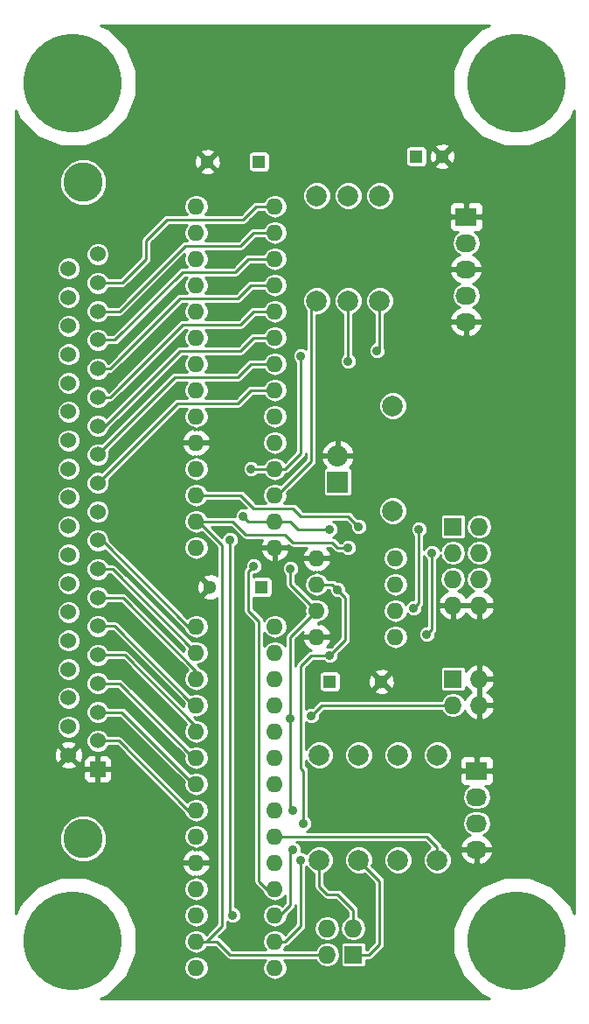
<source format=gbr>
G04 #@! TF.FileFunction,Copper,L2,Bot,Signal*
%FSLAX46Y46*%
G04 Gerber Fmt 4.6, Leading zero omitted, Abs format (unit mm)*
G04 Created by KiCad (PCBNEW 4.0.1-stable) date 2/4/2017 5:17:17 PM*
%MOMM*%
G01*
G04 APERTURE LIST*
%ADD10C,0.150000*%
%ADD11C,9.525000*%
%ADD12R,2.032000X2.032000*%
%ADD13O,2.032000X2.032000*%
%ADD14R,1.300000X1.300000*%
%ADD15C,1.300000*%
%ADD16R,1.524000X1.524000*%
%ADD17C,1.524000*%
%ADD18C,3.810000*%
%ADD19O,1.600000X1.600000*%
%ADD20R,1.727200X1.727200*%
%ADD21O,1.727200X1.727200*%
%ADD22R,2.032000X1.727200*%
%ADD23O,2.032000X1.727200*%
%ADD24C,1.998980*%
%ADD25C,0.889000*%
%ADD26C,0.254000*%
G04 APERTURE END LIST*
D10*
D11*
X16000000Y-16000000D03*
X59000000Y-16000000D03*
X16000000Y-99000000D03*
X59000000Y-99000000D03*
D12*
X41656000Y-54610000D03*
D13*
X41656000Y-52070000D03*
D14*
X34036000Y-23622000D03*
D15*
X29036000Y-23622000D03*
D14*
X34290000Y-64770000D03*
D15*
X29290000Y-64770000D03*
D16*
X18422400Y-82417400D03*
D17*
X18422400Y-79648800D03*
X18422400Y-76880200D03*
X18422400Y-74111600D03*
X18422400Y-71343000D03*
X18422400Y-68574400D03*
X18422400Y-65805800D03*
X18422400Y-63037200D03*
X18422400Y-60268600D03*
D18*
X17000000Y-89123000D03*
X17000000Y-25623000D03*
D17*
X18422400Y-57500000D03*
X18422400Y-54731400D03*
X18422400Y-51962800D03*
X18422400Y-49194200D03*
X18422400Y-46425600D03*
X18422400Y-43657000D03*
X18422400Y-40888400D03*
X18422400Y-38119800D03*
X18422400Y-35351200D03*
X18422400Y-32582600D03*
X15577600Y-81045800D03*
X15577600Y-78277200D03*
X15577600Y-75508600D03*
X15577600Y-72740000D03*
X15577600Y-69971400D03*
X15577600Y-67202800D03*
X15577600Y-64434200D03*
X15577600Y-61665600D03*
X15577600Y-58897000D03*
X15577600Y-56128400D03*
X15577600Y-53359800D03*
X15577600Y-50591200D03*
X15577600Y-47822600D03*
X15577600Y-45054000D03*
X15577600Y-42285400D03*
X15577600Y-39516800D03*
X15577600Y-36748200D03*
X15577600Y-33979600D03*
D19*
X27940000Y-68580000D03*
X27940000Y-71120000D03*
X27940000Y-73660000D03*
X27940000Y-76200000D03*
X27940000Y-78740000D03*
X27940000Y-81280000D03*
X27940000Y-83820000D03*
X27940000Y-86360000D03*
X27940000Y-88900000D03*
X27940000Y-91440000D03*
X27940000Y-93980000D03*
X27940000Y-96520000D03*
X27940000Y-99060000D03*
X27940000Y-101600000D03*
X35560000Y-101600000D03*
X35560000Y-99060000D03*
X35560000Y-96520000D03*
X35560000Y-93980000D03*
X35560000Y-91440000D03*
X35560000Y-88900000D03*
X35560000Y-86360000D03*
X35560000Y-83820000D03*
X35560000Y-81280000D03*
X35560000Y-78740000D03*
X35560000Y-76200000D03*
X35560000Y-73660000D03*
X35560000Y-71120000D03*
X35560000Y-68580000D03*
X27940000Y-27940000D03*
X27940000Y-30480000D03*
X27940000Y-33020000D03*
X27940000Y-35560000D03*
X27940000Y-38100000D03*
X27940000Y-40640000D03*
X27940000Y-43180000D03*
X27940000Y-45720000D03*
X27940000Y-48260000D03*
X27940000Y-50800000D03*
X27940000Y-53340000D03*
X27940000Y-55880000D03*
X27940000Y-58420000D03*
X27940000Y-60960000D03*
X35560000Y-60960000D03*
X35560000Y-58420000D03*
X35560000Y-55880000D03*
X35560000Y-53340000D03*
X35560000Y-50800000D03*
X35560000Y-48260000D03*
X35560000Y-45720000D03*
X35560000Y-43180000D03*
X35560000Y-40640000D03*
X35560000Y-38100000D03*
X35560000Y-35560000D03*
X35560000Y-33020000D03*
X35560000Y-30480000D03*
X35560000Y-27940000D03*
X39624000Y-61976000D03*
X39624000Y-64516000D03*
X39624000Y-67056000D03*
X39624000Y-69596000D03*
X47244000Y-69596000D03*
X47244000Y-67056000D03*
X47244000Y-64516000D03*
X47244000Y-61976000D03*
D20*
X52832000Y-58928000D03*
D21*
X55372000Y-58928000D03*
X52832000Y-61468000D03*
X55372000Y-61468000D03*
X52832000Y-64008000D03*
X55372000Y-64008000D03*
X52832000Y-66548000D03*
X55372000Y-66548000D03*
D22*
X54102000Y-28956000D03*
D23*
X54102000Y-31496000D03*
X54102000Y-34036000D03*
X54102000Y-36576000D03*
X54102000Y-39116000D03*
D24*
X43688000Y-91186000D03*
X43688000Y-81026000D03*
X39878000Y-91186000D03*
X39878000Y-81026000D03*
X47498000Y-91186000D03*
X47498000Y-81026000D03*
X45720000Y-37084000D03*
X45720000Y-26924000D03*
X46990000Y-57404000D03*
X46990000Y-47244000D03*
X39624000Y-37084000D03*
X39624000Y-26924000D03*
X51308000Y-91186000D03*
X51308000Y-81026000D03*
X42672000Y-37084000D03*
X42672000Y-26924000D03*
D22*
X55118000Y-82550000D03*
D23*
X55118000Y-85090000D03*
X55118000Y-87630000D03*
X55118000Y-90170000D03*
D14*
X40894000Y-73914000D03*
D15*
X45894000Y-73914000D03*
D20*
X52832000Y-73660000D03*
D21*
X55372000Y-73660000D03*
X52832000Y-76200000D03*
X55372000Y-76200000D03*
D20*
X43180000Y-100330000D03*
D21*
X40640000Y-100330000D03*
X43180000Y-97790000D03*
X40640000Y-97790000D03*
D14*
X49276000Y-23114000D03*
D15*
X51776000Y-23114000D03*
D25*
X41656000Y-65024000D03*
X42672000Y-42926000D03*
X32512000Y-57912000D03*
X40894000Y-59182000D03*
X38100000Y-91186000D03*
X38354000Y-87630000D03*
X40894000Y-71374000D03*
X37084000Y-62992000D03*
X37338000Y-86360000D03*
X37338000Y-90170000D03*
X39116000Y-77216000D03*
X37084000Y-77470000D03*
X31242000Y-60198000D03*
X31496000Y-96520000D03*
X43688000Y-58928000D03*
X49530000Y-59182000D03*
X49022000Y-66802000D03*
X42672000Y-60960000D03*
X50800000Y-61468000D03*
X50292000Y-69342000D03*
X45466000Y-41910000D03*
X38100000Y-42418000D03*
X33528000Y-62738000D03*
X33274000Y-53340000D03*
D26*
X42418000Y-69850000D02*
X42418000Y-65786000D01*
X40894000Y-71374000D02*
X42418000Y-69850000D01*
X42418000Y-65786000D02*
X41656000Y-65024000D01*
X41656000Y-65024000D02*
X41148000Y-64516000D01*
X35560000Y-58420000D02*
X33020000Y-58420000D01*
X42672000Y-42926000D02*
X42672000Y-37211000D01*
X33020000Y-58420000D02*
X32512000Y-57912000D01*
X35560000Y-58420000D02*
X37084000Y-58420000D01*
X37846000Y-59182000D02*
X40894000Y-59182000D01*
X37084000Y-58420000D02*
X37846000Y-59182000D01*
X41148000Y-64516000D02*
X39624000Y-64516000D01*
X38100000Y-72390000D02*
X39116000Y-71374000D01*
X36576000Y-99060000D02*
X38100000Y-97536000D01*
X38100000Y-97536000D02*
X38100000Y-91186000D01*
X38354000Y-87630000D02*
X38354000Y-82550000D01*
X38354000Y-82550000D02*
X38100000Y-82296000D01*
X38100000Y-82296000D02*
X38100000Y-77978000D01*
X35560000Y-99060000D02*
X36576000Y-99060000D01*
X39116000Y-71374000D02*
X40894000Y-71374000D01*
X38100000Y-77978000D02*
X38100000Y-72390000D01*
X37084000Y-69596000D02*
X39624000Y-67056000D01*
X37084000Y-62992000D02*
X37084000Y-64516000D01*
X37084000Y-64516000D02*
X39624000Y-67056000D01*
X35560000Y-55880000D02*
X35814000Y-55880000D01*
X35814000Y-55880000D02*
X39116000Y-52578000D01*
X39116000Y-52578000D02*
X39116000Y-37719000D01*
X39116000Y-37719000D02*
X39624000Y-37211000D01*
X35560000Y-96520000D02*
X36068000Y-96520000D01*
X37084000Y-90424000D02*
X37338000Y-90170000D01*
X37084000Y-95504000D02*
X37084000Y-90424000D01*
X36068000Y-96520000D02*
X37084000Y-95504000D01*
X37084000Y-71628000D02*
X37084000Y-69596000D01*
X37084000Y-77470000D02*
X37084000Y-74930000D01*
X37338000Y-86360000D02*
X37084000Y-86106000D01*
X37084000Y-86106000D02*
X37084000Y-77470000D01*
X37084000Y-74930000D02*
X37084000Y-71628000D01*
X40132000Y-76200000D02*
X39116000Y-77216000D01*
X52832000Y-76200000D02*
X40132000Y-76200000D01*
X31496000Y-96520000D02*
X31242000Y-96266000D01*
X31242000Y-96266000D02*
X31242000Y-60198000D01*
X32258000Y-55880000D02*
X27940000Y-55880000D01*
X33528000Y-57150000D02*
X32258000Y-55880000D01*
X37338000Y-57150000D02*
X33528000Y-57150000D01*
X38100000Y-57912000D02*
X37338000Y-57150000D01*
X42672000Y-57912000D02*
X38100000Y-57912000D01*
X43688000Y-58928000D02*
X42672000Y-57912000D01*
X49530000Y-66294000D02*
X49530000Y-59182000D01*
X49022000Y-66802000D02*
X49530000Y-66294000D01*
X42672000Y-60960000D02*
X41656000Y-60960000D01*
X37338000Y-60452000D02*
X36576000Y-59690000D01*
X41148000Y-60452000D02*
X37338000Y-60452000D01*
X41656000Y-60960000D02*
X41148000Y-60452000D01*
X27940000Y-99060000D02*
X29972000Y-99060000D01*
X29972000Y-99060000D02*
X31242000Y-100330000D01*
X29718000Y-99060000D02*
X27940000Y-99060000D01*
X27940000Y-58420000D02*
X28194000Y-58420000D01*
X28194000Y-58420000D02*
X30480000Y-60706000D01*
X28956000Y-99060000D02*
X27940000Y-99060000D01*
X30480000Y-97536000D02*
X28956000Y-99060000D01*
X30480000Y-60706000D02*
X30480000Y-97536000D01*
X29718000Y-99060000D02*
X27940000Y-99060000D01*
X27940000Y-58420000D02*
X31496000Y-58420000D01*
X31496000Y-58420000D02*
X32766000Y-59690000D01*
X32766000Y-59690000D02*
X36576000Y-59690000D01*
X50800000Y-68834000D02*
X50800000Y-61468000D01*
X50292000Y-69342000D02*
X50800000Y-68834000D01*
X31242000Y-100330000D02*
X38354000Y-100330000D01*
X38354000Y-100330000D02*
X40640000Y-100330000D01*
X33528000Y-62738000D02*
X33020002Y-63245998D01*
X33020002Y-63245998D02*
X33020002Y-67055998D01*
X34036000Y-68071996D02*
X34036000Y-69342000D01*
X33020002Y-67055998D02*
X34036000Y-68071996D01*
X35560000Y-53340000D02*
X36576000Y-53340000D01*
X45720000Y-41656000D02*
X45720000Y-37211000D01*
X45466000Y-41910000D02*
X45720000Y-41656000D01*
X38100000Y-51816000D02*
X38100000Y-42418000D01*
X36576000Y-53340000D02*
X38100000Y-51816000D01*
X35560000Y-93980000D02*
X34798000Y-93980000D01*
X34798000Y-93980000D02*
X34036000Y-93218000D01*
X34036000Y-93218000D02*
X34036000Y-69342000D01*
X35560000Y-53340000D02*
X33274000Y-53340000D01*
X45720000Y-99314000D02*
X45720000Y-93218000D01*
X45720000Y-93218000D02*
X43688000Y-91186000D01*
X44704000Y-100330000D02*
X45720000Y-99314000D01*
X43180000Y-100330000D02*
X44704000Y-100330000D01*
X43180000Y-97790000D02*
X43180000Y-97028000D01*
X41656000Y-94488000D02*
X40640000Y-94488000D01*
X40640000Y-94488000D02*
X39878000Y-93726000D01*
X39878000Y-93726000D02*
X39878000Y-91186000D01*
X43180000Y-96012000D02*
X41656000Y-94488000D01*
X43180000Y-97790000D02*
X43180000Y-96012000D01*
X35560000Y-88900000D02*
X50292000Y-88900000D01*
X50292000Y-88900000D02*
X51308000Y-89916000D01*
X51308000Y-89916000D02*
X51308000Y-91059000D01*
X20466800Y-79648800D02*
X18422400Y-79648800D01*
X27178000Y-86360000D02*
X20466800Y-79648800D01*
X27940000Y-86360000D02*
X27178000Y-86360000D01*
X20746200Y-76880200D02*
X18422400Y-76880200D01*
X27686000Y-83820000D02*
X20746200Y-76880200D01*
X27940000Y-83820000D02*
X27686000Y-83820000D01*
X20517600Y-74111600D02*
X18422400Y-74111600D01*
X27686000Y-81280000D02*
X20517600Y-74111600D01*
X27940000Y-81280000D02*
X27686000Y-81280000D01*
X21051000Y-71343000D02*
X18422400Y-71343000D01*
X27940000Y-78232000D02*
X21051000Y-71343000D01*
X27940000Y-78740000D02*
X27940000Y-78232000D01*
X20060400Y-68574400D02*
X18422400Y-68574400D01*
X27686000Y-76200000D02*
X20060400Y-68574400D01*
X27940000Y-76200000D02*
X27686000Y-76200000D01*
X20847800Y-65805800D02*
X18422400Y-65805800D01*
X27940000Y-72898000D02*
X20847800Y-65805800D01*
X27940000Y-73660000D02*
X27940000Y-72898000D01*
X19857200Y-63037200D02*
X27940000Y-71120000D01*
X18422400Y-63037200D02*
X19857200Y-63037200D01*
X18866600Y-60268600D02*
X18422400Y-60268600D01*
X27178000Y-68580000D02*
X18866600Y-60268600D01*
X27940000Y-68580000D02*
X27178000Y-68580000D01*
X18422400Y-54731400D02*
X18422400Y-54729600D01*
X18422400Y-54729600D02*
X26162000Y-46990000D01*
X26162000Y-46990000D02*
X32004000Y-46990000D01*
X32004000Y-46990000D02*
X33274000Y-45720000D01*
X33274000Y-45720000D02*
X35560000Y-45720000D01*
X18422400Y-51962800D02*
X18422400Y-51935600D01*
X18422400Y-51935600D02*
X25908000Y-44450000D01*
X25908000Y-44450000D02*
X32004000Y-44450000D01*
X32004000Y-44450000D02*
X33274000Y-43180000D01*
X33274000Y-43180000D02*
X35560000Y-43180000D01*
X18422400Y-49194200D02*
X19131800Y-49194200D01*
X19131800Y-49194200D02*
X26416000Y-41910000D01*
X26416000Y-41910000D02*
X32258000Y-41910000D01*
X32258000Y-41910000D02*
X33528000Y-40640000D01*
X33528000Y-40640000D02*
X35560000Y-40640000D01*
X18422400Y-46425600D02*
X19614400Y-46425600D01*
X33528000Y-38100000D02*
X35560000Y-38100000D01*
X32258000Y-39370000D02*
X33528000Y-38100000D01*
X26670000Y-39370000D02*
X32258000Y-39370000D01*
X19614400Y-46425600D02*
X26670000Y-39370000D01*
X18422400Y-43657000D02*
X19589000Y-43657000D01*
X33274000Y-35560000D02*
X35560000Y-35560000D01*
X32004000Y-36830000D02*
X33274000Y-35560000D01*
X26416000Y-36830000D02*
X32004000Y-36830000D01*
X19589000Y-43657000D02*
X26416000Y-36830000D01*
X18422400Y-40888400D02*
X20071600Y-40888400D01*
X33020000Y-33020000D02*
X35560000Y-33020000D01*
X31750000Y-34290000D02*
X33020000Y-33020000D01*
X26670000Y-34290000D02*
X31750000Y-34290000D01*
X20071600Y-40888400D02*
X26670000Y-34290000D01*
X18422400Y-38119800D02*
X20554200Y-38119800D01*
X33528000Y-30480000D02*
X35560000Y-30480000D01*
X32258000Y-31750000D02*
X33528000Y-30480000D01*
X26924000Y-31750000D02*
X32258000Y-31750000D01*
X20554200Y-38119800D02*
X26924000Y-31750000D01*
X18422400Y-35351200D02*
X20782800Y-35351200D01*
X33782000Y-27940000D02*
X35560000Y-27940000D01*
X32512000Y-29210000D02*
X33782000Y-27940000D01*
X25146000Y-29210000D02*
X32512000Y-29210000D01*
X23114000Y-31242000D02*
X25146000Y-29210000D01*
X23114000Y-33020000D02*
X23114000Y-31242000D01*
X20782800Y-35351200D02*
X23114000Y-33020000D01*
G36*
X55515482Y-10775185D02*
X53781275Y-12506368D01*
X52841571Y-14769425D01*
X52839433Y-17219825D01*
X53775185Y-19484518D01*
X55506368Y-21218725D01*
X57769425Y-22158429D01*
X60219825Y-22160567D01*
X62484518Y-21224815D01*
X64218725Y-19493632D01*
X64569000Y-18650077D01*
X64569000Y-96348473D01*
X64224815Y-95515482D01*
X62493632Y-93781275D01*
X60230575Y-92841571D01*
X57780175Y-92839433D01*
X55515482Y-93775185D01*
X53781275Y-95506368D01*
X52841571Y-97769425D01*
X52839433Y-100219825D01*
X53775185Y-102484518D01*
X55506368Y-104218725D01*
X56349923Y-104569000D01*
X18651527Y-104569000D01*
X19484518Y-104224815D01*
X21218725Y-102493632D01*
X21589793Y-101600000D01*
X26735863Y-101600000D01*
X26825761Y-102051949D01*
X27081770Y-102435093D01*
X27464914Y-102691102D01*
X27916863Y-102781000D01*
X27963137Y-102781000D01*
X28415086Y-102691102D01*
X28798230Y-102435093D01*
X29054239Y-102051949D01*
X29144137Y-101600000D01*
X29054239Y-101148051D01*
X28798230Y-100764907D01*
X28415086Y-100508898D01*
X27963137Y-100419000D01*
X27916863Y-100419000D01*
X27464914Y-100508898D01*
X27081770Y-100764907D01*
X26825761Y-101148051D01*
X26735863Y-101600000D01*
X21589793Y-101600000D01*
X22158429Y-100230575D01*
X22160567Y-97780175D01*
X21639874Y-96520000D01*
X26735863Y-96520000D01*
X26825761Y-96971949D01*
X27081770Y-97355093D01*
X27464914Y-97611102D01*
X27916863Y-97701000D01*
X27963137Y-97701000D01*
X28415086Y-97611102D01*
X28798230Y-97355093D01*
X29054239Y-96971949D01*
X29144137Y-96520000D01*
X29054239Y-96068051D01*
X28798230Y-95684907D01*
X28415086Y-95428898D01*
X27963137Y-95339000D01*
X27916863Y-95339000D01*
X27464914Y-95428898D01*
X27081770Y-95684907D01*
X26825761Y-96068051D01*
X26735863Y-96520000D01*
X21639874Y-96520000D01*
X21224815Y-95515482D01*
X19493632Y-93781275D01*
X17230575Y-92841571D01*
X14780175Y-92839433D01*
X12515482Y-93775185D01*
X10781275Y-95506368D01*
X10431000Y-96349923D01*
X10431000Y-91789039D01*
X26548096Y-91789039D01*
X26708959Y-92177423D01*
X27084866Y-92592389D01*
X27590959Y-92831914D01*
X27812998Y-92710630D01*
X27812998Y-92819660D01*
X27464914Y-92888898D01*
X27081770Y-93144907D01*
X26825761Y-93528051D01*
X26735863Y-93980000D01*
X26825761Y-94431949D01*
X27081770Y-94815093D01*
X27464914Y-95071102D01*
X27916863Y-95161000D01*
X27963137Y-95161000D01*
X28415086Y-95071102D01*
X28798230Y-94815093D01*
X29054239Y-94431949D01*
X29144137Y-93980000D01*
X29054239Y-93528051D01*
X28798230Y-93144907D01*
X28415086Y-92888898D01*
X28067002Y-92819660D01*
X28067002Y-92710630D01*
X28289041Y-92831914D01*
X28795134Y-92592389D01*
X29171041Y-92177423D01*
X29331904Y-91789039D01*
X29209915Y-91567000D01*
X28067000Y-91567000D01*
X28067000Y-91587000D01*
X27813000Y-91587000D01*
X27813000Y-91567000D01*
X26670085Y-91567000D01*
X26548096Y-91789039D01*
X10431000Y-91789039D01*
X10431000Y-89575719D01*
X14713604Y-89575719D01*
X15060894Y-90416223D01*
X15703395Y-91059846D01*
X16543292Y-91408602D01*
X17452719Y-91409396D01*
X18223388Y-91090961D01*
X26548096Y-91090961D01*
X26670085Y-91313000D01*
X27813000Y-91313000D01*
X27813000Y-91293000D01*
X28067000Y-91293000D01*
X28067000Y-91313000D01*
X29209915Y-91313000D01*
X29331904Y-91090961D01*
X29171041Y-90702577D01*
X28795134Y-90287611D01*
X28289041Y-90048086D01*
X28067002Y-90169370D01*
X28067002Y-90060340D01*
X28415086Y-89991102D01*
X28798230Y-89735093D01*
X29054239Y-89351949D01*
X29144137Y-88900000D01*
X29054239Y-88448051D01*
X28798230Y-88064907D01*
X28415086Y-87808898D01*
X27963137Y-87719000D01*
X27916863Y-87719000D01*
X27464914Y-87808898D01*
X27081770Y-88064907D01*
X26825761Y-88448051D01*
X26735863Y-88900000D01*
X26825761Y-89351949D01*
X27081770Y-89735093D01*
X27464914Y-89991102D01*
X27812998Y-90060340D01*
X27812998Y-90169370D01*
X27590959Y-90048086D01*
X27084866Y-90287611D01*
X26708959Y-90702577D01*
X26548096Y-91090961D01*
X18223388Y-91090961D01*
X18293223Y-91062106D01*
X18936846Y-90419605D01*
X19285602Y-89579708D01*
X19286396Y-88670281D01*
X18939106Y-87829777D01*
X18296605Y-87186154D01*
X17456708Y-86837398D01*
X16547281Y-86836604D01*
X15706777Y-87183894D01*
X15063154Y-87826395D01*
X14714398Y-88666292D01*
X14713604Y-89575719D01*
X10431000Y-89575719D01*
X10431000Y-82703150D01*
X17025400Y-82703150D01*
X17025400Y-83305709D01*
X17122073Y-83539098D01*
X17300701Y-83717727D01*
X17534090Y-83814400D01*
X18136650Y-83814400D01*
X18295400Y-83655650D01*
X18295400Y-82544400D01*
X18549400Y-82544400D01*
X18549400Y-83655650D01*
X18708150Y-83814400D01*
X19310710Y-83814400D01*
X19544099Y-83717727D01*
X19722727Y-83539098D01*
X19819400Y-83305709D01*
X19819400Y-82703150D01*
X19660650Y-82544400D01*
X18549400Y-82544400D01*
X18295400Y-82544400D01*
X17184150Y-82544400D01*
X17025400Y-82703150D01*
X10431000Y-82703150D01*
X10431000Y-82026013D01*
X14776992Y-82026013D01*
X14846457Y-82268197D01*
X15369902Y-82454944D01*
X15924968Y-82427162D01*
X16308743Y-82268197D01*
X16378208Y-82026013D01*
X15577600Y-81225405D01*
X14776992Y-82026013D01*
X10431000Y-82026013D01*
X10431000Y-80838102D01*
X14168456Y-80838102D01*
X14196238Y-81393168D01*
X14355203Y-81776943D01*
X14597387Y-81846408D01*
X15397995Y-81045800D01*
X15757205Y-81045800D01*
X16557813Y-81846408D01*
X16799997Y-81776943D01*
X16888421Y-81529091D01*
X17025400Y-81529091D01*
X17025400Y-82131650D01*
X17184150Y-82290400D01*
X18295400Y-82290400D01*
X18295400Y-81179150D01*
X18549400Y-81179150D01*
X18549400Y-82290400D01*
X19660650Y-82290400D01*
X19819400Y-82131650D01*
X19819400Y-81529091D01*
X19722727Y-81295702D01*
X19544099Y-81117073D01*
X19310710Y-81020400D01*
X18708150Y-81020400D01*
X18549400Y-81179150D01*
X18295400Y-81179150D01*
X18136650Y-81020400D01*
X17534090Y-81020400D01*
X17300701Y-81117073D01*
X17122073Y-81295702D01*
X17025400Y-81529091D01*
X16888421Y-81529091D01*
X16986744Y-81253498D01*
X16958962Y-80698432D01*
X16799997Y-80314657D01*
X16557813Y-80245192D01*
X15757205Y-81045800D01*
X15397995Y-81045800D01*
X14597387Y-80245192D01*
X14355203Y-80314657D01*
X14168456Y-80838102D01*
X10431000Y-80838102D01*
X10431000Y-80065587D01*
X14776992Y-80065587D01*
X15577600Y-80866195D01*
X16378208Y-80065587D01*
X16323589Y-79875159D01*
X17279202Y-79875159D01*
X17452846Y-80295412D01*
X17774097Y-80617223D01*
X18194046Y-80791601D01*
X18648759Y-80791998D01*
X19069012Y-80618354D01*
X19390823Y-80297103D01*
X19449082Y-80156800D01*
X20256380Y-80156800D01*
X26804465Y-86704885D01*
X26825761Y-86811949D01*
X27081770Y-87195093D01*
X27464914Y-87451102D01*
X27916863Y-87541000D01*
X27963137Y-87541000D01*
X28415086Y-87451102D01*
X28798230Y-87195093D01*
X29054239Y-86811949D01*
X29144137Y-86360000D01*
X29054239Y-85908051D01*
X28798230Y-85524907D01*
X28415086Y-85268898D01*
X27963137Y-85179000D01*
X27916863Y-85179000D01*
X27464914Y-85268898D01*
X27081770Y-85524907D01*
X27073582Y-85537162D01*
X20826010Y-79289590D01*
X20661203Y-79179469D01*
X20466800Y-79140800D01*
X19449227Y-79140800D01*
X19391954Y-79002188D01*
X19070703Y-78680377D01*
X18650754Y-78505999D01*
X18196041Y-78505602D01*
X17775788Y-78679246D01*
X17453977Y-79000497D01*
X17279599Y-79420446D01*
X17279202Y-79875159D01*
X16323589Y-79875159D01*
X16308743Y-79823403D01*
X15785298Y-79636656D01*
X15230232Y-79664438D01*
X14846457Y-79823403D01*
X14776992Y-80065587D01*
X10431000Y-80065587D01*
X10431000Y-78503559D01*
X14434402Y-78503559D01*
X14608046Y-78923812D01*
X14929297Y-79245623D01*
X15349246Y-79420001D01*
X15803959Y-79420398D01*
X16224212Y-79246754D01*
X16546023Y-78925503D01*
X16720401Y-78505554D01*
X16720798Y-78050841D01*
X16547154Y-77630588D01*
X16225903Y-77308777D01*
X15805954Y-77134399D01*
X15351241Y-77134002D01*
X14930988Y-77307646D01*
X14609177Y-77628897D01*
X14434799Y-78048846D01*
X14434402Y-78503559D01*
X10431000Y-78503559D01*
X10431000Y-77106559D01*
X17279202Y-77106559D01*
X17452846Y-77526812D01*
X17774097Y-77848623D01*
X18194046Y-78023001D01*
X18648759Y-78023398D01*
X19069012Y-77849754D01*
X19390823Y-77528503D01*
X19449082Y-77388200D01*
X20535780Y-77388200D01*
X26774307Y-83626727D01*
X26735863Y-83820000D01*
X26825761Y-84271949D01*
X27081770Y-84655093D01*
X27464914Y-84911102D01*
X27916863Y-85001000D01*
X27963137Y-85001000D01*
X28415086Y-84911102D01*
X28798230Y-84655093D01*
X29054239Y-84271949D01*
X29144137Y-83820000D01*
X29054239Y-83368051D01*
X28798230Y-82984907D01*
X28415086Y-82728898D01*
X27963137Y-82639000D01*
X27916863Y-82639000D01*
X27464914Y-82728898D01*
X27374039Y-82789619D01*
X21105410Y-76520990D01*
X20940603Y-76410869D01*
X20746200Y-76372200D01*
X19449227Y-76372200D01*
X19391954Y-76233588D01*
X19070703Y-75911777D01*
X18650754Y-75737399D01*
X18196041Y-75737002D01*
X17775788Y-75910646D01*
X17453977Y-76231897D01*
X17279599Y-76651846D01*
X17279202Y-77106559D01*
X10431000Y-77106559D01*
X10431000Y-75734959D01*
X14434402Y-75734959D01*
X14608046Y-76155212D01*
X14929297Y-76477023D01*
X15349246Y-76651401D01*
X15803959Y-76651798D01*
X16224212Y-76478154D01*
X16546023Y-76156903D01*
X16720401Y-75736954D01*
X16720798Y-75282241D01*
X16547154Y-74861988D01*
X16225903Y-74540177D01*
X15805954Y-74365799D01*
X15351241Y-74365402D01*
X14930988Y-74539046D01*
X14609177Y-74860297D01*
X14434799Y-75280246D01*
X14434402Y-75734959D01*
X10431000Y-75734959D01*
X10431000Y-74337959D01*
X17279202Y-74337959D01*
X17452846Y-74758212D01*
X17774097Y-75080023D01*
X18194046Y-75254401D01*
X18648759Y-75254798D01*
X19069012Y-75081154D01*
X19390823Y-74759903D01*
X19449082Y-74619600D01*
X20307180Y-74619600D01*
X26774307Y-81086728D01*
X26735863Y-81280000D01*
X26825761Y-81731949D01*
X27081770Y-82115093D01*
X27464914Y-82371102D01*
X27916863Y-82461000D01*
X27963137Y-82461000D01*
X28415086Y-82371102D01*
X28798230Y-82115093D01*
X29054239Y-81731949D01*
X29144137Y-81280000D01*
X29054239Y-80828051D01*
X28798230Y-80444907D01*
X28415086Y-80188898D01*
X27963137Y-80099000D01*
X27916863Y-80099000D01*
X27464914Y-80188898D01*
X27374039Y-80249619D01*
X20876810Y-73752390D01*
X20712003Y-73642269D01*
X20517600Y-73603600D01*
X19449227Y-73603600D01*
X19391954Y-73464988D01*
X19070703Y-73143177D01*
X18650754Y-72968799D01*
X18196041Y-72968402D01*
X17775788Y-73142046D01*
X17453977Y-73463297D01*
X17279599Y-73883246D01*
X17279202Y-74337959D01*
X10431000Y-74337959D01*
X10431000Y-72966359D01*
X14434402Y-72966359D01*
X14608046Y-73386612D01*
X14929297Y-73708423D01*
X15349246Y-73882801D01*
X15803959Y-73883198D01*
X16224212Y-73709554D01*
X16546023Y-73388303D01*
X16720401Y-72968354D01*
X16720798Y-72513641D01*
X16547154Y-72093388D01*
X16225903Y-71771577D01*
X15805954Y-71597199D01*
X15351241Y-71596802D01*
X14930988Y-71770446D01*
X14609177Y-72091697D01*
X14434799Y-72511646D01*
X14434402Y-72966359D01*
X10431000Y-72966359D01*
X10431000Y-70197759D01*
X14434402Y-70197759D01*
X14608046Y-70618012D01*
X14929297Y-70939823D01*
X15349246Y-71114201D01*
X15803959Y-71114598D01*
X16224212Y-70940954D01*
X16546023Y-70619703D01*
X16720401Y-70199754D01*
X16720798Y-69745041D01*
X16547154Y-69324788D01*
X16225903Y-69002977D01*
X15805954Y-68828599D01*
X15351241Y-68828202D01*
X14930988Y-69001846D01*
X14609177Y-69323097D01*
X14434799Y-69743046D01*
X14434402Y-70197759D01*
X10431000Y-70197759D01*
X10431000Y-68800759D01*
X17279202Y-68800759D01*
X17452846Y-69221012D01*
X17774097Y-69542823D01*
X18194046Y-69717201D01*
X18648759Y-69717598D01*
X19069012Y-69543954D01*
X19390823Y-69222703D01*
X19449082Y-69082400D01*
X19849980Y-69082400D01*
X26774307Y-76006727D01*
X26735863Y-76200000D01*
X26763038Y-76336618D01*
X21410210Y-70983790D01*
X21245403Y-70873669D01*
X21051000Y-70835000D01*
X19449227Y-70835000D01*
X19391954Y-70696388D01*
X19070703Y-70374577D01*
X18650754Y-70200199D01*
X18196041Y-70199802D01*
X17775788Y-70373446D01*
X17453977Y-70694697D01*
X17279599Y-71114646D01*
X17279202Y-71569359D01*
X17452846Y-71989612D01*
X17774097Y-72311423D01*
X18194046Y-72485801D01*
X18648759Y-72486198D01*
X19069012Y-72312554D01*
X19390823Y-71991303D01*
X19449082Y-71851000D01*
X20840580Y-71851000D01*
X27006755Y-78017175D01*
X26825761Y-78288051D01*
X26735863Y-78740000D01*
X26825761Y-79191949D01*
X27081770Y-79575093D01*
X27464914Y-79831102D01*
X27916863Y-79921000D01*
X27963137Y-79921000D01*
X28415086Y-79831102D01*
X28798230Y-79575093D01*
X29054239Y-79191949D01*
X29144137Y-78740000D01*
X29054239Y-78288051D01*
X28798230Y-77904907D01*
X28415086Y-77648898D01*
X27990953Y-77564533D01*
X27780245Y-77353825D01*
X27916863Y-77381000D01*
X27963137Y-77381000D01*
X28415086Y-77291102D01*
X28798230Y-77035093D01*
X29054239Y-76651949D01*
X29144137Y-76200000D01*
X29054239Y-75748051D01*
X28798230Y-75364907D01*
X28415086Y-75108898D01*
X27963137Y-75019000D01*
X27916863Y-75019000D01*
X27464914Y-75108898D01*
X27374039Y-75169619D01*
X20419610Y-68215190D01*
X20254803Y-68105069D01*
X20060400Y-68066400D01*
X19449227Y-68066400D01*
X19391954Y-67927788D01*
X19070703Y-67605977D01*
X18650754Y-67431599D01*
X18196041Y-67431202D01*
X17775788Y-67604846D01*
X17453977Y-67926097D01*
X17279599Y-68346046D01*
X17279202Y-68800759D01*
X10431000Y-68800759D01*
X10431000Y-67429159D01*
X14434402Y-67429159D01*
X14608046Y-67849412D01*
X14929297Y-68171223D01*
X15349246Y-68345601D01*
X15803959Y-68345998D01*
X16224212Y-68172354D01*
X16546023Y-67851103D01*
X16720401Y-67431154D01*
X16720798Y-66976441D01*
X16547154Y-66556188D01*
X16225903Y-66234377D01*
X15805954Y-66059999D01*
X15351241Y-66059602D01*
X14930988Y-66233246D01*
X14609177Y-66554497D01*
X14434799Y-66974446D01*
X14434402Y-67429159D01*
X10431000Y-67429159D01*
X10431000Y-64660559D01*
X14434402Y-64660559D01*
X14608046Y-65080812D01*
X14929297Y-65402623D01*
X15349246Y-65577001D01*
X15803959Y-65577398D01*
X16224212Y-65403754D01*
X16546023Y-65082503D01*
X16720401Y-64662554D01*
X16720798Y-64207841D01*
X16547154Y-63787588D01*
X16225903Y-63465777D01*
X15805954Y-63291399D01*
X15351241Y-63291002D01*
X14930988Y-63464646D01*
X14609177Y-63785897D01*
X14434799Y-64205846D01*
X14434402Y-64660559D01*
X10431000Y-64660559D01*
X10431000Y-63263559D01*
X17279202Y-63263559D01*
X17452846Y-63683812D01*
X17774097Y-64005623D01*
X18194046Y-64180001D01*
X18648759Y-64180398D01*
X19069012Y-64006754D01*
X19390823Y-63685503D01*
X19449082Y-63545200D01*
X19646780Y-63545200D01*
X26816448Y-70714869D01*
X26759847Y-70999426D01*
X21207010Y-65446590D01*
X21042203Y-65336469D01*
X20847800Y-65297800D01*
X19449227Y-65297800D01*
X19391954Y-65159188D01*
X19070703Y-64837377D01*
X18650754Y-64662999D01*
X18196041Y-64662602D01*
X17775788Y-64836246D01*
X17453977Y-65157497D01*
X17279599Y-65577446D01*
X17279202Y-66032159D01*
X17452846Y-66452412D01*
X17774097Y-66774223D01*
X18194046Y-66948601D01*
X18648759Y-66948998D01*
X19069012Y-66775354D01*
X19390823Y-66454103D01*
X19449082Y-66313800D01*
X20637380Y-66313800D01*
X27121763Y-72798184D01*
X27081770Y-72824907D01*
X26825761Y-73208051D01*
X26735863Y-73660000D01*
X26825761Y-74111949D01*
X27081770Y-74495093D01*
X27464914Y-74751102D01*
X27916863Y-74841000D01*
X27963137Y-74841000D01*
X28415086Y-74751102D01*
X28798230Y-74495093D01*
X29054239Y-74111949D01*
X29144137Y-73660000D01*
X29054239Y-73208051D01*
X28798230Y-72824907D01*
X28415086Y-72568898D01*
X28304650Y-72546931D01*
X28299210Y-72538789D01*
X28045115Y-72284694D01*
X28415086Y-72211102D01*
X28798230Y-71955093D01*
X29054239Y-71571949D01*
X29144137Y-71120000D01*
X29054239Y-70668051D01*
X28798230Y-70284907D01*
X28415086Y-70028898D01*
X27963137Y-69939000D01*
X27916863Y-69939000D01*
X27550329Y-70011908D01*
X20216410Y-62677990D01*
X20051603Y-62567869D01*
X19857200Y-62529200D01*
X19449227Y-62529200D01*
X19391954Y-62390588D01*
X19070703Y-62068777D01*
X18650754Y-61894399D01*
X18196041Y-61894002D01*
X17775788Y-62067646D01*
X17453977Y-62388897D01*
X17279599Y-62808846D01*
X17279202Y-63263559D01*
X10431000Y-63263559D01*
X10431000Y-61891959D01*
X14434402Y-61891959D01*
X14608046Y-62312212D01*
X14929297Y-62634023D01*
X15349246Y-62808401D01*
X15803959Y-62808798D01*
X16224212Y-62635154D01*
X16546023Y-62313903D01*
X16720401Y-61893954D01*
X16720798Y-61439241D01*
X16547154Y-61018988D01*
X16225903Y-60697177D01*
X15805954Y-60522799D01*
X15351241Y-60522402D01*
X14930988Y-60696046D01*
X14609177Y-61017297D01*
X14434799Y-61437246D01*
X14434402Y-61891959D01*
X10431000Y-61891959D01*
X10431000Y-60494959D01*
X17279202Y-60494959D01*
X17452846Y-60915212D01*
X17774097Y-61237023D01*
X18194046Y-61411401D01*
X18648759Y-61411798D01*
X19069012Y-61238154D01*
X19093394Y-61213814D01*
X26804465Y-68924886D01*
X26825761Y-69031949D01*
X27081770Y-69415093D01*
X27464914Y-69671102D01*
X27916863Y-69761000D01*
X27963137Y-69761000D01*
X28415086Y-69671102D01*
X28798230Y-69415093D01*
X29054239Y-69031949D01*
X29144137Y-68580000D01*
X29054239Y-68128051D01*
X28798230Y-67744907D01*
X28415086Y-67488898D01*
X27963137Y-67399000D01*
X27916863Y-67399000D01*
X27464914Y-67488898D01*
X27081770Y-67744907D01*
X27073582Y-67757161D01*
X23905499Y-64589078D01*
X27992378Y-64589078D01*
X28021917Y-65099428D01*
X28160389Y-65433729D01*
X28390984Y-65489410D01*
X29110395Y-64770000D01*
X28390984Y-64050590D01*
X28160389Y-64106271D01*
X27992378Y-64589078D01*
X23905499Y-64589078D01*
X20276421Y-60960000D01*
X26735863Y-60960000D01*
X26825761Y-61411949D01*
X27081770Y-61795093D01*
X27464914Y-62051102D01*
X27916863Y-62141000D01*
X27963137Y-62141000D01*
X28415086Y-62051102D01*
X28798230Y-61795093D01*
X29054239Y-61411949D01*
X29144137Y-60960000D01*
X29054239Y-60508051D01*
X28798230Y-60124907D01*
X28415086Y-59868898D01*
X27963137Y-59779000D01*
X27916863Y-59779000D01*
X27464914Y-59868898D01*
X27081770Y-60124907D01*
X26825761Y-60508051D01*
X26735863Y-60960000D01*
X20276421Y-60960000D01*
X19565417Y-60248997D01*
X19565598Y-60042241D01*
X19391954Y-59621988D01*
X19070703Y-59300177D01*
X18650754Y-59125799D01*
X18196041Y-59125402D01*
X17775788Y-59299046D01*
X17453977Y-59620297D01*
X17279599Y-60040246D01*
X17279202Y-60494959D01*
X10431000Y-60494959D01*
X10431000Y-59123359D01*
X14434402Y-59123359D01*
X14608046Y-59543612D01*
X14929297Y-59865423D01*
X15349246Y-60039801D01*
X15803959Y-60040198D01*
X16224212Y-59866554D01*
X16546023Y-59545303D01*
X16720401Y-59125354D01*
X16720798Y-58670641D01*
X16547154Y-58250388D01*
X16225903Y-57928577D01*
X15805954Y-57754199D01*
X15351241Y-57753802D01*
X14930988Y-57927446D01*
X14609177Y-58248697D01*
X14434799Y-58668646D01*
X14434402Y-59123359D01*
X10431000Y-59123359D01*
X10431000Y-57726359D01*
X17279202Y-57726359D01*
X17452846Y-58146612D01*
X17774097Y-58468423D01*
X18194046Y-58642801D01*
X18648759Y-58643198D01*
X19069012Y-58469554D01*
X19390823Y-58148303D01*
X19565201Y-57728354D01*
X19565598Y-57273641D01*
X19391954Y-56853388D01*
X19070703Y-56531577D01*
X18650754Y-56357199D01*
X18196041Y-56356802D01*
X17775788Y-56530446D01*
X17453977Y-56851697D01*
X17279599Y-57271646D01*
X17279202Y-57726359D01*
X10431000Y-57726359D01*
X10431000Y-56354759D01*
X14434402Y-56354759D01*
X14608046Y-56775012D01*
X14929297Y-57096823D01*
X15349246Y-57271201D01*
X15803959Y-57271598D01*
X16224212Y-57097954D01*
X16546023Y-56776703D01*
X16720401Y-56356754D01*
X16720798Y-55902041D01*
X16711691Y-55880000D01*
X26735863Y-55880000D01*
X26825761Y-56331949D01*
X27081770Y-56715093D01*
X27464914Y-56971102D01*
X27916863Y-57061000D01*
X27963137Y-57061000D01*
X28415086Y-56971102D01*
X28798230Y-56715093D01*
X29016787Y-56388000D01*
X32047580Y-56388000D01*
X32795433Y-57135853D01*
X32676923Y-57086643D01*
X32348518Y-57086357D01*
X32045002Y-57211767D01*
X31812583Y-57443781D01*
X31686643Y-57747077D01*
X31686466Y-57949886D01*
X31496000Y-57912000D01*
X29016787Y-57912000D01*
X28798230Y-57584907D01*
X28415086Y-57328898D01*
X27963137Y-57239000D01*
X27916863Y-57239000D01*
X27464914Y-57328898D01*
X27081770Y-57584907D01*
X26825761Y-57968051D01*
X26735863Y-58420000D01*
X26825761Y-58871949D01*
X27081770Y-59255093D01*
X27464914Y-59511102D01*
X27916863Y-59601000D01*
X27963137Y-59601000D01*
X28415086Y-59511102D01*
X28505961Y-59450381D01*
X29972000Y-60916420D01*
X29972000Y-63716056D01*
X29953729Y-63640389D01*
X29470922Y-63472378D01*
X28960572Y-63501917D01*
X28626271Y-63640389D01*
X28570590Y-63870984D01*
X29290000Y-64590395D01*
X29304142Y-64576252D01*
X29483748Y-64755858D01*
X29469605Y-64770000D01*
X29483748Y-64784142D01*
X29304142Y-64963748D01*
X29290000Y-64949605D01*
X28570590Y-65669016D01*
X28626271Y-65899611D01*
X29109078Y-66067622D01*
X29619428Y-66038083D01*
X29953729Y-65899611D01*
X29972000Y-65823944D01*
X29972000Y-97325579D01*
X28908156Y-98389423D01*
X28798230Y-98224907D01*
X28415086Y-97968898D01*
X27963137Y-97879000D01*
X27916863Y-97879000D01*
X27464914Y-97968898D01*
X27081770Y-98224907D01*
X26825761Y-98608051D01*
X26735863Y-99060000D01*
X26825761Y-99511949D01*
X27081770Y-99895093D01*
X27464914Y-100151102D01*
X27916863Y-100241000D01*
X27963137Y-100241000D01*
X28415086Y-100151102D01*
X28798230Y-99895093D01*
X29016787Y-99568000D01*
X29761580Y-99568000D01*
X30882790Y-100689210D01*
X31047596Y-100799331D01*
X31079850Y-100805746D01*
X31242000Y-100838000D01*
X34652931Y-100838000D01*
X34445761Y-101148051D01*
X34355863Y-101600000D01*
X34445761Y-102051949D01*
X34701770Y-102435093D01*
X35084914Y-102691102D01*
X35536863Y-102781000D01*
X35583137Y-102781000D01*
X36035086Y-102691102D01*
X36418230Y-102435093D01*
X36674239Y-102051949D01*
X36764137Y-101600000D01*
X36674239Y-101148051D01*
X36467069Y-100838000D01*
X39486946Y-100838000D01*
X39735552Y-101210065D01*
X40139329Y-101479860D01*
X40615617Y-101574600D01*
X40664383Y-101574600D01*
X41140671Y-101479860D01*
X41544448Y-101210065D01*
X41814243Y-100806288D01*
X41908983Y-100330000D01*
X41814243Y-99853712D01*
X41555450Y-99466400D01*
X41927936Y-99466400D01*
X41927936Y-101193600D01*
X41954503Y-101334790D01*
X42037946Y-101464465D01*
X42165266Y-101551459D01*
X42316400Y-101582064D01*
X44043600Y-101582064D01*
X44184790Y-101555497D01*
X44314465Y-101472054D01*
X44401459Y-101344734D01*
X44432064Y-101193600D01*
X44432064Y-100838000D01*
X44704000Y-100838000D01*
X44898403Y-100799331D01*
X45063210Y-100689210D01*
X46079210Y-99673210D01*
X46189331Y-99508403D01*
X46228000Y-99314000D01*
X46228000Y-93218000D01*
X46189331Y-93023597D01*
X46079210Y-92858790D01*
X44954987Y-91734567D01*
X45068249Y-91461801D01*
X45068251Y-91459392D01*
X46117271Y-91459392D01*
X46326995Y-91966963D01*
X46714994Y-92355640D01*
X47222199Y-92566249D01*
X47771392Y-92566729D01*
X48278963Y-92357005D01*
X48667640Y-91969006D01*
X48878249Y-91461801D01*
X48878729Y-90912608D01*
X48669005Y-90405037D01*
X48281006Y-90016360D01*
X47773801Y-89805751D01*
X47224608Y-89805271D01*
X46717037Y-90014995D01*
X46328360Y-90402994D01*
X46117751Y-90910199D01*
X46117271Y-91459392D01*
X45068251Y-91459392D01*
X45068729Y-90912608D01*
X44859005Y-90405037D01*
X44471006Y-90016360D01*
X43963801Y-89805751D01*
X43414608Y-89805271D01*
X42907037Y-90014995D01*
X42518360Y-90402994D01*
X42307751Y-90910199D01*
X42307271Y-91459392D01*
X42516995Y-91966963D01*
X42904994Y-92355640D01*
X43412199Y-92566249D01*
X43961392Y-92566729D01*
X44236597Y-92453017D01*
X45212000Y-93428420D01*
X45212000Y-99103580D01*
X44493580Y-99822000D01*
X44432064Y-99822000D01*
X44432064Y-99466400D01*
X44405497Y-99325210D01*
X44322054Y-99195535D01*
X44194734Y-99108541D01*
X44043600Y-99077936D01*
X42316400Y-99077936D01*
X42175210Y-99104503D01*
X42045535Y-99187946D01*
X41958541Y-99315266D01*
X41927936Y-99466400D01*
X41555450Y-99466400D01*
X41544448Y-99449935D01*
X41140671Y-99180140D01*
X40664383Y-99085400D01*
X40615617Y-99085400D01*
X40139329Y-99180140D01*
X39735552Y-99449935D01*
X39486946Y-99822000D01*
X36467069Y-99822000D01*
X36646104Y-99554055D01*
X36770403Y-99529331D01*
X36935210Y-99419210D01*
X38459210Y-97895211D01*
X38529509Y-97790000D01*
X39371017Y-97790000D01*
X39465757Y-98266288D01*
X39735552Y-98670065D01*
X40139329Y-98939860D01*
X40615617Y-99034600D01*
X40664383Y-99034600D01*
X41140671Y-98939860D01*
X41544448Y-98670065D01*
X41814243Y-98266288D01*
X41908983Y-97790000D01*
X41814243Y-97313712D01*
X41544448Y-96909935D01*
X41140671Y-96640140D01*
X40664383Y-96545400D01*
X40615617Y-96545400D01*
X40139329Y-96640140D01*
X39735552Y-96909935D01*
X39465757Y-97313712D01*
X39371017Y-97790000D01*
X38529509Y-97790000D01*
X38569330Y-97730404D01*
X38569331Y-97730403D01*
X38608000Y-97536000D01*
X38608000Y-91845302D01*
X38642497Y-91810866D01*
X38706995Y-91966963D01*
X39094994Y-92355640D01*
X39370000Y-92469832D01*
X39370000Y-93726000D01*
X39408669Y-93920403D01*
X39518790Y-94085210D01*
X40280790Y-94847210D01*
X40445597Y-94957331D01*
X40640000Y-94996000D01*
X41445580Y-94996000D01*
X42672000Y-96222421D01*
X42672000Y-96645037D01*
X42275552Y-96909935D01*
X42005757Y-97313712D01*
X41911017Y-97790000D01*
X42005757Y-98266288D01*
X42275552Y-98670065D01*
X42679329Y-98939860D01*
X43155617Y-99034600D01*
X43204383Y-99034600D01*
X43680671Y-98939860D01*
X44084448Y-98670065D01*
X44354243Y-98266288D01*
X44448983Y-97790000D01*
X44354243Y-97313712D01*
X44084448Y-96909935D01*
X43688000Y-96645037D01*
X43688000Y-96012000D01*
X43649331Y-95817597D01*
X43569688Y-95698403D01*
X43539210Y-95652789D01*
X42015210Y-94128790D01*
X41850403Y-94018669D01*
X41656000Y-93980000D01*
X40850420Y-93980000D01*
X40386000Y-93515580D01*
X40386000Y-92469791D01*
X40658963Y-92357005D01*
X41047640Y-91969006D01*
X41258249Y-91461801D01*
X41258729Y-90912608D01*
X41049005Y-90405037D01*
X40661006Y-90016360D01*
X40153801Y-89805751D01*
X39604608Y-89805271D01*
X39097037Y-90014995D01*
X38708360Y-90402994D01*
X38642679Y-90561173D01*
X38568219Y-90486583D01*
X38264923Y-90360643D01*
X38152718Y-90360545D01*
X38163357Y-90334923D01*
X38163643Y-90006518D01*
X38038233Y-89703002D01*
X37806219Y-89470583D01*
X37655503Y-89408000D01*
X50081580Y-89408000D01*
X50641344Y-89967764D01*
X50527037Y-90014995D01*
X50138360Y-90402994D01*
X49927751Y-90910199D01*
X49927271Y-91459392D01*
X50136995Y-91966963D01*
X50524994Y-92355640D01*
X51032199Y-92566249D01*
X51581392Y-92566729D01*
X52088963Y-92357005D01*
X52477640Y-91969006D01*
X52688249Y-91461801D01*
X52688729Y-90912608D01*
X52530237Y-90529026D01*
X53510642Y-90529026D01*
X53513291Y-90544791D01*
X53767268Y-91072036D01*
X54203680Y-91461954D01*
X54756087Y-91655184D01*
X54991000Y-91510924D01*
X54991000Y-90297000D01*
X55245000Y-90297000D01*
X55245000Y-91510924D01*
X55479913Y-91655184D01*
X56032320Y-91461954D01*
X56468732Y-91072036D01*
X56722709Y-90544791D01*
X56725358Y-90529026D01*
X56604217Y-90297000D01*
X55245000Y-90297000D01*
X54991000Y-90297000D01*
X53631783Y-90297000D01*
X53510642Y-90529026D01*
X52530237Y-90529026D01*
X52479005Y-90405037D01*
X52091006Y-90016360D01*
X51813001Y-89900923D01*
X51795110Y-89810974D01*
X53510642Y-89810974D01*
X53631783Y-90043000D01*
X54991000Y-90043000D01*
X54991000Y-90023000D01*
X55245000Y-90023000D01*
X55245000Y-90043000D01*
X56604217Y-90043000D01*
X56725358Y-89810974D01*
X56722709Y-89795209D01*
X56468732Y-89267964D01*
X56032320Y-88878046D01*
X55759757Y-88782704D01*
X55774057Y-88779860D01*
X56177834Y-88510065D01*
X56447629Y-88106288D01*
X56542369Y-87630000D01*
X56447629Y-87153712D01*
X56177834Y-86749935D01*
X55774057Y-86480140D01*
X55297769Y-86385400D01*
X54938231Y-86385400D01*
X54461943Y-86480140D01*
X54058166Y-86749935D01*
X53788371Y-87153712D01*
X53693631Y-87630000D01*
X53788371Y-88106288D01*
X54058166Y-88510065D01*
X54461943Y-88779860D01*
X54476243Y-88782704D01*
X54203680Y-88878046D01*
X53767268Y-89267964D01*
X53513291Y-89795209D01*
X53510642Y-89810974D01*
X51795110Y-89810974D01*
X51777331Y-89721597D01*
X51667210Y-89556790D01*
X50651210Y-88540790D01*
X50486403Y-88430669D01*
X50292000Y-88392000D01*
X38671510Y-88392000D01*
X38820998Y-88330233D01*
X39053417Y-88098219D01*
X39179357Y-87794923D01*
X39179643Y-87466518D01*
X39054233Y-87163002D01*
X38862000Y-86970433D01*
X38862000Y-82835750D01*
X53467000Y-82835750D01*
X53467000Y-83539910D01*
X53563673Y-83773299D01*
X53742302Y-83951927D01*
X53975691Y-84048600D01*
X54299621Y-84048600D01*
X54058166Y-84209935D01*
X53788371Y-84613712D01*
X53693631Y-85090000D01*
X53788371Y-85566288D01*
X54058166Y-85970065D01*
X54461943Y-86239860D01*
X54938231Y-86334600D01*
X55297769Y-86334600D01*
X55774057Y-86239860D01*
X56177834Y-85970065D01*
X56447629Y-85566288D01*
X56542369Y-85090000D01*
X56447629Y-84613712D01*
X56177834Y-84209935D01*
X55936379Y-84048600D01*
X56260309Y-84048600D01*
X56493698Y-83951927D01*
X56672327Y-83773299D01*
X56769000Y-83539910D01*
X56769000Y-82835750D01*
X56610250Y-82677000D01*
X55245000Y-82677000D01*
X55245000Y-82697000D01*
X54991000Y-82697000D01*
X54991000Y-82677000D01*
X53625750Y-82677000D01*
X53467000Y-82835750D01*
X38862000Y-82835750D01*
X38862000Y-82550000D01*
X38823331Y-82355597D01*
X38823331Y-82355596D01*
X38713210Y-82190790D01*
X38608000Y-82085580D01*
X38608000Y-81567377D01*
X38706995Y-81806963D01*
X39094994Y-82195640D01*
X39602199Y-82406249D01*
X40151392Y-82406729D01*
X40658963Y-82197005D01*
X41047640Y-81809006D01*
X41258249Y-81301801D01*
X41258251Y-81299392D01*
X42307271Y-81299392D01*
X42516995Y-81806963D01*
X42904994Y-82195640D01*
X43412199Y-82406249D01*
X43961392Y-82406729D01*
X44468963Y-82197005D01*
X44857640Y-81809006D01*
X45068249Y-81301801D01*
X45068251Y-81299392D01*
X46117271Y-81299392D01*
X46326995Y-81806963D01*
X46714994Y-82195640D01*
X47222199Y-82406249D01*
X47771392Y-82406729D01*
X48278963Y-82197005D01*
X48667640Y-81809006D01*
X48878249Y-81301801D01*
X48878251Y-81299392D01*
X49927271Y-81299392D01*
X50136995Y-81806963D01*
X50524994Y-82195640D01*
X51032199Y-82406249D01*
X51581392Y-82406729D01*
X52088963Y-82197005D01*
X52477640Y-81809006D01*
X52580998Y-81560090D01*
X53467000Y-81560090D01*
X53467000Y-82264250D01*
X53625750Y-82423000D01*
X54991000Y-82423000D01*
X54991000Y-81210150D01*
X55245000Y-81210150D01*
X55245000Y-82423000D01*
X56610250Y-82423000D01*
X56769000Y-82264250D01*
X56769000Y-81560090D01*
X56672327Y-81326701D01*
X56493698Y-81148073D01*
X56260309Y-81051400D01*
X55403750Y-81051400D01*
X55245000Y-81210150D01*
X54991000Y-81210150D01*
X54832250Y-81051400D01*
X53975691Y-81051400D01*
X53742302Y-81148073D01*
X53563673Y-81326701D01*
X53467000Y-81560090D01*
X52580998Y-81560090D01*
X52688249Y-81301801D01*
X52688729Y-80752608D01*
X52479005Y-80245037D01*
X52091006Y-79856360D01*
X51583801Y-79645751D01*
X51034608Y-79645271D01*
X50527037Y-79854995D01*
X50138360Y-80242994D01*
X49927751Y-80750199D01*
X49927271Y-81299392D01*
X48878251Y-81299392D01*
X48878729Y-80752608D01*
X48669005Y-80245037D01*
X48281006Y-79856360D01*
X47773801Y-79645751D01*
X47224608Y-79645271D01*
X46717037Y-79854995D01*
X46328360Y-80242994D01*
X46117751Y-80750199D01*
X46117271Y-81299392D01*
X45068251Y-81299392D01*
X45068729Y-80752608D01*
X44859005Y-80245037D01*
X44471006Y-79856360D01*
X43963801Y-79645751D01*
X43414608Y-79645271D01*
X42907037Y-79854995D01*
X42518360Y-80242994D01*
X42307751Y-80750199D01*
X42307271Y-81299392D01*
X41258251Y-81299392D01*
X41258729Y-80752608D01*
X41049005Y-80245037D01*
X40661006Y-79856360D01*
X40153801Y-79645751D01*
X39604608Y-79645271D01*
X39097037Y-79854995D01*
X38708360Y-80242994D01*
X38608000Y-80484689D01*
X38608000Y-77875567D01*
X38647781Y-77915417D01*
X38951077Y-78041357D01*
X39279482Y-78041643D01*
X39582998Y-77916233D01*
X39815417Y-77684219D01*
X39941357Y-77380923D01*
X39941594Y-77108826D01*
X40342420Y-76708000D01*
X51678946Y-76708000D01*
X51927552Y-77080065D01*
X52331329Y-77349860D01*
X52807617Y-77444600D01*
X52856383Y-77444600D01*
X53332671Y-77349860D01*
X53736448Y-77080065D01*
X53981159Y-76713828D01*
X54089312Y-76974947D01*
X54483510Y-77406821D01*
X55012973Y-77654968D01*
X55245000Y-77534469D01*
X55245000Y-76327000D01*
X55499000Y-76327000D01*
X55499000Y-77534469D01*
X55731027Y-77654968D01*
X56260490Y-77406821D01*
X56654688Y-76974947D01*
X56826958Y-76559026D01*
X56705817Y-76327000D01*
X55499000Y-76327000D01*
X55245000Y-76327000D01*
X55225000Y-76327000D01*
X55225000Y-76073000D01*
X55245000Y-76073000D01*
X55245000Y-73787000D01*
X55499000Y-73787000D01*
X55499000Y-76073000D01*
X56705817Y-76073000D01*
X56826958Y-75840974D01*
X56654688Y-75425053D01*
X56260490Y-74993179D01*
X56125687Y-74930000D01*
X56260490Y-74866821D01*
X56654688Y-74434947D01*
X56826958Y-74019026D01*
X56705817Y-73787000D01*
X55499000Y-73787000D01*
X55245000Y-73787000D01*
X55225000Y-73787000D01*
X55225000Y-73533000D01*
X55245000Y-73533000D01*
X55245000Y-72325531D01*
X55499000Y-72325531D01*
X55499000Y-73533000D01*
X56705817Y-73533000D01*
X56826958Y-73300974D01*
X56654688Y-72885053D01*
X56260490Y-72453179D01*
X55731027Y-72205032D01*
X55499000Y-72325531D01*
X55245000Y-72325531D01*
X55012973Y-72205032D01*
X54483510Y-72453179D01*
X54089312Y-72885053D01*
X54084064Y-72897724D01*
X54084064Y-72796400D01*
X54057497Y-72655210D01*
X53974054Y-72525535D01*
X53846734Y-72438541D01*
X53695600Y-72407936D01*
X51968400Y-72407936D01*
X51827210Y-72434503D01*
X51697535Y-72517946D01*
X51610541Y-72645266D01*
X51579936Y-72796400D01*
X51579936Y-74523600D01*
X51606503Y-74664790D01*
X51689946Y-74794465D01*
X51817266Y-74881459D01*
X51968400Y-74912064D01*
X53695600Y-74912064D01*
X53836790Y-74885497D01*
X53966465Y-74802054D01*
X54053459Y-74674734D01*
X54084064Y-74523600D01*
X54084064Y-74422276D01*
X54089312Y-74434947D01*
X54483510Y-74866821D01*
X54618313Y-74930000D01*
X54483510Y-74993179D01*
X54089312Y-75425053D01*
X53981159Y-75686172D01*
X53736448Y-75319935D01*
X53332671Y-75050140D01*
X52856383Y-74955400D01*
X52807617Y-74955400D01*
X52331329Y-75050140D01*
X51927552Y-75319935D01*
X51678946Y-75692000D01*
X40132000Y-75692000D01*
X39937597Y-75730669D01*
X39772790Y-75840790D01*
X39222987Y-76390593D01*
X38952518Y-76390357D01*
X38649002Y-76515767D01*
X38608000Y-76556698D01*
X38608000Y-73264000D01*
X39855536Y-73264000D01*
X39855536Y-74564000D01*
X39882103Y-74705190D01*
X39965546Y-74834865D01*
X40092866Y-74921859D01*
X40244000Y-74952464D01*
X41544000Y-74952464D01*
X41685190Y-74925897D01*
X41814865Y-74842454D01*
X41834979Y-74813016D01*
X45174590Y-74813016D01*
X45230271Y-75043611D01*
X45713078Y-75211622D01*
X46223428Y-75182083D01*
X46557729Y-75043611D01*
X46613410Y-74813016D01*
X45894000Y-74093605D01*
X45174590Y-74813016D01*
X41834979Y-74813016D01*
X41901859Y-74715134D01*
X41932464Y-74564000D01*
X41932464Y-73733078D01*
X44596378Y-73733078D01*
X44625917Y-74243428D01*
X44764389Y-74577729D01*
X44994984Y-74633410D01*
X45714395Y-73914000D01*
X46073605Y-73914000D01*
X46793016Y-74633410D01*
X47023611Y-74577729D01*
X47191622Y-74094922D01*
X47162083Y-73584572D01*
X47023611Y-73250271D01*
X46793016Y-73194590D01*
X46073605Y-73914000D01*
X45714395Y-73914000D01*
X44994984Y-73194590D01*
X44764389Y-73250271D01*
X44596378Y-73733078D01*
X41932464Y-73733078D01*
X41932464Y-73264000D01*
X41905897Y-73122810D01*
X41836514Y-73014984D01*
X45174590Y-73014984D01*
X45894000Y-73734395D01*
X46613410Y-73014984D01*
X46557729Y-72784389D01*
X46074922Y-72616378D01*
X45564572Y-72645917D01*
X45230271Y-72784389D01*
X45174590Y-73014984D01*
X41836514Y-73014984D01*
X41822454Y-72993135D01*
X41695134Y-72906141D01*
X41544000Y-72875536D01*
X40244000Y-72875536D01*
X40102810Y-72902103D01*
X39973135Y-72985546D01*
X39886141Y-73112866D01*
X39855536Y-73264000D01*
X38608000Y-73264000D01*
X38608000Y-72600420D01*
X39326420Y-71882000D01*
X40234698Y-71882000D01*
X40425781Y-72073417D01*
X40729077Y-72199357D01*
X41057482Y-72199643D01*
X41360998Y-72074233D01*
X41593417Y-71842219D01*
X41719357Y-71538923D01*
X41719594Y-71266826D01*
X42777210Y-70209211D01*
X42873347Y-70065331D01*
X42887331Y-70044403D01*
X42926000Y-69850000D01*
X42926000Y-69596000D01*
X46039863Y-69596000D01*
X46129761Y-70047949D01*
X46385770Y-70431093D01*
X46768914Y-70687102D01*
X47220863Y-70777000D01*
X47267137Y-70777000D01*
X47719086Y-70687102D01*
X48102230Y-70431093D01*
X48358239Y-70047949D01*
X48448137Y-69596000D01*
X48358239Y-69144051D01*
X48102230Y-68760907D01*
X47719086Y-68504898D01*
X47267137Y-68415000D01*
X47220863Y-68415000D01*
X46768914Y-68504898D01*
X46385770Y-68760907D01*
X46129761Y-69144051D01*
X46039863Y-69596000D01*
X42926000Y-69596000D01*
X42926000Y-67056000D01*
X46039863Y-67056000D01*
X46129761Y-67507949D01*
X46385770Y-67891093D01*
X46768914Y-68147102D01*
X47220863Y-68237000D01*
X47267137Y-68237000D01*
X47719086Y-68147102D01*
X48102230Y-67891093D01*
X48358239Y-67507949D01*
X48391812Y-67339165D01*
X48553781Y-67501417D01*
X48857077Y-67627357D01*
X49185482Y-67627643D01*
X49488998Y-67502233D01*
X49721417Y-67270219D01*
X49847357Y-66966923D01*
X49847594Y-66694827D01*
X49889210Y-66653211D01*
X49999330Y-66488404D01*
X49999331Y-66488403D01*
X50038000Y-66294000D01*
X50038000Y-61785510D01*
X50099767Y-61934998D01*
X50292000Y-62127567D01*
X50292000Y-68516499D01*
X50128518Y-68516357D01*
X49825002Y-68641767D01*
X49592583Y-68873781D01*
X49466643Y-69177077D01*
X49466357Y-69505482D01*
X49591767Y-69808998D01*
X49823781Y-70041417D01*
X50127077Y-70167357D01*
X50455482Y-70167643D01*
X50758998Y-70042233D01*
X50991417Y-69810219D01*
X51117357Y-69506923D01*
X51117594Y-69234827D01*
X51159210Y-69193211D01*
X51259089Y-69043731D01*
X51269331Y-69028403D01*
X51308000Y-68834000D01*
X51308000Y-66907026D01*
X51377042Y-66907026D01*
X51549312Y-67322947D01*
X51943510Y-67754821D01*
X52472973Y-68002968D01*
X52705000Y-67882469D01*
X52705000Y-66675000D01*
X52959000Y-66675000D01*
X52959000Y-67882469D01*
X53191027Y-68002968D01*
X53720490Y-67754821D01*
X54102000Y-67336848D01*
X54483510Y-67754821D01*
X55012973Y-68002968D01*
X55245000Y-67882469D01*
X55245000Y-66675000D01*
X55499000Y-66675000D01*
X55499000Y-67882469D01*
X55731027Y-68002968D01*
X56260490Y-67754821D01*
X56654688Y-67322947D01*
X56826958Y-66907026D01*
X56705817Y-66675000D01*
X55499000Y-66675000D01*
X55245000Y-66675000D01*
X52959000Y-66675000D01*
X52705000Y-66675000D01*
X51498183Y-66675000D01*
X51377042Y-66907026D01*
X51308000Y-66907026D01*
X51308000Y-66188974D01*
X51377042Y-66188974D01*
X51498183Y-66421000D01*
X52705000Y-66421000D01*
X52705000Y-66401000D01*
X52959000Y-66401000D01*
X52959000Y-66421000D01*
X55245000Y-66421000D01*
X55245000Y-66401000D01*
X55499000Y-66401000D01*
X55499000Y-66421000D01*
X56705817Y-66421000D01*
X56826958Y-66188974D01*
X56654688Y-65773053D01*
X56260490Y-65341179D01*
X55870338Y-65158324D01*
X55872671Y-65157860D01*
X56276448Y-64888065D01*
X56546243Y-64484288D01*
X56640983Y-64008000D01*
X56546243Y-63531712D01*
X56276448Y-63127935D01*
X55872671Y-62858140D01*
X55396383Y-62763400D01*
X55347617Y-62763400D01*
X54871329Y-62858140D01*
X54467552Y-63127935D01*
X54197757Y-63531712D01*
X54103017Y-64008000D01*
X54197757Y-64484288D01*
X54467552Y-64888065D01*
X54871329Y-65157860D01*
X54873662Y-65158324D01*
X54483510Y-65341179D01*
X54102000Y-65759152D01*
X53720490Y-65341179D01*
X53330338Y-65158324D01*
X53332671Y-65157860D01*
X53736448Y-64888065D01*
X54006243Y-64484288D01*
X54100983Y-64008000D01*
X54006243Y-63531712D01*
X53736448Y-63127935D01*
X53332671Y-62858140D01*
X52856383Y-62763400D01*
X52807617Y-62763400D01*
X52331329Y-62858140D01*
X51927552Y-63127935D01*
X51657757Y-63531712D01*
X51563017Y-64008000D01*
X51657757Y-64484288D01*
X51927552Y-64888065D01*
X52331329Y-65157860D01*
X52333662Y-65158324D01*
X51943510Y-65341179D01*
X51549312Y-65773053D01*
X51377042Y-66188974D01*
X51308000Y-66188974D01*
X51308000Y-62127302D01*
X51499417Y-61936219D01*
X51605388Y-61681013D01*
X51657757Y-61944288D01*
X51927552Y-62348065D01*
X52331329Y-62617860D01*
X52807617Y-62712600D01*
X52856383Y-62712600D01*
X53332671Y-62617860D01*
X53736448Y-62348065D01*
X54006243Y-61944288D01*
X54100983Y-61468000D01*
X54103017Y-61468000D01*
X54197757Y-61944288D01*
X54467552Y-62348065D01*
X54871329Y-62617860D01*
X55347617Y-62712600D01*
X55396383Y-62712600D01*
X55872671Y-62617860D01*
X56276448Y-62348065D01*
X56546243Y-61944288D01*
X56640983Y-61468000D01*
X56546243Y-60991712D01*
X56276448Y-60587935D01*
X55872671Y-60318140D01*
X55396383Y-60223400D01*
X55347617Y-60223400D01*
X54871329Y-60318140D01*
X54467552Y-60587935D01*
X54197757Y-60991712D01*
X54103017Y-61468000D01*
X54100983Y-61468000D01*
X54006243Y-60991712D01*
X53736448Y-60587935D01*
X53332671Y-60318140D01*
X52856383Y-60223400D01*
X52807617Y-60223400D01*
X52331329Y-60318140D01*
X51927552Y-60587935D01*
X51657757Y-60991712D01*
X51605320Y-61255331D01*
X51500233Y-61001002D01*
X51268219Y-60768583D01*
X50964923Y-60642643D01*
X50636518Y-60642357D01*
X50333002Y-60767767D01*
X50100583Y-60999781D01*
X50038000Y-61150497D01*
X50038000Y-59841302D01*
X50229417Y-59650219D01*
X50355357Y-59346923D01*
X50355643Y-59018518D01*
X50230233Y-58715002D01*
X49998219Y-58482583D01*
X49694923Y-58356643D01*
X49366518Y-58356357D01*
X49063002Y-58481767D01*
X48830583Y-58713781D01*
X48704643Y-59017077D01*
X48704357Y-59345482D01*
X48829767Y-59648998D01*
X49022000Y-59841567D01*
X49022000Y-65976499D01*
X48858518Y-65976357D01*
X48555002Y-66101767D01*
X48322583Y-66333781D01*
X48267035Y-66467555D01*
X48102230Y-66220907D01*
X47719086Y-65964898D01*
X47267137Y-65875000D01*
X47220863Y-65875000D01*
X46768914Y-65964898D01*
X46385770Y-66220907D01*
X46129761Y-66604051D01*
X46039863Y-67056000D01*
X42926000Y-67056000D01*
X42926000Y-65786000D01*
X42887331Y-65591597D01*
X42777210Y-65426790D01*
X42481407Y-65130987D01*
X42481643Y-64860518D01*
X42356233Y-64557002D01*
X42315303Y-64516000D01*
X46039863Y-64516000D01*
X46129761Y-64967949D01*
X46385770Y-65351093D01*
X46768914Y-65607102D01*
X47220863Y-65697000D01*
X47267137Y-65697000D01*
X47719086Y-65607102D01*
X48102230Y-65351093D01*
X48358239Y-64967949D01*
X48448137Y-64516000D01*
X48358239Y-64064051D01*
X48102230Y-63680907D01*
X47719086Y-63424898D01*
X47267137Y-63335000D01*
X47220863Y-63335000D01*
X46768914Y-63424898D01*
X46385770Y-63680907D01*
X46129761Y-64064051D01*
X46039863Y-64516000D01*
X42315303Y-64516000D01*
X42124219Y-64324583D01*
X41820923Y-64198643D01*
X41548826Y-64198406D01*
X41507210Y-64156790D01*
X41342403Y-64046669D01*
X41148000Y-64008000D01*
X40700787Y-64008000D01*
X40482230Y-63680907D01*
X40099086Y-63424898D01*
X39751002Y-63355660D01*
X39751002Y-63246630D01*
X39973041Y-63367914D01*
X40479134Y-63128389D01*
X40855041Y-62713423D01*
X41015904Y-62325039D01*
X40893915Y-62103000D01*
X39751000Y-62103000D01*
X39751000Y-62123000D01*
X39497000Y-62123000D01*
X39497000Y-62103000D01*
X38354085Y-62103000D01*
X38232096Y-62325039D01*
X38392959Y-62713423D01*
X38768866Y-63128389D01*
X39274959Y-63367914D01*
X39496998Y-63246630D01*
X39496998Y-63355660D01*
X39148914Y-63424898D01*
X38765770Y-63680907D01*
X38509761Y-64064051D01*
X38419863Y-64516000D01*
X38509761Y-64967949D01*
X38765770Y-65351093D01*
X39148914Y-65607102D01*
X39600863Y-65697000D01*
X39647137Y-65697000D01*
X40099086Y-65607102D01*
X40482230Y-65351093D01*
X40700787Y-65024000D01*
X40830499Y-65024000D01*
X40830357Y-65187482D01*
X40955767Y-65490998D01*
X41187781Y-65723417D01*
X41491077Y-65849357D01*
X41763174Y-65849594D01*
X41910000Y-65996420D01*
X41910000Y-69639579D01*
X41000987Y-70548593D01*
X40730518Y-70548357D01*
X40618356Y-70594701D01*
X40855041Y-70333423D01*
X41015904Y-69945039D01*
X40893915Y-69723000D01*
X39751000Y-69723000D01*
X39751000Y-69743000D01*
X39497000Y-69743000D01*
X39497000Y-69723000D01*
X38354085Y-69723000D01*
X38232096Y-69945039D01*
X38392959Y-70333423D01*
X38768866Y-70748389D01*
X39046554Y-70879814D01*
X38921597Y-70904669D01*
X38756790Y-71014790D01*
X37740790Y-72030790D01*
X37630669Y-72195597D01*
X37592000Y-72390000D01*
X37592000Y-69806420D01*
X38289108Y-69109312D01*
X38232096Y-69246961D01*
X38354085Y-69469000D01*
X39497000Y-69469000D01*
X39497000Y-69449000D01*
X39751000Y-69449000D01*
X39751000Y-69469000D01*
X40893915Y-69469000D01*
X41015904Y-69246961D01*
X40855041Y-68858577D01*
X40479134Y-68443611D01*
X39973041Y-68204086D01*
X39751002Y-68325370D01*
X39751002Y-68216340D01*
X40099086Y-68147102D01*
X40482230Y-67891093D01*
X40738239Y-67507949D01*
X40828137Y-67056000D01*
X40738239Y-66604051D01*
X40482230Y-66220907D01*
X40099086Y-65964898D01*
X39647137Y-65875000D01*
X39600863Y-65875000D01*
X39234329Y-65947908D01*
X37592000Y-64305580D01*
X37592000Y-63651302D01*
X37783417Y-63460219D01*
X37909357Y-63156923D01*
X37909643Y-62828518D01*
X37784233Y-62525002D01*
X37552219Y-62292583D01*
X37248923Y-62166643D01*
X36920518Y-62166357D01*
X36617002Y-62291767D01*
X36384583Y-62523781D01*
X36258643Y-62827077D01*
X36258357Y-63155482D01*
X36383767Y-63458998D01*
X36576000Y-63651567D01*
X36576000Y-64516000D01*
X36614669Y-64710403D01*
X36724790Y-64875210D01*
X38500448Y-66650869D01*
X38419863Y-67056000D01*
X38500448Y-67461131D01*
X36724790Y-69236790D01*
X36614669Y-69401597D01*
X36576000Y-69596000D01*
X36576000Y-70521026D01*
X36418230Y-70284907D01*
X36035086Y-70028898D01*
X35583137Y-69939000D01*
X35536863Y-69939000D01*
X35084914Y-70028898D01*
X34701770Y-70284907D01*
X34544000Y-70521026D01*
X34544000Y-69178974D01*
X34701770Y-69415093D01*
X35084914Y-69671102D01*
X35536863Y-69761000D01*
X35583137Y-69761000D01*
X36035086Y-69671102D01*
X36418230Y-69415093D01*
X36674239Y-69031949D01*
X36764137Y-68580000D01*
X36674239Y-68128051D01*
X36418230Y-67744907D01*
X36035086Y-67488898D01*
X35583137Y-67399000D01*
X35536863Y-67399000D01*
X35084914Y-67488898D01*
X34701770Y-67744907D01*
X34530056Y-68001895D01*
X34505331Y-67877592D01*
X34395210Y-67712786D01*
X33528002Y-66845578D01*
X33528002Y-65785784D01*
X33640000Y-65808464D01*
X34940000Y-65808464D01*
X35081190Y-65781897D01*
X35210865Y-65698454D01*
X35297859Y-65571134D01*
X35328464Y-65420000D01*
X35328464Y-64120000D01*
X35301897Y-63978810D01*
X35218454Y-63849135D01*
X35091134Y-63762141D01*
X34940000Y-63731536D01*
X33640000Y-63731536D01*
X33528002Y-63752610D01*
X33528002Y-63563501D01*
X33691482Y-63563643D01*
X33994998Y-63438233D01*
X34227417Y-63206219D01*
X34353357Y-62902923D01*
X34353643Y-62574518D01*
X34228233Y-62271002D01*
X33996219Y-62038583D01*
X33692923Y-61912643D01*
X33364518Y-61912357D01*
X33061002Y-62037767D01*
X32828583Y-62269781D01*
X32702643Y-62573077D01*
X32702406Y-62845174D01*
X32660792Y-62886788D01*
X32550671Y-63051595D01*
X32512002Y-63245998D01*
X32512002Y-67055998D01*
X32550671Y-67250401D01*
X32660792Y-67415208D01*
X33528000Y-68282416D01*
X33528000Y-93218000D01*
X33566669Y-93412403D01*
X33676790Y-93577210D01*
X34424465Y-94324885D01*
X34445761Y-94431949D01*
X34701770Y-94815093D01*
X35084914Y-95071102D01*
X35536863Y-95161000D01*
X35583137Y-95161000D01*
X36035086Y-95071102D01*
X36418230Y-94815093D01*
X36576000Y-94578974D01*
X36576000Y-95293580D01*
X36278223Y-95591357D01*
X36035086Y-95428898D01*
X35583137Y-95339000D01*
X35536863Y-95339000D01*
X35084914Y-95428898D01*
X34701770Y-95684907D01*
X34445761Y-96068051D01*
X34355863Y-96520000D01*
X34445761Y-96971949D01*
X34701770Y-97355093D01*
X35084914Y-97611102D01*
X35536863Y-97701000D01*
X35583137Y-97701000D01*
X36035086Y-97611102D01*
X36418230Y-97355093D01*
X36674239Y-96971949D01*
X36758604Y-96547816D01*
X37443210Y-95863210D01*
X37553331Y-95698403D01*
X37592000Y-95504000D01*
X37592000Y-97325579D01*
X36528156Y-98389423D01*
X36418230Y-98224907D01*
X36035086Y-97968898D01*
X35583137Y-97879000D01*
X35536863Y-97879000D01*
X35084914Y-97968898D01*
X34701770Y-98224907D01*
X34445761Y-98608051D01*
X34355863Y-99060000D01*
X34445761Y-99511949D01*
X34652931Y-99822000D01*
X31452420Y-99822000D01*
X30331210Y-98700790D01*
X30166403Y-98590669D01*
X30147510Y-98586911D01*
X30839210Y-97895211D01*
X30949330Y-97730404D01*
X30949331Y-97730403D01*
X30988000Y-97536000D01*
X30988000Y-97179567D01*
X31027781Y-97219417D01*
X31331077Y-97345357D01*
X31659482Y-97345643D01*
X31962998Y-97220233D01*
X32195417Y-96988219D01*
X32321357Y-96684923D01*
X32321643Y-96356518D01*
X32196233Y-96053002D01*
X31964219Y-95820583D01*
X31750000Y-95731631D01*
X31750000Y-61309039D01*
X34168096Y-61309039D01*
X34328959Y-61697423D01*
X34704866Y-62112389D01*
X35210959Y-62351914D01*
X35433000Y-62230629D01*
X35433000Y-61087000D01*
X35687000Y-61087000D01*
X35687000Y-62230629D01*
X35909041Y-62351914D01*
X36415134Y-62112389D01*
X36538685Y-61976000D01*
X46039863Y-61976000D01*
X46129761Y-62427949D01*
X46385770Y-62811093D01*
X46768914Y-63067102D01*
X47220863Y-63157000D01*
X47267137Y-63157000D01*
X47719086Y-63067102D01*
X48102230Y-62811093D01*
X48358239Y-62427949D01*
X48448137Y-61976000D01*
X48358239Y-61524051D01*
X48102230Y-61140907D01*
X47719086Y-60884898D01*
X47267137Y-60795000D01*
X47220863Y-60795000D01*
X46768914Y-60884898D01*
X46385770Y-61140907D01*
X46129761Y-61524051D01*
X46039863Y-61976000D01*
X36538685Y-61976000D01*
X36791041Y-61697423D01*
X36951904Y-61309039D01*
X36829915Y-61087000D01*
X35687000Y-61087000D01*
X35433000Y-61087000D01*
X34290085Y-61087000D01*
X34168096Y-61309039D01*
X31750000Y-61309039D01*
X31750000Y-60857302D01*
X31941417Y-60666219D01*
X32067357Y-60362923D01*
X32067643Y-60034518D01*
X31942233Y-59731002D01*
X31710219Y-59498583D01*
X31406923Y-59372643D01*
X31078518Y-59372357D01*
X30775002Y-59497767D01*
X30542583Y-59729781D01*
X30448581Y-59956161D01*
X29420420Y-58928000D01*
X31285580Y-58928000D01*
X32406790Y-60049210D01*
X32571596Y-60159331D01*
X32603850Y-60165746D01*
X32766000Y-60198000D01*
X34351223Y-60198000D01*
X34328959Y-60222577D01*
X34168096Y-60610961D01*
X34290085Y-60833000D01*
X35433000Y-60833000D01*
X35433000Y-60813000D01*
X35687000Y-60813000D01*
X35687000Y-60833000D01*
X36829915Y-60833000D01*
X36890431Y-60722851D01*
X36978790Y-60811210D01*
X37143597Y-60921331D01*
X37338000Y-60960000D01*
X38645315Y-60960000D01*
X38392959Y-61238577D01*
X38232096Y-61626961D01*
X38354085Y-61849000D01*
X39497000Y-61849000D01*
X39497000Y-61829000D01*
X39751000Y-61829000D01*
X39751000Y-61849000D01*
X40893915Y-61849000D01*
X41015904Y-61626961D01*
X40855041Y-61238577D01*
X40602685Y-60960000D01*
X40937580Y-60960000D01*
X41296789Y-61319210D01*
X41406910Y-61392790D01*
X41461597Y-61429331D01*
X41656000Y-61468000D01*
X42012698Y-61468000D01*
X42203781Y-61659417D01*
X42507077Y-61785357D01*
X42835482Y-61785643D01*
X43138998Y-61660233D01*
X43371417Y-61428219D01*
X43497357Y-61124923D01*
X43497643Y-60796518D01*
X43372233Y-60493002D01*
X43140219Y-60260583D01*
X42836923Y-60134643D01*
X42508518Y-60134357D01*
X42205002Y-60259767D01*
X42012433Y-60452000D01*
X41866421Y-60452000D01*
X41507210Y-60092790D01*
X41342403Y-59982669D01*
X41190872Y-59952528D01*
X41360998Y-59882233D01*
X41593417Y-59650219D01*
X41719357Y-59346923D01*
X41719643Y-59018518D01*
X41594233Y-58715002D01*
X41362219Y-58482583D01*
X41211503Y-58420000D01*
X42461580Y-58420000D01*
X42862593Y-58821013D01*
X42862357Y-59091482D01*
X42987767Y-59394998D01*
X43219781Y-59627417D01*
X43523077Y-59753357D01*
X43851482Y-59753643D01*
X44154998Y-59628233D01*
X44387417Y-59396219D01*
X44513357Y-59092923D01*
X44513643Y-58764518D01*
X44388233Y-58461002D01*
X44156219Y-58228583D01*
X43852923Y-58102643D01*
X43580826Y-58102406D01*
X43155812Y-57677392D01*
X45609271Y-57677392D01*
X45818995Y-58184963D01*
X46206994Y-58573640D01*
X46714199Y-58784249D01*
X47263392Y-58784729D01*
X47770963Y-58575005D01*
X48159640Y-58187006D01*
X48210550Y-58064400D01*
X51579936Y-58064400D01*
X51579936Y-59791600D01*
X51606503Y-59932790D01*
X51689946Y-60062465D01*
X51817266Y-60149459D01*
X51968400Y-60180064D01*
X53695600Y-60180064D01*
X53836790Y-60153497D01*
X53966465Y-60070054D01*
X54053459Y-59942734D01*
X54084064Y-59791600D01*
X54084064Y-58928000D01*
X54103017Y-58928000D01*
X54197757Y-59404288D01*
X54467552Y-59808065D01*
X54871329Y-60077860D01*
X55347617Y-60172600D01*
X55396383Y-60172600D01*
X55872671Y-60077860D01*
X56276448Y-59808065D01*
X56546243Y-59404288D01*
X56640983Y-58928000D01*
X56546243Y-58451712D01*
X56276448Y-58047935D01*
X55872671Y-57778140D01*
X55396383Y-57683400D01*
X55347617Y-57683400D01*
X54871329Y-57778140D01*
X54467552Y-58047935D01*
X54197757Y-58451712D01*
X54103017Y-58928000D01*
X54084064Y-58928000D01*
X54084064Y-58064400D01*
X54057497Y-57923210D01*
X53974054Y-57793535D01*
X53846734Y-57706541D01*
X53695600Y-57675936D01*
X51968400Y-57675936D01*
X51827210Y-57702503D01*
X51697535Y-57785946D01*
X51610541Y-57913266D01*
X51579936Y-58064400D01*
X48210550Y-58064400D01*
X48370249Y-57679801D01*
X48370729Y-57130608D01*
X48161005Y-56623037D01*
X47773006Y-56234360D01*
X47265801Y-56023751D01*
X46716608Y-56023271D01*
X46209037Y-56232995D01*
X45820360Y-56620994D01*
X45609751Y-57128199D01*
X45609271Y-57677392D01*
X43155812Y-57677392D01*
X43031210Y-57552790D01*
X42866403Y-57442669D01*
X42672000Y-57404000D01*
X38310420Y-57404000D01*
X37697210Y-56790790D01*
X37532403Y-56680669D01*
X37338000Y-56642000D01*
X36467069Y-56642000D01*
X36674239Y-56331949D01*
X36764137Y-55880000D01*
X36725693Y-55686727D01*
X39475210Y-52937210D01*
X39585331Y-52772404D01*
X39624000Y-52578000D01*
X39624000Y-52452944D01*
X40050025Y-52452944D01*
X40249615Y-52934818D01*
X40521342Y-53227863D01*
X40498810Y-53232103D01*
X40369135Y-53315546D01*
X40282141Y-53442866D01*
X40251536Y-53594000D01*
X40251536Y-55626000D01*
X40278103Y-55767190D01*
X40361546Y-55896865D01*
X40488866Y-55983859D01*
X40640000Y-56014464D01*
X42672000Y-56014464D01*
X42813190Y-55987897D01*
X42942865Y-55904454D01*
X43029859Y-55777134D01*
X43060464Y-55626000D01*
X43060464Y-53594000D01*
X43033897Y-53452810D01*
X42950454Y-53323135D01*
X42823134Y-53236141D01*
X42789330Y-53229296D01*
X43062385Y-52934818D01*
X43261975Y-52452944D01*
X43142836Y-52197000D01*
X41783000Y-52197000D01*
X41783000Y-52217000D01*
X41529000Y-52217000D01*
X41529000Y-52197000D01*
X40169164Y-52197000D01*
X40050025Y-52452944D01*
X39624000Y-52452944D01*
X39624000Y-51687056D01*
X40050025Y-51687056D01*
X40169164Y-51943000D01*
X41529000Y-51943000D01*
X41529000Y-50582633D01*
X41783000Y-50582633D01*
X41783000Y-51943000D01*
X43142836Y-51943000D01*
X43261975Y-51687056D01*
X43062385Y-51205182D01*
X42624379Y-50732812D01*
X42038946Y-50464017D01*
X41783000Y-50582633D01*
X41529000Y-50582633D01*
X41273054Y-50464017D01*
X40687621Y-50732812D01*
X40249615Y-51205182D01*
X40050025Y-51687056D01*
X39624000Y-51687056D01*
X39624000Y-47517392D01*
X45609271Y-47517392D01*
X45818995Y-48024963D01*
X46206994Y-48413640D01*
X46714199Y-48624249D01*
X47263392Y-48624729D01*
X47770963Y-48415005D01*
X48159640Y-48027006D01*
X48370249Y-47519801D01*
X48370729Y-46970608D01*
X48161005Y-46463037D01*
X47773006Y-46074360D01*
X47265801Y-45863751D01*
X46716608Y-45863271D01*
X46209037Y-46072995D01*
X45820360Y-46460994D01*
X45609751Y-46968199D01*
X45609271Y-47517392D01*
X39624000Y-47517392D01*
X39624000Y-38464490D01*
X39897392Y-38464729D01*
X40404963Y-38255005D01*
X40793640Y-37867006D01*
X41004249Y-37359801D01*
X41004251Y-37357392D01*
X41291271Y-37357392D01*
X41500995Y-37864963D01*
X41888994Y-38253640D01*
X42164000Y-38367832D01*
X42164000Y-42266698D01*
X41972583Y-42457781D01*
X41846643Y-42761077D01*
X41846357Y-43089482D01*
X41971767Y-43392998D01*
X42203781Y-43625417D01*
X42507077Y-43751357D01*
X42835482Y-43751643D01*
X43138998Y-43626233D01*
X43371417Y-43394219D01*
X43497357Y-43090923D01*
X43497643Y-42762518D01*
X43372233Y-42459002D01*
X43180000Y-42266433D01*
X43180000Y-38367791D01*
X43452963Y-38255005D01*
X43841640Y-37867006D01*
X44052249Y-37359801D01*
X44052251Y-37357392D01*
X44339271Y-37357392D01*
X44548995Y-37864963D01*
X44936994Y-38253640D01*
X45212000Y-38367832D01*
X45212000Y-41121758D01*
X44999002Y-41209767D01*
X44766583Y-41441781D01*
X44640643Y-41745077D01*
X44640357Y-42073482D01*
X44765767Y-42376998D01*
X44997781Y-42609417D01*
X45301077Y-42735357D01*
X45629482Y-42735643D01*
X45932998Y-42610233D01*
X46165417Y-42378219D01*
X46291357Y-42074923D01*
X46291643Y-41746518D01*
X46228000Y-41592490D01*
X46228000Y-39475026D01*
X52494642Y-39475026D01*
X52497291Y-39490791D01*
X52751268Y-40018036D01*
X53187680Y-40407954D01*
X53740087Y-40601184D01*
X53975000Y-40456924D01*
X53975000Y-39243000D01*
X54229000Y-39243000D01*
X54229000Y-40456924D01*
X54463913Y-40601184D01*
X55016320Y-40407954D01*
X55452732Y-40018036D01*
X55706709Y-39490791D01*
X55709358Y-39475026D01*
X55588217Y-39243000D01*
X54229000Y-39243000D01*
X53975000Y-39243000D01*
X52615783Y-39243000D01*
X52494642Y-39475026D01*
X46228000Y-39475026D01*
X46228000Y-38367791D01*
X46500963Y-38255005D01*
X46889640Y-37867006D01*
X47100249Y-37359801D01*
X47100729Y-36810608D01*
X46891005Y-36303037D01*
X46503006Y-35914360D01*
X45995801Y-35703751D01*
X45446608Y-35703271D01*
X44939037Y-35912995D01*
X44550360Y-36300994D01*
X44339751Y-36808199D01*
X44339271Y-37357392D01*
X44052251Y-37357392D01*
X44052729Y-36810608D01*
X43843005Y-36303037D01*
X43455006Y-35914360D01*
X42947801Y-35703751D01*
X42398608Y-35703271D01*
X41891037Y-35912995D01*
X41502360Y-36300994D01*
X41291751Y-36808199D01*
X41291271Y-37357392D01*
X41004251Y-37357392D01*
X41004729Y-36810608D01*
X40795005Y-36303037D01*
X40407006Y-35914360D01*
X39899801Y-35703751D01*
X39350608Y-35703271D01*
X38843037Y-35912995D01*
X38454360Y-36300994D01*
X38243751Y-36808199D01*
X38243271Y-37357392D01*
X38452995Y-37864963D01*
X38608000Y-38020239D01*
X38608000Y-41758433D01*
X38568219Y-41718583D01*
X38264923Y-41592643D01*
X37936518Y-41592357D01*
X37633002Y-41717767D01*
X37400583Y-41949781D01*
X37274643Y-42253077D01*
X37274357Y-42581482D01*
X37399767Y-42884998D01*
X37592000Y-43077567D01*
X37592000Y-51605579D01*
X36528156Y-52669423D01*
X36418230Y-52504907D01*
X36035086Y-52248898D01*
X35583137Y-52159000D01*
X35536863Y-52159000D01*
X35084914Y-52248898D01*
X34701770Y-52504907D01*
X34483213Y-52832000D01*
X33933302Y-52832000D01*
X33742219Y-52640583D01*
X33438923Y-52514643D01*
X33110518Y-52514357D01*
X32807002Y-52639767D01*
X32574583Y-52871781D01*
X32448643Y-53175077D01*
X32448357Y-53503482D01*
X32573767Y-53806998D01*
X32805781Y-54039417D01*
X33109077Y-54165357D01*
X33437482Y-54165643D01*
X33740998Y-54040233D01*
X33933567Y-53848000D01*
X34483213Y-53848000D01*
X34701770Y-54175093D01*
X35084914Y-54431102D01*
X35536863Y-54521000D01*
X35583137Y-54521000D01*
X36035086Y-54431102D01*
X36418230Y-54175093D01*
X36646104Y-53834055D01*
X36770403Y-53809331D01*
X36935210Y-53699210D01*
X38459210Y-52175211D01*
X38569330Y-52010404D01*
X38569331Y-52010403D01*
X38608000Y-51816000D01*
X38608000Y-52367580D01*
X36125961Y-54849619D01*
X36035086Y-54788898D01*
X35583137Y-54699000D01*
X35536863Y-54699000D01*
X35084914Y-54788898D01*
X34701770Y-55044907D01*
X34445761Y-55428051D01*
X34355863Y-55880000D01*
X34445761Y-56331949D01*
X34652931Y-56642000D01*
X33738420Y-56642000D01*
X32617210Y-55520790D01*
X32452403Y-55410669D01*
X32258000Y-55372000D01*
X29016787Y-55372000D01*
X28798230Y-55044907D01*
X28415086Y-54788898D01*
X27963137Y-54699000D01*
X27916863Y-54699000D01*
X27464914Y-54788898D01*
X27081770Y-55044907D01*
X26825761Y-55428051D01*
X26735863Y-55880000D01*
X16711691Y-55880000D01*
X16547154Y-55481788D01*
X16225903Y-55159977D01*
X15805954Y-54985599D01*
X15351241Y-54985202D01*
X14930988Y-55158846D01*
X14609177Y-55480097D01*
X14434799Y-55900046D01*
X14434402Y-56354759D01*
X10431000Y-56354759D01*
X10431000Y-53586159D01*
X14434402Y-53586159D01*
X14608046Y-54006412D01*
X14929297Y-54328223D01*
X15349246Y-54502601D01*
X15803959Y-54502998D01*
X16224212Y-54329354D01*
X16546023Y-54008103D01*
X16720401Y-53588154D01*
X16720798Y-53133441D01*
X16547154Y-52713188D01*
X16225903Y-52391377D01*
X15805954Y-52216999D01*
X15351241Y-52216602D01*
X14930988Y-52390246D01*
X14609177Y-52711497D01*
X14434799Y-53131446D01*
X14434402Y-53586159D01*
X10431000Y-53586159D01*
X10431000Y-50817559D01*
X14434402Y-50817559D01*
X14608046Y-51237812D01*
X14929297Y-51559623D01*
X15349246Y-51734001D01*
X15803959Y-51734398D01*
X16224212Y-51560754D01*
X16546023Y-51239503D01*
X16720401Y-50819554D01*
X16720798Y-50364841D01*
X16547154Y-49944588D01*
X16225903Y-49622777D01*
X15805954Y-49448399D01*
X15351241Y-49448002D01*
X14930988Y-49621646D01*
X14609177Y-49942897D01*
X14434799Y-50362846D01*
X14434402Y-50817559D01*
X10431000Y-50817559D01*
X10431000Y-48048959D01*
X14434402Y-48048959D01*
X14608046Y-48469212D01*
X14929297Y-48791023D01*
X15349246Y-48965401D01*
X15803959Y-48965798D01*
X16224212Y-48792154D01*
X16546023Y-48470903D01*
X16720401Y-48050954D01*
X16720798Y-47596241D01*
X16547154Y-47175988D01*
X16225903Y-46854177D01*
X15805954Y-46679799D01*
X15351241Y-46679402D01*
X14930988Y-46853046D01*
X14609177Y-47174297D01*
X14434799Y-47594246D01*
X14434402Y-48048959D01*
X10431000Y-48048959D01*
X10431000Y-45280359D01*
X14434402Y-45280359D01*
X14608046Y-45700612D01*
X14929297Y-46022423D01*
X15349246Y-46196801D01*
X15803959Y-46197198D01*
X16224212Y-46023554D01*
X16546023Y-45702303D01*
X16720401Y-45282354D01*
X16720798Y-44827641D01*
X16547154Y-44407388D01*
X16225903Y-44085577D01*
X15805954Y-43911199D01*
X15351241Y-43910802D01*
X14930988Y-44084446D01*
X14609177Y-44405697D01*
X14434799Y-44825646D01*
X14434402Y-45280359D01*
X10431000Y-45280359D01*
X10431000Y-42511759D01*
X14434402Y-42511759D01*
X14608046Y-42932012D01*
X14929297Y-43253823D01*
X15349246Y-43428201D01*
X15803959Y-43428598D01*
X16224212Y-43254954D01*
X16546023Y-42933703D01*
X16720401Y-42513754D01*
X16720798Y-42059041D01*
X16547154Y-41638788D01*
X16225903Y-41316977D01*
X15805954Y-41142599D01*
X15351241Y-41142202D01*
X14930988Y-41315846D01*
X14609177Y-41637097D01*
X14434799Y-42057046D01*
X14434402Y-42511759D01*
X10431000Y-42511759D01*
X10431000Y-39743159D01*
X14434402Y-39743159D01*
X14608046Y-40163412D01*
X14929297Y-40485223D01*
X15349246Y-40659601D01*
X15803959Y-40659998D01*
X16224212Y-40486354D01*
X16546023Y-40165103D01*
X16720401Y-39745154D01*
X16720798Y-39290441D01*
X16547154Y-38870188D01*
X16225903Y-38548377D01*
X15805954Y-38373999D01*
X15351241Y-38373602D01*
X14930988Y-38547246D01*
X14609177Y-38868497D01*
X14434799Y-39288446D01*
X14434402Y-39743159D01*
X10431000Y-39743159D01*
X10431000Y-36974559D01*
X14434402Y-36974559D01*
X14608046Y-37394812D01*
X14929297Y-37716623D01*
X15349246Y-37891001D01*
X15803959Y-37891398D01*
X16224212Y-37717754D01*
X16546023Y-37396503D01*
X16720401Y-36976554D01*
X16720798Y-36521841D01*
X16547154Y-36101588D01*
X16225903Y-35779777D01*
X15805954Y-35605399D01*
X15351241Y-35605002D01*
X14930988Y-35778646D01*
X14609177Y-36099897D01*
X14434799Y-36519846D01*
X14434402Y-36974559D01*
X10431000Y-36974559D01*
X10431000Y-35577559D01*
X17279202Y-35577559D01*
X17452846Y-35997812D01*
X17774097Y-36319623D01*
X18194046Y-36494001D01*
X18648759Y-36494398D01*
X19069012Y-36320754D01*
X19390823Y-35999503D01*
X19449082Y-35859200D01*
X20782800Y-35859200D01*
X20977203Y-35820531D01*
X21142010Y-35710410D01*
X23473210Y-33379210D01*
X23583331Y-33214403D01*
X23622000Y-33020000D01*
X23622000Y-31452420D01*
X25356420Y-29718000D01*
X27032931Y-29718000D01*
X26825761Y-30028051D01*
X26735863Y-30480000D01*
X26825761Y-30931949D01*
X27032931Y-31242000D01*
X26924000Y-31242000D01*
X26729597Y-31280669D01*
X26564790Y-31390789D01*
X20343780Y-37611800D01*
X19449227Y-37611800D01*
X19391954Y-37473188D01*
X19070703Y-37151377D01*
X18650754Y-36976999D01*
X18196041Y-36976602D01*
X17775788Y-37150246D01*
X17453977Y-37471497D01*
X17279599Y-37891446D01*
X17279202Y-38346159D01*
X17452846Y-38766412D01*
X17774097Y-39088223D01*
X18194046Y-39262601D01*
X18648759Y-39262998D01*
X19069012Y-39089354D01*
X19390823Y-38768103D01*
X19449082Y-38627800D01*
X20554200Y-38627800D01*
X20748603Y-38589131D01*
X20913410Y-38479010D01*
X26828562Y-32563859D01*
X26825761Y-32568051D01*
X26735863Y-33020000D01*
X26825761Y-33471949D01*
X27032931Y-33782000D01*
X26670000Y-33782000D01*
X26475597Y-33820669D01*
X26310790Y-33930790D01*
X19861180Y-40380400D01*
X19449227Y-40380400D01*
X19391954Y-40241788D01*
X19070703Y-39919977D01*
X18650754Y-39745599D01*
X18196041Y-39745202D01*
X17775788Y-39918846D01*
X17453977Y-40240097D01*
X17279599Y-40660046D01*
X17279202Y-41114759D01*
X17452846Y-41535012D01*
X17774097Y-41856823D01*
X18194046Y-42031201D01*
X18648759Y-42031598D01*
X19069012Y-41857954D01*
X19390823Y-41536703D01*
X19449082Y-41396400D01*
X20071600Y-41396400D01*
X20266003Y-41357731D01*
X20430810Y-41247610D01*
X26880420Y-34798000D01*
X27032931Y-34798000D01*
X26825761Y-35108051D01*
X26735863Y-35560000D01*
X26825761Y-36011949D01*
X27032931Y-36322000D01*
X26416000Y-36322000D01*
X26221597Y-36360669D01*
X26056790Y-36470790D01*
X19428571Y-43099009D01*
X19391954Y-43010388D01*
X19070703Y-42688577D01*
X18650754Y-42514199D01*
X18196041Y-42513802D01*
X17775788Y-42687446D01*
X17453977Y-43008697D01*
X17279599Y-43428646D01*
X17279202Y-43883359D01*
X17452846Y-44303612D01*
X17774097Y-44625423D01*
X18194046Y-44799801D01*
X18648759Y-44800198D01*
X19069012Y-44626554D01*
X19390823Y-44305303D01*
X19449082Y-44165000D01*
X19589000Y-44165000D01*
X19783403Y-44126331D01*
X19948210Y-44016210D01*
X26626420Y-37338000D01*
X27032931Y-37338000D01*
X26825761Y-37648051D01*
X26735863Y-38100000D01*
X26825761Y-38551949D01*
X27032931Y-38862000D01*
X26670000Y-38862000D01*
X26475596Y-38900669D01*
X26310790Y-39010790D01*
X19435998Y-45885582D01*
X19391954Y-45778988D01*
X19070703Y-45457177D01*
X18650754Y-45282799D01*
X18196041Y-45282402D01*
X17775788Y-45456046D01*
X17453977Y-45777297D01*
X17279599Y-46197246D01*
X17279202Y-46651959D01*
X17452846Y-47072212D01*
X17774097Y-47394023D01*
X18194046Y-47568401D01*
X18648759Y-47568798D01*
X19069012Y-47395154D01*
X19390823Y-47073903D01*
X19449082Y-46933600D01*
X19614400Y-46933600D01*
X19808803Y-46894931D01*
X19973610Y-46784810D01*
X26880420Y-39878000D01*
X27032931Y-39878000D01*
X26825761Y-40188051D01*
X26735863Y-40640000D01*
X26825761Y-41091949D01*
X27032931Y-41402000D01*
X26416000Y-41402000D01*
X26253850Y-41434254D01*
X26221596Y-41440669D01*
X26056789Y-41550790D01*
X19226118Y-48381462D01*
X19070703Y-48225777D01*
X18650754Y-48051399D01*
X18196041Y-48051002D01*
X17775788Y-48224646D01*
X17453977Y-48545897D01*
X17279599Y-48965846D01*
X17279202Y-49420559D01*
X17452846Y-49840812D01*
X17774097Y-50162623D01*
X18194046Y-50337001D01*
X18648759Y-50337398D01*
X19069012Y-50163754D01*
X19390823Y-49842503D01*
X19524964Y-49519456D01*
X26626421Y-42418000D01*
X27032931Y-42418000D01*
X26825761Y-42728051D01*
X26735863Y-43180000D01*
X26825761Y-43631949D01*
X27032931Y-43942000D01*
X25908000Y-43942000D01*
X25713597Y-43980669D01*
X25548790Y-44090790D01*
X18770046Y-50869534D01*
X18650754Y-50819999D01*
X18196041Y-50819602D01*
X17775788Y-50993246D01*
X17453977Y-51314497D01*
X17279599Y-51734446D01*
X17279202Y-52189159D01*
X17452846Y-52609412D01*
X17774097Y-52931223D01*
X18194046Y-53105601D01*
X18648759Y-53105998D01*
X19069012Y-52932354D01*
X19390823Y-52611103D01*
X19565201Y-52191154D01*
X19565598Y-51736441D01*
X19499631Y-51576789D01*
X26118420Y-44958000D01*
X27032931Y-44958000D01*
X26825761Y-45268051D01*
X26735863Y-45720000D01*
X26825761Y-46171949D01*
X27032931Y-46482000D01*
X26162000Y-46482000D01*
X25999850Y-46514254D01*
X25967596Y-46520669D01*
X25802790Y-46630790D01*
X18787994Y-53645586D01*
X18650754Y-53588599D01*
X18196041Y-53588202D01*
X17775788Y-53761846D01*
X17453977Y-54083097D01*
X17279599Y-54503046D01*
X17279202Y-54957759D01*
X17452846Y-55378012D01*
X17774097Y-55699823D01*
X18194046Y-55874201D01*
X18648759Y-55874598D01*
X19069012Y-55700954D01*
X19390823Y-55379703D01*
X19565201Y-54959754D01*
X19565598Y-54505041D01*
X19507058Y-54363362D01*
X22721381Y-51149039D01*
X26548096Y-51149039D01*
X26708959Y-51537423D01*
X27084866Y-51952389D01*
X27590959Y-52191914D01*
X27812998Y-52070630D01*
X27812998Y-52179660D01*
X27464914Y-52248898D01*
X27081770Y-52504907D01*
X26825761Y-52888051D01*
X26735863Y-53340000D01*
X26825761Y-53791949D01*
X27081770Y-54175093D01*
X27464914Y-54431102D01*
X27916863Y-54521000D01*
X27963137Y-54521000D01*
X28415086Y-54431102D01*
X28798230Y-54175093D01*
X29054239Y-53791949D01*
X29144137Y-53340000D01*
X29054239Y-52888051D01*
X28798230Y-52504907D01*
X28415086Y-52248898D01*
X28067002Y-52179660D01*
X28067002Y-52070630D01*
X28289041Y-52191914D01*
X28795134Y-51952389D01*
X29171041Y-51537423D01*
X29331904Y-51149039D01*
X29209915Y-50927000D01*
X28067000Y-50927000D01*
X28067000Y-50947000D01*
X27813000Y-50947000D01*
X27813000Y-50927000D01*
X26670085Y-50927000D01*
X26548096Y-51149039D01*
X22721381Y-51149039D01*
X23070420Y-50800000D01*
X34355863Y-50800000D01*
X34445761Y-51251949D01*
X34701770Y-51635093D01*
X35084914Y-51891102D01*
X35536863Y-51981000D01*
X35583137Y-51981000D01*
X36035086Y-51891102D01*
X36418230Y-51635093D01*
X36674239Y-51251949D01*
X36764137Y-50800000D01*
X36674239Y-50348051D01*
X36418230Y-49964907D01*
X36035086Y-49708898D01*
X35583137Y-49619000D01*
X35536863Y-49619000D01*
X35084914Y-49708898D01*
X34701770Y-49964907D01*
X34445761Y-50348051D01*
X34355863Y-50800000D01*
X23070420Y-50800000D01*
X26372420Y-47498000D01*
X27032931Y-47498000D01*
X26825761Y-47808051D01*
X26735863Y-48260000D01*
X26825761Y-48711949D01*
X27081770Y-49095093D01*
X27464914Y-49351102D01*
X27812998Y-49420340D01*
X27812998Y-49529370D01*
X27590959Y-49408086D01*
X27084866Y-49647611D01*
X26708959Y-50062577D01*
X26548096Y-50450961D01*
X26670085Y-50673000D01*
X27813000Y-50673000D01*
X27813000Y-50653000D01*
X28067000Y-50653000D01*
X28067000Y-50673000D01*
X29209915Y-50673000D01*
X29331904Y-50450961D01*
X29171041Y-50062577D01*
X28795134Y-49647611D01*
X28289041Y-49408086D01*
X28067002Y-49529370D01*
X28067002Y-49420340D01*
X28415086Y-49351102D01*
X28798230Y-49095093D01*
X29054239Y-48711949D01*
X29144137Y-48260000D01*
X34355863Y-48260000D01*
X34445761Y-48711949D01*
X34701770Y-49095093D01*
X35084914Y-49351102D01*
X35536863Y-49441000D01*
X35583137Y-49441000D01*
X36035086Y-49351102D01*
X36418230Y-49095093D01*
X36674239Y-48711949D01*
X36764137Y-48260000D01*
X36674239Y-47808051D01*
X36418230Y-47424907D01*
X36035086Y-47168898D01*
X35583137Y-47079000D01*
X35536863Y-47079000D01*
X35084914Y-47168898D01*
X34701770Y-47424907D01*
X34445761Y-47808051D01*
X34355863Y-48260000D01*
X29144137Y-48260000D01*
X29054239Y-47808051D01*
X28847069Y-47498000D01*
X32004000Y-47498000D01*
X32198403Y-47459331D01*
X32363210Y-47349210D01*
X33484420Y-46228000D01*
X34483213Y-46228000D01*
X34701770Y-46555093D01*
X35084914Y-46811102D01*
X35536863Y-46901000D01*
X35583137Y-46901000D01*
X36035086Y-46811102D01*
X36418230Y-46555093D01*
X36674239Y-46171949D01*
X36764137Y-45720000D01*
X36674239Y-45268051D01*
X36418230Y-44884907D01*
X36035086Y-44628898D01*
X35583137Y-44539000D01*
X35536863Y-44539000D01*
X35084914Y-44628898D01*
X34701770Y-44884907D01*
X34483213Y-45212000D01*
X33274000Y-45212000D01*
X33111850Y-45244254D01*
X33079596Y-45250669D01*
X32914790Y-45360790D01*
X31793580Y-46482000D01*
X28847069Y-46482000D01*
X29054239Y-46171949D01*
X29144137Y-45720000D01*
X29054239Y-45268051D01*
X28847069Y-44958000D01*
X32004000Y-44958000D01*
X32198403Y-44919331D01*
X32363210Y-44809210D01*
X33484420Y-43688000D01*
X34483213Y-43688000D01*
X34701770Y-44015093D01*
X35084914Y-44271102D01*
X35536863Y-44361000D01*
X35583137Y-44361000D01*
X36035086Y-44271102D01*
X36418230Y-44015093D01*
X36674239Y-43631949D01*
X36764137Y-43180000D01*
X36674239Y-42728051D01*
X36418230Y-42344907D01*
X36035086Y-42088898D01*
X35583137Y-41999000D01*
X35536863Y-41999000D01*
X35084914Y-42088898D01*
X34701770Y-42344907D01*
X34483213Y-42672000D01*
X33274000Y-42672000D01*
X33111850Y-42704254D01*
X33079596Y-42710669D01*
X32914790Y-42820790D01*
X31793580Y-43942000D01*
X28847069Y-43942000D01*
X29054239Y-43631949D01*
X29144137Y-43180000D01*
X29054239Y-42728051D01*
X28847069Y-42418000D01*
X32258000Y-42418000D01*
X32452403Y-42379331D01*
X32617210Y-42269210D01*
X33738420Y-41148000D01*
X34483213Y-41148000D01*
X34701770Y-41475093D01*
X35084914Y-41731102D01*
X35536863Y-41821000D01*
X35583137Y-41821000D01*
X36035086Y-41731102D01*
X36418230Y-41475093D01*
X36674239Y-41091949D01*
X36764137Y-40640000D01*
X36674239Y-40188051D01*
X36418230Y-39804907D01*
X36035086Y-39548898D01*
X35583137Y-39459000D01*
X35536863Y-39459000D01*
X35084914Y-39548898D01*
X34701770Y-39804907D01*
X34483213Y-40132000D01*
X33528000Y-40132000D01*
X33370081Y-40163412D01*
X33333596Y-40170669D01*
X33168790Y-40280790D01*
X32047580Y-41402000D01*
X28847069Y-41402000D01*
X29054239Y-41091949D01*
X29144137Y-40640000D01*
X29054239Y-40188051D01*
X28847069Y-39878000D01*
X32258000Y-39878000D01*
X32452403Y-39839331D01*
X32617210Y-39729210D01*
X33738420Y-38608000D01*
X34483213Y-38608000D01*
X34701770Y-38935093D01*
X35084914Y-39191102D01*
X35536863Y-39281000D01*
X35583137Y-39281000D01*
X36035086Y-39191102D01*
X36418230Y-38935093D01*
X36674239Y-38551949D01*
X36764137Y-38100000D01*
X36674239Y-37648051D01*
X36418230Y-37264907D01*
X36035086Y-37008898D01*
X35583137Y-36919000D01*
X35536863Y-36919000D01*
X35084914Y-37008898D01*
X34701770Y-37264907D01*
X34483213Y-37592000D01*
X33528000Y-37592000D01*
X33365850Y-37624254D01*
X33333596Y-37630669D01*
X33168790Y-37740790D01*
X32047580Y-38862000D01*
X28847069Y-38862000D01*
X29054239Y-38551949D01*
X29144137Y-38100000D01*
X29054239Y-37648051D01*
X28847069Y-37338000D01*
X32004000Y-37338000D01*
X32198403Y-37299331D01*
X32363210Y-37189210D01*
X33484420Y-36068000D01*
X34483213Y-36068000D01*
X34701770Y-36395093D01*
X35084914Y-36651102D01*
X35536863Y-36741000D01*
X35583137Y-36741000D01*
X36035086Y-36651102D01*
X36418230Y-36395093D01*
X36674239Y-36011949D01*
X36764137Y-35560000D01*
X36674239Y-35108051D01*
X36418230Y-34724907D01*
X36035086Y-34468898D01*
X35663706Y-34395026D01*
X52494642Y-34395026D01*
X52497291Y-34410791D01*
X52751268Y-34938036D01*
X53187680Y-35327954D01*
X53460243Y-35423296D01*
X53445943Y-35426140D01*
X53042166Y-35695935D01*
X52772371Y-36099712D01*
X52677631Y-36576000D01*
X52772371Y-37052288D01*
X53042166Y-37456065D01*
X53445943Y-37725860D01*
X53460243Y-37728704D01*
X53187680Y-37824046D01*
X52751268Y-38213964D01*
X52497291Y-38741209D01*
X52494642Y-38756974D01*
X52615783Y-38989000D01*
X53975000Y-38989000D01*
X53975000Y-38969000D01*
X54229000Y-38969000D01*
X54229000Y-38989000D01*
X55588217Y-38989000D01*
X55709358Y-38756974D01*
X55706709Y-38741209D01*
X55452732Y-38213964D01*
X55016320Y-37824046D01*
X54743757Y-37728704D01*
X54758057Y-37725860D01*
X55161834Y-37456065D01*
X55431629Y-37052288D01*
X55526369Y-36576000D01*
X55431629Y-36099712D01*
X55161834Y-35695935D01*
X54758057Y-35426140D01*
X54743757Y-35423296D01*
X55016320Y-35327954D01*
X55452732Y-34938036D01*
X55706709Y-34410791D01*
X55709358Y-34395026D01*
X55588217Y-34163000D01*
X54229000Y-34163000D01*
X54229000Y-34183000D01*
X53975000Y-34183000D01*
X53975000Y-34163000D01*
X52615783Y-34163000D01*
X52494642Y-34395026D01*
X35663706Y-34395026D01*
X35583137Y-34379000D01*
X35536863Y-34379000D01*
X35084914Y-34468898D01*
X34701770Y-34724907D01*
X34483213Y-35052000D01*
X33274000Y-35052000D01*
X33111850Y-35084254D01*
X33079596Y-35090669D01*
X32914790Y-35200790D01*
X31793580Y-36322000D01*
X28847069Y-36322000D01*
X29054239Y-36011949D01*
X29144137Y-35560000D01*
X29054239Y-35108051D01*
X28847069Y-34798000D01*
X31750000Y-34798000D01*
X31944403Y-34759331D01*
X32109210Y-34649210D01*
X33230420Y-33528000D01*
X34483213Y-33528000D01*
X34701770Y-33855093D01*
X35084914Y-34111102D01*
X35536863Y-34201000D01*
X35583137Y-34201000D01*
X36035086Y-34111102D01*
X36418230Y-33855093D01*
X36674239Y-33471949D01*
X36764137Y-33020000D01*
X36674239Y-32568051D01*
X36418230Y-32184907D01*
X36035086Y-31928898D01*
X35583137Y-31839000D01*
X35536863Y-31839000D01*
X35084914Y-31928898D01*
X34701770Y-32184907D01*
X34483213Y-32512000D01*
X33020000Y-32512000D01*
X32857850Y-32544254D01*
X32825596Y-32550669D01*
X32660790Y-32660790D01*
X31539580Y-33782000D01*
X28847069Y-33782000D01*
X29054239Y-33471949D01*
X29144137Y-33020000D01*
X29054239Y-32568051D01*
X28847069Y-32258000D01*
X32258000Y-32258000D01*
X32452403Y-32219331D01*
X32617210Y-32109210D01*
X33738420Y-30988000D01*
X34483213Y-30988000D01*
X34701770Y-31315093D01*
X35084914Y-31571102D01*
X35536863Y-31661000D01*
X35583137Y-31661000D01*
X36035086Y-31571102D01*
X36418230Y-31315093D01*
X36674239Y-30931949D01*
X36764137Y-30480000D01*
X36674239Y-30028051D01*
X36418230Y-29644907D01*
X36035086Y-29388898D01*
X35583137Y-29299000D01*
X35536863Y-29299000D01*
X35084914Y-29388898D01*
X34701770Y-29644907D01*
X34483213Y-29972000D01*
X33528000Y-29972000D01*
X33365850Y-30004254D01*
X33333596Y-30010669D01*
X33168790Y-30120790D01*
X32047580Y-31242000D01*
X28847069Y-31242000D01*
X29054239Y-30931949D01*
X29144137Y-30480000D01*
X29054239Y-30028051D01*
X28847069Y-29718000D01*
X32512000Y-29718000D01*
X32706403Y-29679331D01*
X32871210Y-29569210D01*
X33198670Y-29241750D01*
X52451000Y-29241750D01*
X52451000Y-29945910D01*
X52547673Y-30179299D01*
X52726302Y-30357927D01*
X52959691Y-30454600D01*
X53283621Y-30454600D01*
X53042166Y-30615935D01*
X52772371Y-31019712D01*
X52677631Y-31496000D01*
X52772371Y-31972288D01*
X53042166Y-32376065D01*
X53445943Y-32645860D01*
X53460243Y-32648704D01*
X53187680Y-32744046D01*
X52751268Y-33133964D01*
X52497291Y-33661209D01*
X52494642Y-33676974D01*
X52615783Y-33909000D01*
X53975000Y-33909000D01*
X53975000Y-33889000D01*
X54229000Y-33889000D01*
X54229000Y-33909000D01*
X55588217Y-33909000D01*
X55709358Y-33676974D01*
X55706709Y-33661209D01*
X55452732Y-33133964D01*
X55016320Y-32744046D01*
X54743757Y-32648704D01*
X54758057Y-32645860D01*
X55161834Y-32376065D01*
X55431629Y-31972288D01*
X55526369Y-31496000D01*
X55431629Y-31019712D01*
X55161834Y-30615935D01*
X54920379Y-30454600D01*
X55244309Y-30454600D01*
X55477698Y-30357927D01*
X55656327Y-30179299D01*
X55753000Y-29945910D01*
X55753000Y-29241750D01*
X55594250Y-29083000D01*
X54229000Y-29083000D01*
X54229000Y-29103000D01*
X53975000Y-29103000D01*
X53975000Y-29083000D01*
X52609750Y-29083000D01*
X52451000Y-29241750D01*
X33198670Y-29241750D01*
X33992420Y-28448000D01*
X34483213Y-28448000D01*
X34701770Y-28775093D01*
X35084914Y-29031102D01*
X35536863Y-29121000D01*
X35583137Y-29121000D01*
X36035086Y-29031102D01*
X36418230Y-28775093D01*
X36674239Y-28391949D01*
X36764137Y-27940000D01*
X36674239Y-27488051D01*
X36480027Y-27197392D01*
X38243271Y-27197392D01*
X38452995Y-27704963D01*
X38840994Y-28093640D01*
X39348199Y-28304249D01*
X39897392Y-28304729D01*
X40404963Y-28095005D01*
X40793640Y-27707006D01*
X41004249Y-27199801D01*
X41004251Y-27197392D01*
X41291271Y-27197392D01*
X41500995Y-27704963D01*
X41888994Y-28093640D01*
X42396199Y-28304249D01*
X42945392Y-28304729D01*
X43452963Y-28095005D01*
X43841640Y-27707006D01*
X44052249Y-27199801D01*
X44052251Y-27197392D01*
X44339271Y-27197392D01*
X44548995Y-27704963D01*
X44936994Y-28093640D01*
X45444199Y-28304249D01*
X45993392Y-28304729D01*
X46500963Y-28095005D01*
X46630103Y-27966090D01*
X52451000Y-27966090D01*
X52451000Y-28670250D01*
X52609750Y-28829000D01*
X53975000Y-28829000D01*
X53975000Y-27616150D01*
X54229000Y-27616150D01*
X54229000Y-28829000D01*
X55594250Y-28829000D01*
X55753000Y-28670250D01*
X55753000Y-27966090D01*
X55656327Y-27732701D01*
X55477698Y-27554073D01*
X55244309Y-27457400D01*
X54387750Y-27457400D01*
X54229000Y-27616150D01*
X53975000Y-27616150D01*
X53816250Y-27457400D01*
X52959691Y-27457400D01*
X52726302Y-27554073D01*
X52547673Y-27732701D01*
X52451000Y-27966090D01*
X46630103Y-27966090D01*
X46889640Y-27707006D01*
X47100249Y-27199801D01*
X47100729Y-26650608D01*
X46891005Y-26143037D01*
X46503006Y-25754360D01*
X45995801Y-25543751D01*
X45446608Y-25543271D01*
X44939037Y-25752995D01*
X44550360Y-26140994D01*
X44339751Y-26648199D01*
X44339271Y-27197392D01*
X44052251Y-27197392D01*
X44052729Y-26650608D01*
X43843005Y-26143037D01*
X43455006Y-25754360D01*
X42947801Y-25543751D01*
X42398608Y-25543271D01*
X41891037Y-25752995D01*
X41502360Y-26140994D01*
X41291751Y-26648199D01*
X41291271Y-27197392D01*
X41004251Y-27197392D01*
X41004729Y-26650608D01*
X40795005Y-26143037D01*
X40407006Y-25754360D01*
X39899801Y-25543751D01*
X39350608Y-25543271D01*
X38843037Y-25752995D01*
X38454360Y-26140994D01*
X38243751Y-26648199D01*
X38243271Y-27197392D01*
X36480027Y-27197392D01*
X36418230Y-27104907D01*
X36035086Y-26848898D01*
X35583137Y-26759000D01*
X35536863Y-26759000D01*
X35084914Y-26848898D01*
X34701770Y-27104907D01*
X34483213Y-27432000D01*
X33782000Y-27432000D01*
X33619850Y-27464254D01*
X33587596Y-27470669D01*
X33422790Y-27580790D01*
X32301580Y-28702000D01*
X28847069Y-28702000D01*
X29054239Y-28391949D01*
X29144137Y-27940000D01*
X29054239Y-27488051D01*
X28798230Y-27104907D01*
X28415086Y-26848898D01*
X27963137Y-26759000D01*
X27916863Y-26759000D01*
X27464914Y-26848898D01*
X27081770Y-27104907D01*
X26825761Y-27488051D01*
X26735863Y-27940000D01*
X26825761Y-28391949D01*
X27032931Y-28702000D01*
X25146000Y-28702000D01*
X24951597Y-28740669D01*
X24786790Y-28850790D01*
X22754790Y-30882790D01*
X22644669Y-31047597D01*
X22606000Y-31242000D01*
X22606000Y-32809580D01*
X20572380Y-34843200D01*
X19449227Y-34843200D01*
X19391954Y-34704588D01*
X19070703Y-34382777D01*
X18650754Y-34208399D01*
X18196041Y-34208002D01*
X17775788Y-34381646D01*
X17453977Y-34702897D01*
X17279599Y-35122846D01*
X17279202Y-35577559D01*
X10431000Y-35577559D01*
X10431000Y-34205959D01*
X14434402Y-34205959D01*
X14608046Y-34626212D01*
X14929297Y-34948023D01*
X15349246Y-35122401D01*
X15803959Y-35122798D01*
X16224212Y-34949154D01*
X16546023Y-34627903D01*
X16720401Y-34207954D01*
X16720798Y-33753241D01*
X16547154Y-33332988D01*
X16225903Y-33011177D01*
X15805954Y-32836799D01*
X15351241Y-32836402D01*
X14930988Y-33010046D01*
X14609177Y-33331297D01*
X14434799Y-33751246D01*
X14434402Y-34205959D01*
X10431000Y-34205959D01*
X10431000Y-32808959D01*
X17279202Y-32808959D01*
X17452846Y-33229212D01*
X17774097Y-33551023D01*
X18194046Y-33725401D01*
X18648759Y-33725798D01*
X19069012Y-33552154D01*
X19390823Y-33230903D01*
X19565201Y-32810954D01*
X19565598Y-32356241D01*
X19391954Y-31935988D01*
X19070703Y-31614177D01*
X18650754Y-31439799D01*
X18196041Y-31439402D01*
X17775788Y-31613046D01*
X17453977Y-31934297D01*
X17279599Y-32354246D01*
X17279202Y-32808959D01*
X10431000Y-32808959D01*
X10431000Y-26075719D01*
X14713604Y-26075719D01*
X15060894Y-26916223D01*
X15703395Y-27559846D01*
X16543292Y-27908602D01*
X17452719Y-27909396D01*
X18293223Y-27562106D01*
X18936846Y-26919605D01*
X19285602Y-26079708D01*
X19286396Y-25170281D01*
X19018125Y-24521016D01*
X28316590Y-24521016D01*
X28372271Y-24751611D01*
X28855078Y-24919622D01*
X29365428Y-24890083D01*
X29699729Y-24751611D01*
X29755410Y-24521016D01*
X29036000Y-23801605D01*
X28316590Y-24521016D01*
X19018125Y-24521016D01*
X18939106Y-24329777D01*
X18296605Y-23686154D01*
X17706397Y-23441078D01*
X27738378Y-23441078D01*
X27767917Y-23951428D01*
X27906389Y-24285729D01*
X28136984Y-24341410D01*
X28856395Y-23622000D01*
X29215605Y-23622000D01*
X29935016Y-24341410D01*
X30165611Y-24285729D01*
X30333622Y-23802922D01*
X30304083Y-23292572D01*
X30171298Y-22972000D01*
X32997536Y-22972000D01*
X32997536Y-24272000D01*
X33024103Y-24413190D01*
X33107546Y-24542865D01*
X33234866Y-24629859D01*
X33386000Y-24660464D01*
X34686000Y-24660464D01*
X34827190Y-24633897D01*
X34956865Y-24550454D01*
X35043859Y-24423134D01*
X35074464Y-24272000D01*
X35074464Y-22972000D01*
X35047897Y-22830810D01*
X34964454Y-22701135D01*
X34837134Y-22614141D01*
X34686000Y-22583536D01*
X33386000Y-22583536D01*
X33244810Y-22610103D01*
X33115135Y-22693546D01*
X33028141Y-22820866D01*
X32997536Y-22972000D01*
X30171298Y-22972000D01*
X30165611Y-22958271D01*
X29935016Y-22902590D01*
X29215605Y-23622000D01*
X28856395Y-23622000D01*
X28136984Y-22902590D01*
X27906389Y-22958271D01*
X27738378Y-23441078D01*
X17706397Y-23441078D01*
X17456708Y-23337398D01*
X16547281Y-23336604D01*
X15706777Y-23683894D01*
X15063154Y-24326395D01*
X14714398Y-25166292D01*
X14713604Y-26075719D01*
X10431000Y-26075719D01*
X10431000Y-22722984D01*
X28316590Y-22722984D01*
X29036000Y-23442395D01*
X29755410Y-22722984D01*
X29699729Y-22492389D01*
X29618149Y-22464000D01*
X48237536Y-22464000D01*
X48237536Y-23764000D01*
X48264103Y-23905190D01*
X48347546Y-24034865D01*
X48474866Y-24121859D01*
X48626000Y-24152464D01*
X49926000Y-24152464D01*
X50067190Y-24125897D01*
X50196865Y-24042454D01*
X50216979Y-24013016D01*
X51056590Y-24013016D01*
X51112271Y-24243611D01*
X51595078Y-24411622D01*
X52105428Y-24382083D01*
X52439729Y-24243611D01*
X52495410Y-24013016D01*
X51776000Y-23293605D01*
X51056590Y-24013016D01*
X50216979Y-24013016D01*
X50283859Y-23915134D01*
X50314464Y-23764000D01*
X50314464Y-22933078D01*
X50478378Y-22933078D01*
X50507917Y-23443428D01*
X50646389Y-23777729D01*
X50876984Y-23833410D01*
X51596395Y-23114000D01*
X51955605Y-23114000D01*
X52675016Y-23833410D01*
X52905611Y-23777729D01*
X53073622Y-23294922D01*
X53044083Y-22784572D01*
X52905611Y-22450271D01*
X52675016Y-22394590D01*
X51955605Y-23114000D01*
X51596395Y-23114000D01*
X50876984Y-22394590D01*
X50646389Y-22450271D01*
X50478378Y-22933078D01*
X50314464Y-22933078D01*
X50314464Y-22464000D01*
X50287897Y-22322810D01*
X50218514Y-22214984D01*
X51056590Y-22214984D01*
X51776000Y-22934395D01*
X52495410Y-22214984D01*
X52439729Y-21984389D01*
X51956922Y-21816378D01*
X51446572Y-21845917D01*
X51112271Y-21984389D01*
X51056590Y-22214984D01*
X50218514Y-22214984D01*
X50204454Y-22193135D01*
X50077134Y-22106141D01*
X49926000Y-22075536D01*
X48626000Y-22075536D01*
X48484810Y-22102103D01*
X48355135Y-22185546D01*
X48268141Y-22312866D01*
X48237536Y-22464000D01*
X29618149Y-22464000D01*
X29216922Y-22324378D01*
X28706572Y-22353917D01*
X28372271Y-22492389D01*
X28316590Y-22722984D01*
X10431000Y-22722984D01*
X10431000Y-18651527D01*
X10775185Y-19484518D01*
X12506368Y-21218725D01*
X14769425Y-22158429D01*
X17219825Y-22160567D01*
X19484518Y-21224815D01*
X21218725Y-19493632D01*
X22158429Y-17230575D01*
X22160567Y-14780175D01*
X21224815Y-12515482D01*
X19493632Y-10781275D01*
X18650077Y-10431000D01*
X56348473Y-10431000D01*
X55515482Y-10775185D01*
X55515482Y-10775185D01*
G37*
X55515482Y-10775185D02*
X53781275Y-12506368D01*
X52841571Y-14769425D01*
X52839433Y-17219825D01*
X53775185Y-19484518D01*
X55506368Y-21218725D01*
X57769425Y-22158429D01*
X60219825Y-22160567D01*
X62484518Y-21224815D01*
X64218725Y-19493632D01*
X64569000Y-18650077D01*
X64569000Y-96348473D01*
X64224815Y-95515482D01*
X62493632Y-93781275D01*
X60230575Y-92841571D01*
X57780175Y-92839433D01*
X55515482Y-93775185D01*
X53781275Y-95506368D01*
X52841571Y-97769425D01*
X52839433Y-100219825D01*
X53775185Y-102484518D01*
X55506368Y-104218725D01*
X56349923Y-104569000D01*
X18651527Y-104569000D01*
X19484518Y-104224815D01*
X21218725Y-102493632D01*
X21589793Y-101600000D01*
X26735863Y-101600000D01*
X26825761Y-102051949D01*
X27081770Y-102435093D01*
X27464914Y-102691102D01*
X27916863Y-102781000D01*
X27963137Y-102781000D01*
X28415086Y-102691102D01*
X28798230Y-102435093D01*
X29054239Y-102051949D01*
X29144137Y-101600000D01*
X29054239Y-101148051D01*
X28798230Y-100764907D01*
X28415086Y-100508898D01*
X27963137Y-100419000D01*
X27916863Y-100419000D01*
X27464914Y-100508898D01*
X27081770Y-100764907D01*
X26825761Y-101148051D01*
X26735863Y-101600000D01*
X21589793Y-101600000D01*
X22158429Y-100230575D01*
X22160567Y-97780175D01*
X21639874Y-96520000D01*
X26735863Y-96520000D01*
X26825761Y-96971949D01*
X27081770Y-97355093D01*
X27464914Y-97611102D01*
X27916863Y-97701000D01*
X27963137Y-97701000D01*
X28415086Y-97611102D01*
X28798230Y-97355093D01*
X29054239Y-96971949D01*
X29144137Y-96520000D01*
X29054239Y-96068051D01*
X28798230Y-95684907D01*
X28415086Y-95428898D01*
X27963137Y-95339000D01*
X27916863Y-95339000D01*
X27464914Y-95428898D01*
X27081770Y-95684907D01*
X26825761Y-96068051D01*
X26735863Y-96520000D01*
X21639874Y-96520000D01*
X21224815Y-95515482D01*
X19493632Y-93781275D01*
X17230575Y-92841571D01*
X14780175Y-92839433D01*
X12515482Y-93775185D01*
X10781275Y-95506368D01*
X10431000Y-96349923D01*
X10431000Y-91789039D01*
X26548096Y-91789039D01*
X26708959Y-92177423D01*
X27084866Y-92592389D01*
X27590959Y-92831914D01*
X27812998Y-92710630D01*
X27812998Y-92819660D01*
X27464914Y-92888898D01*
X27081770Y-93144907D01*
X26825761Y-93528051D01*
X26735863Y-93980000D01*
X26825761Y-94431949D01*
X27081770Y-94815093D01*
X27464914Y-95071102D01*
X27916863Y-95161000D01*
X27963137Y-95161000D01*
X28415086Y-95071102D01*
X28798230Y-94815093D01*
X29054239Y-94431949D01*
X29144137Y-93980000D01*
X29054239Y-93528051D01*
X28798230Y-93144907D01*
X28415086Y-92888898D01*
X28067002Y-92819660D01*
X28067002Y-92710630D01*
X28289041Y-92831914D01*
X28795134Y-92592389D01*
X29171041Y-92177423D01*
X29331904Y-91789039D01*
X29209915Y-91567000D01*
X28067000Y-91567000D01*
X28067000Y-91587000D01*
X27813000Y-91587000D01*
X27813000Y-91567000D01*
X26670085Y-91567000D01*
X26548096Y-91789039D01*
X10431000Y-91789039D01*
X10431000Y-89575719D01*
X14713604Y-89575719D01*
X15060894Y-90416223D01*
X15703395Y-91059846D01*
X16543292Y-91408602D01*
X17452719Y-91409396D01*
X18223388Y-91090961D01*
X26548096Y-91090961D01*
X26670085Y-91313000D01*
X27813000Y-91313000D01*
X27813000Y-91293000D01*
X28067000Y-91293000D01*
X28067000Y-91313000D01*
X29209915Y-91313000D01*
X29331904Y-91090961D01*
X29171041Y-90702577D01*
X28795134Y-90287611D01*
X28289041Y-90048086D01*
X28067002Y-90169370D01*
X28067002Y-90060340D01*
X28415086Y-89991102D01*
X28798230Y-89735093D01*
X29054239Y-89351949D01*
X29144137Y-88900000D01*
X29054239Y-88448051D01*
X28798230Y-88064907D01*
X28415086Y-87808898D01*
X27963137Y-87719000D01*
X27916863Y-87719000D01*
X27464914Y-87808898D01*
X27081770Y-88064907D01*
X26825761Y-88448051D01*
X26735863Y-88900000D01*
X26825761Y-89351949D01*
X27081770Y-89735093D01*
X27464914Y-89991102D01*
X27812998Y-90060340D01*
X27812998Y-90169370D01*
X27590959Y-90048086D01*
X27084866Y-90287611D01*
X26708959Y-90702577D01*
X26548096Y-91090961D01*
X18223388Y-91090961D01*
X18293223Y-91062106D01*
X18936846Y-90419605D01*
X19285602Y-89579708D01*
X19286396Y-88670281D01*
X18939106Y-87829777D01*
X18296605Y-87186154D01*
X17456708Y-86837398D01*
X16547281Y-86836604D01*
X15706777Y-87183894D01*
X15063154Y-87826395D01*
X14714398Y-88666292D01*
X14713604Y-89575719D01*
X10431000Y-89575719D01*
X10431000Y-82703150D01*
X17025400Y-82703150D01*
X17025400Y-83305709D01*
X17122073Y-83539098D01*
X17300701Y-83717727D01*
X17534090Y-83814400D01*
X18136650Y-83814400D01*
X18295400Y-83655650D01*
X18295400Y-82544400D01*
X18549400Y-82544400D01*
X18549400Y-83655650D01*
X18708150Y-83814400D01*
X19310710Y-83814400D01*
X19544099Y-83717727D01*
X19722727Y-83539098D01*
X19819400Y-83305709D01*
X19819400Y-82703150D01*
X19660650Y-82544400D01*
X18549400Y-82544400D01*
X18295400Y-82544400D01*
X17184150Y-82544400D01*
X17025400Y-82703150D01*
X10431000Y-82703150D01*
X10431000Y-82026013D01*
X14776992Y-82026013D01*
X14846457Y-82268197D01*
X15369902Y-82454944D01*
X15924968Y-82427162D01*
X16308743Y-82268197D01*
X16378208Y-82026013D01*
X15577600Y-81225405D01*
X14776992Y-82026013D01*
X10431000Y-82026013D01*
X10431000Y-80838102D01*
X14168456Y-80838102D01*
X14196238Y-81393168D01*
X14355203Y-81776943D01*
X14597387Y-81846408D01*
X15397995Y-81045800D01*
X15757205Y-81045800D01*
X16557813Y-81846408D01*
X16799997Y-81776943D01*
X16888421Y-81529091D01*
X17025400Y-81529091D01*
X17025400Y-82131650D01*
X17184150Y-82290400D01*
X18295400Y-82290400D01*
X18295400Y-81179150D01*
X18549400Y-81179150D01*
X18549400Y-82290400D01*
X19660650Y-82290400D01*
X19819400Y-82131650D01*
X19819400Y-81529091D01*
X19722727Y-81295702D01*
X19544099Y-81117073D01*
X19310710Y-81020400D01*
X18708150Y-81020400D01*
X18549400Y-81179150D01*
X18295400Y-81179150D01*
X18136650Y-81020400D01*
X17534090Y-81020400D01*
X17300701Y-81117073D01*
X17122073Y-81295702D01*
X17025400Y-81529091D01*
X16888421Y-81529091D01*
X16986744Y-81253498D01*
X16958962Y-80698432D01*
X16799997Y-80314657D01*
X16557813Y-80245192D01*
X15757205Y-81045800D01*
X15397995Y-81045800D01*
X14597387Y-80245192D01*
X14355203Y-80314657D01*
X14168456Y-80838102D01*
X10431000Y-80838102D01*
X10431000Y-80065587D01*
X14776992Y-80065587D01*
X15577600Y-80866195D01*
X16378208Y-80065587D01*
X16323589Y-79875159D01*
X17279202Y-79875159D01*
X17452846Y-80295412D01*
X17774097Y-80617223D01*
X18194046Y-80791601D01*
X18648759Y-80791998D01*
X19069012Y-80618354D01*
X19390823Y-80297103D01*
X19449082Y-80156800D01*
X20256380Y-80156800D01*
X26804465Y-86704885D01*
X26825761Y-86811949D01*
X27081770Y-87195093D01*
X27464914Y-87451102D01*
X27916863Y-87541000D01*
X27963137Y-87541000D01*
X28415086Y-87451102D01*
X28798230Y-87195093D01*
X29054239Y-86811949D01*
X29144137Y-86360000D01*
X29054239Y-85908051D01*
X28798230Y-85524907D01*
X28415086Y-85268898D01*
X27963137Y-85179000D01*
X27916863Y-85179000D01*
X27464914Y-85268898D01*
X27081770Y-85524907D01*
X27073582Y-85537162D01*
X20826010Y-79289590D01*
X20661203Y-79179469D01*
X20466800Y-79140800D01*
X19449227Y-79140800D01*
X19391954Y-79002188D01*
X19070703Y-78680377D01*
X18650754Y-78505999D01*
X18196041Y-78505602D01*
X17775788Y-78679246D01*
X17453977Y-79000497D01*
X17279599Y-79420446D01*
X17279202Y-79875159D01*
X16323589Y-79875159D01*
X16308743Y-79823403D01*
X15785298Y-79636656D01*
X15230232Y-79664438D01*
X14846457Y-79823403D01*
X14776992Y-80065587D01*
X10431000Y-80065587D01*
X10431000Y-78503559D01*
X14434402Y-78503559D01*
X14608046Y-78923812D01*
X14929297Y-79245623D01*
X15349246Y-79420001D01*
X15803959Y-79420398D01*
X16224212Y-79246754D01*
X16546023Y-78925503D01*
X16720401Y-78505554D01*
X16720798Y-78050841D01*
X16547154Y-77630588D01*
X16225903Y-77308777D01*
X15805954Y-77134399D01*
X15351241Y-77134002D01*
X14930988Y-77307646D01*
X14609177Y-77628897D01*
X14434799Y-78048846D01*
X14434402Y-78503559D01*
X10431000Y-78503559D01*
X10431000Y-77106559D01*
X17279202Y-77106559D01*
X17452846Y-77526812D01*
X17774097Y-77848623D01*
X18194046Y-78023001D01*
X18648759Y-78023398D01*
X19069012Y-77849754D01*
X19390823Y-77528503D01*
X19449082Y-77388200D01*
X20535780Y-77388200D01*
X26774307Y-83626727D01*
X26735863Y-83820000D01*
X26825761Y-84271949D01*
X27081770Y-84655093D01*
X27464914Y-84911102D01*
X27916863Y-85001000D01*
X27963137Y-85001000D01*
X28415086Y-84911102D01*
X28798230Y-84655093D01*
X29054239Y-84271949D01*
X29144137Y-83820000D01*
X29054239Y-83368051D01*
X28798230Y-82984907D01*
X28415086Y-82728898D01*
X27963137Y-82639000D01*
X27916863Y-82639000D01*
X27464914Y-82728898D01*
X27374039Y-82789619D01*
X21105410Y-76520990D01*
X20940603Y-76410869D01*
X20746200Y-76372200D01*
X19449227Y-76372200D01*
X19391954Y-76233588D01*
X19070703Y-75911777D01*
X18650754Y-75737399D01*
X18196041Y-75737002D01*
X17775788Y-75910646D01*
X17453977Y-76231897D01*
X17279599Y-76651846D01*
X17279202Y-77106559D01*
X10431000Y-77106559D01*
X10431000Y-75734959D01*
X14434402Y-75734959D01*
X14608046Y-76155212D01*
X14929297Y-76477023D01*
X15349246Y-76651401D01*
X15803959Y-76651798D01*
X16224212Y-76478154D01*
X16546023Y-76156903D01*
X16720401Y-75736954D01*
X16720798Y-75282241D01*
X16547154Y-74861988D01*
X16225903Y-74540177D01*
X15805954Y-74365799D01*
X15351241Y-74365402D01*
X14930988Y-74539046D01*
X14609177Y-74860297D01*
X14434799Y-75280246D01*
X14434402Y-75734959D01*
X10431000Y-75734959D01*
X10431000Y-74337959D01*
X17279202Y-74337959D01*
X17452846Y-74758212D01*
X17774097Y-75080023D01*
X18194046Y-75254401D01*
X18648759Y-75254798D01*
X19069012Y-75081154D01*
X19390823Y-74759903D01*
X19449082Y-74619600D01*
X20307180Y-74619600D01*
X26774307Y-81086728D01*
X26735863Y-81280000D01*
X26825761Y-81731949D01*
X27081770Y-82115093D01*
X27464914Y-82371102D01*
X27916863Y-82461000D01*
X27963137Y-82461000D01*
X28415086Y-82371102D01*
X28798230Y-82115093D01*
X29054239Y-81731949D01*
X29144137Y-81280000D01*
X29054239Y-80828051D01*
X28798230Y-80444907D01*
X28415086Y-80188898D01*
X27963137Y-80099000D01*
X27916863Y-80099000D01*
X27464914Y-80188898D01*
X27374039Y-80249619D01*
X20876810Y-73752390D01*
X20712003Y-73642269D01*
X20517600Y-73603600D01*
X19449227Y-73603600D01*
X19391954Y-73464988D01*
X19070703Y-73143177D01*
X18650754Y-72968799D01*
X18196041Y-72968402D01*
X17775788Y-73142046D01*
X17453977Y-73463297D01*
X17279599Y-73883246D01*
X17279202Y-74337959D01*
X10431000Y-74337959D01*
X10431000Y-72966359D01*
X14434402Y-72966359D01*
X14608046Y-73386612D01*
X14929297Y-73708423D01*
X15349246Y-73882801D01*
X15803959Y-73883198D01*
X16224212Y-73709554D01*
X16546023Y-73388303D01*
X16720401Y-72968354D01*
X16720798Y-72513641D01*
X16547154Y-72093388D01*
X16225903Y-71771577D01*
X15805954Y-71597199D01*
X15351241Y-71596802D01*
X14930988Y-71770446D01*
X14609177Y-72091697D01*
X14434799Y-72511646D01*
X14434402Y-72966359D01*
X10431000Y-72966359D01*
X10431000Y-70197759D01*
X14434402Y-70197759D01*
X14608046Y-70618012D01*
X14929297Y-70939823D01*
X15349246Y-71114201D01*
X15803959Y-71114598D01*
X16224212Y-70940954D01*
X16546023Y-70619703D01*
X16720401Y-70199754D01*
X16720798Y-69745041D01*
X16547154Y-69324788D01*
X16225903Y-69002977D01*
X15805954Y-68828599D01*
X15351241Y-68828202D01*
X14930988Y-69001846D01*
X14609177Y-69323097D01*
X14434799Y-69743046D01*
X14434402Y-70197759D01*
X10431000Y-70197759D01*
X10431000Y-68800759D01*
X17279202Y-68800759D01*
X17452846Y-69221012D01*
X17774097Y-69542823D01*
X18194046Y-69717201D01*
X18648759Y-69717598D01*
X19069012Y-69543954D01*
X19390823Y-69222703D01*
X19449082Y-69082400D01*
X19849980Y-69082400D01*
X26774307Y-76006727D01*
X26735863Y-76200000D01*
X26763038Y-76336618D01*
X21410210Y-70983790D01*
X21245403Y-70873669D01*
X21051000Y-70835000D01*
X19449227Y-70835000D01*
X19391954Y-70696388D01*
X19070703Y-70374577D01*
X18650754Y-70200199D01*
X18196041Y-70199802D01*
X17775788Y-70373446D01*
X17453977Y-70694697D01*
X17279599Y-71114646D01*
X17279202Y-71569359D01*
X17452846Y-71989612D01*
X17774097Y-72311423D01*
X18194046Y-72485801D01*
X18648759Y-72486198D01*
X19069012Y-72312554D01*
X19390823Y-71991303D01*
X19449082Y-71851000D01*
X20840580Y-71851000D01*
X27006755Y-78017175D01*
X26825761Y-78288051D01*
X26735863Y-78740000D01*
X26825761Y-79191949D01*
X27081770Y-79575093D01*
X27464914Y-79831102D01*
X27916863Y-79921000D01*
X27963137Y-79921000D01*
X28415086Y-79831102D01*
X28798230Y-79575093D01*
X29054239Y-79191949D01*
X29144137Y-78740000D01*
X29054239Y-78288051D01*
X28798230Y-77904907D01*
X28415086Y-77648898D01*
X27990953Y-77564533D01*
X27780245Y-77353825D01*
X27916863Y-77381000D01*
X27963137Y-77381000D01*
X28415086Y-77291102D01*
X28798230Y-77035093D01*
X29054239Y-76651949D01*
X29144137Y-76200000D01*
X29054239Y-75748051D01*
X28798230Y-75364907D01*
X28415086Y-75108898D01*
X27963137Y-75019000D01*
X27916863Y-75019000D01*
X27464914Y-75108898D01*
X27374039Y-75169619D01*
X20419610Y-68215190D01*
X20254803Y-68105069D01*
X20060400Y-68066400D01*
X19449227Y-68066400D01*
X19391954Y-67927788D01*
X19070703Y-67605977D01*
X18650754Y-67431599D01*
X18196041Y-67431202D01*
X17775788Y-67604846D01*
X17453977Y-67926097D01*
X17279599Y-68346046D01*
X17279202Y-68800759D01*
X10431000Y-68800759D01*
X10431000Y-67429159D01*
X14434402Y-67429159D01*
X14608046Y-67849412D01*
X14929297Y-68171223D01*
X15349246Y-68345601D01*
X15803959Y-68345998D01*
X16224212Y-68172354D01*
X16546023Y-67851103D01*
X16720401Y-67431154D01*
X16720798Y-66976441D01*
X16547154Y-66556188D01*
X16225903Y-66234377D01*
X15805954Y-66059999D01*
X15351241Y-66059602D01*
X14930988Y-66233246D01*
X14609177Y-66554497D01*
X14434799Y-66974446D01*
X14434402Y-67429159D01*
X10431000Y-67429159D01*
X10431000Y-64660559D01*
X14434402Y-64660559D01*
X14608046Y-65080812D01*
X14929297Y-65402623D01*
X15349246Y-65577001D01*
X15803959Y-65577398D01*
X16224212Y-65403754D01*
X16546023Y-65082503D01*
X16720401Y-64662554D01*
X16720798Y-64207841D01*
X16547154Y-63787588D01*
X16225903Y-63465777D01*
X15805954Y-63291399D01*
X15351241Y-63291002D01*
X14930988Y-63464646D01*
X14609177Y-63785897D01*
X14434799Y-64205846D01*
X14434402Y-64660559D01*
X10431000Y-64660559D01*
X10431000Y-63263559D01*
X17279202Y-63263559D01*
X17452846Y-63683812D01*
X17774097Y-64005623D01*
X18194046Y-64180001D01*
X18648759Y-64180398D01*
X19069012Y-64006754D01*
X19390823Y-63685503D01*
X19449082Y-63545200D01*
X19646780Y-63545200D01*
X26816448Y-70714869D01*
X26759847Y-70999426D01*
X21207010Y-65446590D01*
X21042203Y-65336469D01*
X20847800Y-65297800D01*
X19449227Y-65297800D01*
X19391954Y-65159188D01*
X19070703Y-64837377D01*
X18650754Y-64662999D01*
X18196041Y-64662602D01*
X17775788Y-64836246D01*
X17453977Y-65157497D01*
X17279599Y-65577446D01*
X17279202Y-66032159D01*
X17452846Y-66452412D01*
X17774097Y-66774223D01*
X18194046Y-66948601D01*
X18648759Y-66948998D01*
X19069012Y-66775354D01*
X19390823Y-66454103D01*
X19449082Y-66313800D01*
X20637380Y-66313800D01*
X27121763Y-72798184D01*
X27081770Y-72824907D01*
X26825761Y-73208051D01*
X26735863Y-73660000D01*
X26825761Y-74111949D01*
X27081770Y-74495093D01*
X27464914Y-74751102D01*
X27916863Y-74841000D01*
X27963137Y-74841000D01*
X28415086Y-74751102D01*
X28798230Y-74495093D01*
X29054239Y-74111949D01*
X29144137Y-73660000D01*
X29054239Y-73208051D01*
X28798230Y-72824907D01*
X28415086Y-72568898D01*
X28304650Y-72546931D01*
X28299210Y-72538789D01*
X28045115Y-72284694D01*
X28415086Y-72211102D01*
X28798230Y-71955093D01*
X29054239Y-71571949D01*
X29144137Y-71120000D01*
X29054239Y-70668051D01*
X28798230Y-70284907D01*
X28415086Y-70028898D01*
X27963137Y-69939000D01*
X27916863Y-69939000D01*
X27550329Y-70011908D01*
X20216410Y-62677990D01*
X20051603Y-62567869D01*
X19857200Y-62529200D01*
X19449227Y-62529200D01*
X19391954Y-62390588D01*
X19070703Y-62068777D01*
X18650754Y-61894399D01*
X18196041Y-61894002D01*
X17775788Y-62067646D01*
X17453977Y-62388897D01*
X17279599Y-62808846D01*
X17279202Y-63263559D01*
X10431000Y-63263559D01*
X10431000Y-61891959D01*
X14434402Y-61891959D01*
X14608046Y-62312212D01*
X14929297Y-62634023D01*
X15349246Y-62808401D01*
X15803959Y-62808798D01*
X16224212Y-62635154D01*
X16546023Y-62313903D01*
X16720401Y-61893954D01*
X16720798Y-61439241D01*
X16547154Y-61018988D01*
X16225903Y-60697177D01*
X15805954Y-60522799D01*
X15351241Y-60522402D01*
X14930988Y-60696046D01*
X14609177Y-61017297D01*
X14434799Y-61437246D01*
X14434402Y-61891959D01*
X10431000Y-61891959D01*
X10431000Y-60494959D01*
X17279202Y-60494959D01*
X17452846Y-60915212D01*
X17774097Y-61237023D01*
X18194046Y-61411401D01*
X18648759Y-61411798D01*
X19069012Y-61238154D01*
X19093394Y-61213814D01*
X26804465Y-68924886D01*
X26825761Y-69031949D01*
X27081770Y-69415093D01*
X27464914Y-69671102D01*
X27916863Y-69761000D01*
X27963137Y-69761000D01*
X28415086Y-69671102D01*
X28798230Y-69415093D01*
X29054239Y-69031949D01*
X29144137Y-68580000D01*
X29054239Y-68128051D01*
X28798230Y-67744907D01*
X28415086Y-67488898D01*
X27963137Y-67399000D01*
X27916863Y-67399000D01*
X27464914Y-67488898D01*
X27081770Y-67744907D01*
X27073582Y-67757161D01*
X23905499Y-64589078D01*
X27992378Y-64589078D01*
X28021917Y-65099428D01*
X28160389Y-65433729D01*
X28390984Y-65489410D01*
X29110395Y-64770000D01*
X28390984Y-64050590D01*
X28160389Y-64106271D01*
X27992378Y-64589078D01*
X23905499Y-64589078D01*
X20276421Y-60960000D01*
X26735863Y-60960000D01*
X26825761Y-61411949D01*
X27081770Y-61795093D01*
X27464914Y-62051102D01*
X27916863Y-62141000D01*
X27963137Y-62141000D01*
X28415086Y-62051102D01*
X28798230Y-61795093D01*
X29054239Y-61411949D01*
X29144137Y-60960000D01*
X29054239Y-60508051D01*
X28798230Y-60124907D01*
X28415086Y-59868898D01*
X27963137Y-59779000D01*
X27916863Y-59779000D01*
X27464914Y-59868898D01*
X27081770Y-60124907D01*
X26825761Y-60508051D01*
X26735863Y-60960000D01*
X20276421Y-60960000D01*
X19565417Y-60248997D01*
X19565598Y-60042241D01*
X19391954Y-59621988D01*
X19070703Y-59300177D01*
X18650754Y-59125799D01*
X18196041Y-59125402D01*
X17775788Y-59299046D01*
X17453977Y-59620297D01*
X17279599Y-60040246D01*
X17279202Y-60494959D01*
X10431000Y-60494959D01*
X10431000Y-59123359D01*
X14434402Y-59123359D01*
X14608046Y-59543612D01*
X14929297Y-59865423D01*
X15349246Y-60039801D01*
X15803959Y-60040198D01*
X16224212Y-59866554D01*
X16546023Y-59545303D01*
X16720401Y-59125354D01*
X16720798Y-58670641D01*
X16547154Y-58250388D01*
X16225903Y-57928577D01*
X15805954Y-57754199D01*
X15351241Y-57753802D01*
X14930988Y-57927446D01*
X14609177Y-58248697D01*
X14434799Y-58668646D01*
X14434402Y-59123359D01*
X10431000Y-59123359D01*
X10431000Y-57726359D01*
X17279202Y-57726359D01*
X17452846Y-58146612D01*
X17774097Y-58468423D01*
X18194046Y-58642801D01*
X18648759Y-58643198D01*
X19069012Y-58469554D01*
X19390823Y-58148303D01*
X19565201Y-57728354D01*
X19565598Y-57273641D01*
X19391954Y-56853388D01*
X19070703Y-56531577D01*
X18650754Y-56357199D01*
X18196041Y-56356802D01*
X17775788Y-56530446D01*
X17453977Y-56851697D01*
X17279599Y-57271646D01*
X17279202Y-57726359D01*
X10431000Y-57726359D01*
X10431000Y-56354759D01*
X14434402Y-56354759D01*
X14608046Y-56775012D01*
X14929297Y-57096823D01*
X15349246Y-57271201D01*
X15803959Y-57271598D01*
X16224212Y-57097954D01*
X16546023Y-56776703D01*
X16720401Y-56356754D01*
X16720798Y-55902041D01*
X16711691Y-55880000D01*
X26735863Y-55880000D01*
X26825761Y-56331949D01*
X27081770Y-56715093D01*
X27464914Y-56971102D01*
X27916863Y-57061000D01*
X27963137Y-57061000D01*
X28415086Y-56971102D01*
X28798230Y-56715093D01*
X29016787Y-56388000D01*
X32047580Y-56388000D01*
X32795433Y-57135853D01*
X32676923Y-57086643D01*
X32348518Y-57086357D01*
X32045002Y-57211767D01*
X31812583Y-57443781D01*
X31686643Y-57747077D01*
X31686466Y-57949886D01*
X31496000Y-57912000D01*
X29016787Y-57912000D01*
X28798230Y-57584907D01*
X28415086Y-57328898D01*
X27963137Y-57239000D01*
X27916863Y-57239000D01*
X27464914Y-57328898D01*
X27081770Y-57584907D01*
X26825761Y-57968051D01*
X26735863Y-58420000D01*
X26825761Y-58871949D01*
X27081770Y-59255093D01*
X27464914Y-59511102D01*
X27916863Y-59601000D01*
X27963137Y-59601000D01*
X28415086Y-59511102D01*
X28505961Y-59450381D01*
X29972000Y-60916420D01*
X29972000Y-63716056D01*
X29953729Y-63640389D01*
X29470922Y-63472378D01*
X28960572Y-63501917D01*
X28626271Y-63640389D01*
X28570590Y-63870984D01*
X29290000Y-64590395D01*
X29304142Y-64576252D01*
X29483748Y-64755858D01*
X29469605Y-64770000D01*
X29483748Y-64784142D01*
X29304142Y-64963748D01*
X29290000Y-64949605D01*
X28570590Y-65669016D01*
X28626271Y-65899611D01*
X29109078Y-66067622D01*
X29619428Y-66038083D01*
X29953729Y-65899611D01*
X29972000Y-65823944D01*
X29972000Y-97325579D01*
X28908156Y-98389423D01*
X28798230Y-98224907D01*
X28415086Y-97968898D01*
X27963137Y-97879000D01*
X27916863Y-97879000D01*
X27464914Y-97968898D01*
X27081770Y-98224907D01*
X26825761Y-98608051D01*
X26735863Y-99060000D01*
X26825761Y-99511949D01*
X27081770Y-99895093D01*
X27464914Y-100151102D01*
X27916863Y-100241000D01*
X27963137Y-100241000D01*
X28415086Y-100151102D01*
X28798230Y-99895093D01*
X29016787Y-99568000D01*
X29761580Y-99568000D01*
X30882790Y-100689210D01*
X31047596Y-100799331D01*
X31079850Y-100805746D01*
X31242000Y-100838000D01*
X34652931Y-100838000D01*
X34445761Y-101148051D01*
X34355863Y-101600000D01*
X34445761Y-102051949D01*
X34701770Y-102435093D01*
X35084914Y-102691102D01*
X35536863Y-102781000D01*
X35583137Y-102781000D01*
X36035086Y-102691102D01*
X36418230Y-102435093D01*
X36674239Y-102051949D01*
X36764137Y-101600000D01*
X36674239Y-101148051D01*
X36467069Y-100838000D01*
X39486946Y-100838000D01*
X39735552Y-101210065D01*
X40139329Y-101479860D01*
X40615617Y-101574600D01*
X40664383Y-101574600D01*
X41140671Y-101479860D01*
X41544448Y-101210065D01*
X41814243Y-100806288D01*
X41908983Y-100330000D01*
X41814243Y-99853712D01*
X41555450Y-99466400D01*
X41927936Y-99466400D01*
X41927936Y-101193600D01*
X41954503Y-101334790D01*
X42037946Y-101464465D01*
X42165266Y-101551459D01*
X42316400Y-101582064D01*
X44043600Y-101582064D01*
X44184790Y-101555497D01*
X44314465Y-101472054D01*
X44401459Y-101344734D01*
X44432064Y-101193600D01*
X44432064Y-100838000D01*
X44704000Y-100838000D01*
X44898403Y-100799331D01*
X45063210Y-100689210D01*
X46079210Y-99673210D01*
X46189331Y-99508403D01*
X46228000Y-99314000D01*
X46228000Y-93218000D01*
X46189331Y-93023597D01*
X46079210Y-92858790D01*
X44954987Y-91734567D01*
X45068249Y-91461801D01*
X45068251Y-91459392D01*
X46117271Y-91459392D01*
X46326995Y-91966963D01*
X46714994Y-92355640D01*
X47222199Y-92566249D01*
X47771392Y-92566729D01*
X48278963Y-92357005D01*
X48667640Y-91969006D01*
X48878249Y-91461801D01*
X48878729Y-90912608D01*
X48669005Y-90405037D01*
X48281006Y-90016360D01*
X47773801Y-89805751D01*
X47224608Y-89805271D01*
X46717037Y-90014995D01*
X46328360Y-90402994D01*
X46117751Y-90910199D01*
X46117271Y-91459392D01*
X45068251Y-91459392D01*
X45068729Y-90912608D01*
X44859005Y-90405037D01*
X44471006Y-90016360D01*
X43963801Y-89805751D01*
X43414608Y-89805271D01*
X42907037Y-90014995D01*
X42518360Y-90402994D01*
X42307751Y-90910199D01*
X42307271Y-91459392D01*
X42516995Y-91966963D01*
X42904994Y-92355640D01*
X43412199Y-92566249D01*
X43961392Y-92566729D01*
X44236597Y-92453017D01*
X45212000Y-93428420D01*
X45212000Y-99103580D01*
X44493580Y-99822000D01*
X44432064Y-99822000D01*
X44432064Y-99466400D01*
X44405497Y-99325210D01*
X44322054Y-99195535D01*
X44194734Y-99108541D01*
X44043600Y-99077936D01*
X42316400Y-99077936D01*
X42175210Y-99104503D01*
X42045535Y-99187946D01*
X41958541Y-99315266D01*
X41927936Y-99466400D01*
X41555450Y-99466400D01*
X41544448Y-99449935D01*
X41140671Y-99180140D01*
X40664383Y-99085400D01*
X40615617Y-99085400D01*
X40139329Y-99180140D01*
X39735552Y-99449935D01*
X39486946Y-99822000D01*
X36467069Y-99822000D01*
X36646104Y-99554055D01*
X36770403Y-99529331D01*
X36935210Y-99419210D01*
X38459210Y-97895211D01*
X38529509Y-97790000D01*
X39371017Y-97790000D01*
X39465757Y-98266288D01*
X39735552Y-98670065D01*
X40139329Y-98939860D01*
X40615617Y-99034600D01*
X40664383Y-99034600D01*
X41140671Y-98939860D01*
X41544448Y-98670065D01*
X41814243Y-98266288D01*
X41908983Y-97790000D01*
X41814243Y-97313712D01*
X41544448Y-96909935D01*
X41140671Y-96640140D01*
X40664383Y-96545400D01*
X40615617Y-96545400D01*
X40139329Y-96640140D01*
X39735552Y-96909935D01*
X39465757Y-97313712D01*
X39371017Y-97790000D01*
X38529509Y-97790000D01*
X38569330Y-97730404D01*
X38569331Y-97730403D01*
X38608000Y-97536000D01*
X38608000Y-91845302D01*
X38642497Y-91810866D01*
X38706995Y-91966963D01*
X39094994Y-92355640D01*
X39370000Y-92469832D01*
X39370000Y-93726000D01*
X39408669Y-93920403D01*
X39518790Y-94085210D01*
X40280790Y-94847210D01*
X40445597Y-94957331D01*
X40640000Y-94996000D01*
X41445580Y-94996000D01*
X42672000Y-96222421D01*
X42672000Y-96645037D01*
X42275552Y-96909935D01*
X42005757Y-97313712D01*
X41911017Y-97790000D01*
X42005757Y-98266288D01*
X42275552Y-98670065D01*
X42679329Y-98939860D01*
X43155617Y-99034600D01*
X43204383Y-99034600D01*
X43680671Y-98939860D01*
X44084448Y-98670065D01*
X44354243Y-98266288D01*
X44448983Y-97790000D01*
X44354243Y-97313712D01*
X44084448Y-96909935D01*
X43688000Y-96645037D01*
X43688000Y-96012000D01*
X43649331Y-95817597D01*
X43569688Y-95698403D01*
X43539210Y-95652789D01*
X42015210Y-94128790D01*
X41850403Y-94018669D01*
X41656000Y-93980000D01*
X40850420Y-93980000D01*
X40386000Y-93515580D01*
X40386000Y-92469791D01*
X40658963Y-92357005D01*
X41047640Y-91969006D01*
X41258249Y-91461801D01*
X41258729Y-90912608D01*
X41049005Y-90405037D01*
X40661006Y-90016360D01*
X40153801Y-89805751D01*
X39604608Y-89805271D01*
X39097037Y-90014995D01*
X38708360Y-90402994D01*
X38642679Y-90561173D01*
X38568219Y-90486583D01*
X38264923Y-90360643D01*
X38152718Y-90360545D01*
X38163357Y-90334923D01*
X38163643Y-90006518D01*
X38038233Y-89703002D01*
X37806219Y-89470583D01*
X37655503Y-89408000D01*
X50081580Y-89408000D01*
X50641344Y-89967764D01*
X50527037Y-90014995D01*
X50138360Y-90402994D01*
X49927751Y-90910199D01*
X49927271Y-91459392D01*
X50136995Y-91966963D01*
X50524994Y-92355640D01*
X51032199Y-92566249D01*
X51581392Y-92566729D01*
X52088963Y-92357005D01*
X52477640Y-91969006D01*
X52688249Y-91461801D01*
X52688729Y-90912608D01*
X52530237Y-90529026D01*
X53510642Y-90529026D01*
X53513291Y-90544791D01*
X53767268Y-91072036D01*
X54203680Y-91461954D01*
X54756087Y-91655184D01*
X54991000Y-91510924D01*
X54991000Y-90297000D01*
X55245000Y-90297000D01*
X55245000Y-91510924D01*
X55479913Y-91655184D01*
X56032320Y-91461954D01*
X56468732Y-91072036D01*
X56722709Y-90544791D01*
X56725358Y-90529026D01*
X56604217Y-90297000D01*
X55245000Y-90297000D01*
X54991000Y-90297000D01*
X53631783Y-90297000D01*
X53510642Y-90529026D01*
X52530237Y-90529026D01*
X52479005Y-90405037D01*
X52091006Y-90016360D01*
X51813001Y-89900923D01*
X51795110Y-89810974D01*
X53510642Y-89810974D01*
X53631783Y-90043000D01*
X54991000Y-90043000D01*
X54991000Y-90023000D01*
X55245000Y-90023000D01*
X55245000Y-90043000D01*
X56604217Y-90043000D01*
X56725358Y-89810974D01*
X56722709Y-89795209D01*
X56468732Y-89267964D01*
X56032320Y-88878046D01*
X55759757Y-88782704D01*
X55774057Y-88779860D01*
X56177834Y-88510065D01*
X56447629Y-88106288D01*
X56542369Y-87630000D01*
X56447629Y-87153712D01*
X56177834Y-86749935D01*
X55774057Y-86480140D01*
X55297769Y-86385400D01*
X54938231Y-86385400D01*
X54461943Y-86480140D01*
X54058166Y-86749935D01*
X53788371Y-87153712D01*
X53693631Y-87630000D01*
X53788371Y-88106288D01*
X54058166Y-88510065D01*
X54461943Y-88779860D01*
X54476243Y-88782704D01*
X54203680Y-88878046D01*
X53767268Y-89267964D01*
X53513291Y-89795209D01*
X53510642Y-89810974D01*
X51795110Y-89810974D01*
X51777331Y-89721597D01*
X51667210Y-89556790D01*
X50651210Y-88540790D01*
X50486403Y-88430669D01*
X50292000Y-88392000D01*
X38671510Y-88392000D01*
X38820998Y-88330233D01*
X39053417Y-88098219D01*
X39179357Y-87794923D01*
X39179643Y-87466518D01*
X39054233Y-87163002D01*
X38862000Y-86970433D01*
X38862000Y-82835750D01*
X53467000Y-82835750D01*
X53467000Y-83539910D01*
X53563673Y-83773299D01*
X53742302Y-83951927D01*
X53975691Y-84048600D01*
X54299621Y-84048600D01*
X54058166Y-84209935D01*
X53788371Y-84613712D01*
X53693631Y-85090000D01*
X53788371Y-85566288D01*
X54058166Y-85970065D01*
X54461943Y-86239860D01*
X54938231Y-86334600D01*
X55297769Y-86334600D01*
X55774057Y-86239860D01*
X56177834Y-85970065D01*
X56447629Y-85566288D01*
X56542369Y-85090000D01*
X56447629Y-84613712D01*
X56177834Y-84209935D01*
X55936379Y-84048600D01*
X56260309Y-84048600D01*
X56493698Y-83951927D01*
X56672327Y-83773299D01*
X56769000Y-83539910D01*
X56769000Y-82835750D01*
X56610250Y-82677000D01*
X55245000Y-82677000D01*
X55245000Y-82697000D01*
X54991000Y-82697000D01*
X54991000Y-82677000D01*
X53625750Y-82677000D01*
X53467000Y-82835750D01*
X38862000Y-82835750D01*
X38862000Y-82550000D01*
X38823331Y-82355597D01*
X38823331Y-82355596D01*
X38713210Y-82190790D01*
X38608000Y-82085580D01*
X38608000Y-81567377D01*
X38706995Y-81806963D01*
X39094994Y-82195640D01*
X39602199Y-82406249D01*
X40151392Y-82406729D01*
X40658963Y-82197005D01*
X41047640Y-81809006D01*
X41258249Y-81301801D01*
X41258251Y-81299392D01*
X42307271Y-81299392D01*
X42516995Y-81806963D01*
X42904994Y-82195640D01*
X43412199Y-82406249D01*
X43961392Y-82406729D01*
X44468963Y-82197005D01*
X44857640Y-81809006D01*
X45068249Y-81301801D01*
X45068251Y-81299392D01*
X46117271Y-81299392D01*
X46326995Y-81806963D01*
X46714994Y-82195640D01*
X47222199Y-82406249D01*
X47771392Y-82406729D01*
X48278963Y-82197005D01*
X48667640Y-81809006D01*
X48878249Y-81301801D01*
X48878251Y-81299392D01*
X49927271Y-81299392D01*
X50136995Y-81806963D01*
X50524994Y-82195640D01*
X51032199Y-82406249D01*
X51581392Y-82406729D01*
X52088963Y-82197005D01*
X52477640Y-81809006D01*
X52580998Y-81560090D01*
X53467000Y-81560090D01*
X53467000Y-82264250D01*
X53625750Y-82423000D01*
X54991000Y-82423000D01*
X54991000Y-81210150D01*
X55245000Y-81210150D01*
X55245000Y-82423000D01*
X56610250Y-82423000D01*
X56769000Y-82264250D01*
X56769000Y-81560090D01*
X56672327Y-81326701D01*
X56493698Y-81148073D01*
X56260309Y-81051400D01*
X55403750Y-81051400D01*
X55245000Y-81210150D01*
X54991000Y-81210150D01*
X54832250Y-81051400D01*
X53975691Y-81051400D01*
X53742302Y-81148073D01*
X53563673Y-81326701D01*
X53467000Y-81560090D01*
X52580998Y-81560090D01*
X52688249Y-81301801D01*
X52688729Y-80752608D01*
X52479005Y-80245037D01*
X52091006Y-79856360D01*
X51583801Y-79645751D01*
X51034608Y-79645271D01*
X50527037Y-79854995D01*
X50138360Y-80242994D01*
X49927751Y-80750199D01*
X49927271Y-81299392D01*
X48878251Y-81299392D01*
X48878729Y-80752608D01*
X48669005Y-80245037D01*
X48281006Y-79856360D01*
X47773801Y-79645751D01*
X47224608Y-79645271D01*
X46717037Y-79854995D01*
X46328360Y-80242994D01*
X46117751Y-80750199D01*
X46117271Y-81299392D01*
X45068251Y-81299392D01*
X45068729Y-80752608D01*
X44859005Y-80245037D01*
X44471006Y-79856360D01*
X43963801Y-79645751D01*
X43414608Y-79645271D01*
X42907037Y-79854995D01*
X42518360Y-80242994D01*
X42307751Y-80750199D01*
X42307271Y-81299392D01*
X41258251Y-81299392D01*
X41258729Y-80752608D01*
X41049005Y-80245037D01*
X40661006Y-79856360D01*
X40153801Y-79645751D01*
X39604608Y-79645271D01*
X39097037Y-79854995D01*
X38708360Y-80242994D01*
X38608000Y-80484689D01*
X38608000Y-77875567D01*
X38647781Y-77915417D01*
X38951077Y-78041357D01*
X39279482Y-78041643D01*
X39582998Y-77916233D01*
X39815417Y-77684219D01*
X39941357Y-77380923D01*
X39941594Y-77108826D01*
X40342420Y-76708000D01*
X51678946Y-76708000D01*
X51927552Y-77080065D01*
X52331329Y-77349860D01*
X52807617Y-77444600D01*
X52856383Y-77444600D01*
X53332671Y-77349860D01*
X53736448Y-77080065D01*
X53981159Y-76713828D01*
X54089312Y-76974947D01*
X54483510Y-77406821D01*
X55012973Y-77654968D01*
X55245000Y-77534469D01*
X55245000Y-76327000D01*
X55499000Y-76327000D01*
X55499000Y-77534469D01*
X55731027Y-77654968D01*
X56260490Y-77406821D01*
X56654688Y-76974947D01*
X56826958Y-76559026D01*
X56705817Y-76327000D01*
X55499000Y-76327000D01*
X55245000Y-76327000D01*
X55225000Y-76327000D01*
X55225000Y-76073000D01*
X55245000Y-76073000D01*
X55245000Y-73787000D01*
X55499000Y-73787000D01*
X55499000Y-76073000D01*
X56705817Y-76073000D01*
X56826958Y-75840974D01*
X56654688Y-75425053D01*
X56260490Y-74993179D01*
X56125687Y-74930000D01*
X56260490Y-74866821D01*
X56654688Y-74434947D01*
X56826958Y-74019026D01*
X56705817Y-73787000D01*
X55499000Y-73787000D01*
X55245000Y-73787000D01*
X55225000Y-73787000D01*
X55225000Y-73533000D01*
X55245000Y-73533000D01*
X55245000Y-72325531D01*
X55499000Y-72325531D01*
X55499000Y-73533000D01*
X56705817Y-73533000D01*
X56826958Y-73300974D01*
X56654688Y-72885053D01*
X56260490Y-72453179D01*
X55731027Y-72205032D01*
X55499000Y-72325531D01*
X55245000Y-72325531D01*
X55012973Y-72205032D01*
X54483510Y-72453179D01*
X54089312Y-72885053D01*
X54084064Y-72897724D01*
X54084064Y-72796400D01*
X54057497Y-72655210D01*
X53974054Y-72525535D01*
X53846734Y-72438541D01*
X53695600Y-72407936D01*
X51968400Y-72407936D01*
X51827210Y-72434503D01*
X51697535Y-72517946D01*
X51610541Y-72645266D01*
X51579936Y-72796400D01*
X51579936Y-74523600D01*
X51606503Y-74664790D01*
X51689946Y-74794465D01*
X51817266Y-74881459D01*
X51968400Y-74912064D01*
X53695600Y-74912064D01*
X53836790Y-74885497D01*
X53966465Y-74802054D01*
X54053459Y-74674734D01*
X54084064Y-74523600D01*
X54084064Y-74422276D01*
X54089312Y-74434947D01*
X54483510Y-74866821D01*
X54618313Y-74930000D01*
X54483510Y-74993179D01*
X54089312Y-75425053D01*
X53981159Y-75686172D01*
X53736448Y-75319935D01*
X53332671Y-75050140D01*
X52856383Y-74955400D01*
X52807617Y-74955400D01*
X52331329Y-75050140D01*
X51927552Y-75319935D01*
X51678946Y-75692000D01*
X40132000Y-75692000D01*
X39937597Y-75730669D01*
X39772790Y-75840790D01*
X39222987Y-76390593D01*
X38952518Y-76390357D01*
X38649002Y-76515767D01*
X38608000Y-76556698D01*
X38608000Y-73264000D01*
X39855536Y-73264000D01*
X39855536Y-74564000D01*
X39882103Y-74705190D01*
X39965546Y-74834865D01*
X40092866Y-74921859D01*
X40244000Y-74952464D01*
X41544000Y-74952464D01*
X41685190Y-74925897D01*
X41814865Y-74842454D01*
X41834979Y-74813016D01*
X45174590Y-74813016D01*
X45230271Y-75043611D01*
X45713078Y-75211622D01*
X46223428Y-75182083D01*
X46557729Y-75043611D01*
X46613410Y-74813016D01*
X45894000Y-74093605D01*
X45174590Y-74813016D01*
X41834979Y-74813016D01*
X41901859Y-74715134D01*
X41932464Y-74564000D01*
X41932464Y-73733078D01*
X44596378Y-73733078D01*
X44625917Y-74243428D01*
X44764389Y-74577729D01*
X44994984Y-74633410D01*
X45714395Y-73914000D01*
X46073605Y-73914000D01*
X46793016Y-74633410D01*
X47023611Y-74577729D01*
X47191622Y-74094922D01*
X47162083Y-73584572D01*
X47023611Y-73250271D01*
X46793016Y-73194590D01*
X46073605Y-73914000D01*
X45714395Y-73914000D01*
X44994984Y-73194590D01*
X44764389Y-73250271D01*
X44596378Y-73733078D01*
X41932464Y-73733078D01*
X41932464Y-73264000D01*
X41905897Y-73122810D01*
X41836514Y-73014984D01*
X45174590Y-73014984D01*
X45894000Y-73734395D01*
X46613410Y-73014984D01*
X46557729Y-72784389D01*
X46074922Y-72616378D01*
X45564572Y-72645917D01*
X45230271Y-72784389D01*
X45174590Y-73014984D01*
X41836514Y-73014984D01*
X41822454Y-72993135D01*
X41695134Y-72906141D01*
X41544000Y-72875536D01*
X40244000Y-72875536D01*
X40102810Y-72902103D01*
X39973135Y-72985546D01*
X39886141Y-73112866D01*
X39855536Y-73264000D01*
X38608000Y-73264000D01*
X38608000Y-72600420D01*
X39326420Y-71882000D01*
X40234698Y-71882000D01*
X40425781Y-72073417D01*
X40729077Y-72199357D01*
X41057482Y-72199643D01*
X41360998Y-72074233D01*
X41593417Y-71842219D01*
X41719357Y-71538923D01*
X41719594Y-71266826D01*
X42777210Y-70209211D01*
X42873347Y-70065331D01*
X42887331Y-70044403D01*
X42926000Y-69850000D01*
X42926000Y-69596000D01*
X46039863Y-69596000D01*
X46129761Y-70047949D01*
X46385770Y-70431093D01*
X46768914Y-70687102D01*
X47220863Y-70777000D01*
X47267137Y-70777000D01*
X47719086Y-70687102D01*
X48102230Y-70431093D01*
X48358239Y-70047949D01*
X48448137Y-69596000D01*
X48358239Y-69144051D01*
X48102230Y-68760907D01*
X47719086Y-68504898D01*
X47267137Y-68415000D01*
X47220863Y-68415000D01*
X46768914Y-68504898D01*
X46385770Y-68760907D01*
X46129761Y-69144051D01*
X46039863Y-69596000D01*
X42926000Y-69596000D01*
X42926000Y-67056000D01*
X46039863Y-67056000D01*
X46129761Y-67507949D01*
X46385770Y-67891093D01*
X46768914Y-68147102D01*
X47220863Y-68237000D01*
X47267137Y-68237000D01*
X47719086Y-68147102D01*
X48102230Y-67891093D01*
X48358239Y-67507949D01*
X48391812Y-67339165D01*
X48553781Y-67501417D01*
X48857077Y-67627357D01*
X49185482Y-67627643D01*
X49488998Y-67502233D01*
X49721417Y-67270219D01*
X49847357Y-66966923D01*
X49847594Y-66694827D01*
X49889210Y-66653211D01*
X49999330Y-66488404D01*
X49999331Y-66488403D01*
X50038000Y-66294000D01*
X50038000Y-61785510D01*
X50099767Y-61934998D01*
X50292000Y-62127567D01*
X50292000Y-68516499D01*
X50128518Y-68516357D01*
X49825002Y-68641767D01*
X49592583Y-68873781D01*
X49466643Y-69177077D01*
X49466357Y-69505482D01*
X49591767Y-69808998D01*
X49823781Y-70041417D01*
X50127077Y-70167357D01*
X50455482Y-70167643D01*
X50758998Y-70042233D01*
X50991417Y-69810219D01*
X51117357Y-69506923D01*
X51117594Y-69234827D01*
X51159210Y-69193211D01*
X51259089Y-69043731D01*
X51269331Y-69028403D01*
X51308000Y-68834000D01*
X51308000Y-66907026D01*
X51377042Y-66907026D01*
X51549312Y-67322947D01*
X51943510Y-67754821D01*
X52472973Y-68002968D01*
X52705000Y-67882469D01*
X52705000Y-66675000D01*
X52959000Y-66675000D01*
X52959000Y-67882469D01*
X53191027Y-68002968D01*
X53720490Y-67754821D01*
X54102000Y-67336848D01*
X54483510Y-67754821D01*
X55012973Y-68002968D01*
X55245000Y-67882469D01*
X55245000Y-66675000D01*
X55499000Y-66675000D01*
X55499000Y-67882469D01*
X55731027Y-68002968D01*
X56260490Y-67754821D01*
X56654688Y-67322947D01*
X56826958Y-66907026D01*
X56705817Y-66675000D01*
X55499000Y-66675000D01*
X55245000Y-66675000D01*
X52959000Y-66675000D01*
X52705000Y-66675000D01*
X51498183Y-66675000D01*
X51377042Y-66907026D01*
X51308000Y-66907026D01*
X51308000Y-66188974D01*
X51377042Y-66188974D01*
X51498183Y-66421000D01*
X52705000Y-66421000D01*
X52705000Y-66401000D01*
X52959000Y-66401000D01*
X52959000Y-66421000D01*
X55245000Y-66421000D01*
X55245000Y-66401000D01*
X55499000Y-66401000D01*
X55499000Y-66421000D01*
X56705817Y-66421000D01*
X56826958Y-66188974D01*
X56654688Y-65773053D01*
X56260490Y-65341179D01*
X55870338Y-65158324D01*
X55872671Y-65157860D01*
X56276448Y-64888065D01*
X56546243Y-64484288D01*
X56640983Y-64008000D01*
X56546243Y-63531712D01*
X56276448Y-63127935D01*
X55872671Y-62858140D01*
X55396383Y-62763400D01*
X55347617Y-62763400D01*
X54871329Y-62858140D01*
X54467552Y-63127935D01*
X54197757Y-63531712D01*
X54103017Y-64008000D01*
X54197757Y-64484288D01*
X54467552Y-64888065D01*
X54871329Y-65157860D01*
X54873662Y-65158324D01*
X54483510Y-65341179D01*
X54102000Y-65759152D01*
X53720490Y-65341179D01*
X53330338Y-65158324D01*
X53332671Y-65157860D01*
X53736448Y-64888065D01*
X54006243Y-64484288D01*
X54100983Y-64008000D01*
X54006243Y-63531712D01*
X53736448Y-63127935D01*
X53332671Y-62858140D01*
X52856383Y-62763400D01*
X52807617Y-62763400D01*
X52331329Y-62858140D01*
X51927552Y-63127935D01*
X51657757Y-63531712D01*
X51563017Y-64008000D01*
X51657757Y-64484288D01*
X51927552Y-64888065D01*
X52331329Y-65157860D01*
X52333662Y-65158324D01*
X51943510Y-65341179D01*
X51549312Y-65773053D01*
X51377042Y-66188974D01*
X51308000Y-66188974D01*
X51308000Y-62127302D01*
X51499417Y-61936219D01*
X51605388Y-61681013D01*
X51657757Y-61944288D01*
X51927552Y-62348065D01*
X52331329Y-62617860D01*
X52807617Y-62712600D01*
X52856383Y-62712600D01*
X53332671Y-62617860D01*
X53736448Y-62348065D01*
X54006243Y-61944288D01*
X54100983Y-61468000D01*
X54103017Y-61468000D01*
X54197757Y-61944288D01*
X54467552Y-62348065D01*
X54871329Y-62617860D01*
X55347617Y-62712600D01*
X55396383Y-62712600D01*
X55872671Y-62617860D01*
X56276448Y-62348065D01*
X56546243Y-61944288D01*
X56640983Y-61468000D01*
X56546243Y-60991712D01*
X56276448Y-60587935D01*
X55872671Y-60318140D01*
X55396383Y-60223400D01*
X55347617Y-60223400D01*
X54871329Y-60318140D01*
X54467552Y-60587935D01*
X54197757Y-60991712D01*
X54103017Y-61468000D01*
X54100983Y-61468000D01*
X54006243Y-60991712D01*
X53736448Y-60587935D01*
X53332671Y-60318140D01*
X52856383Y-60223400D01*
X52807617Y-60223400D01*
X52331329Y-60318140D01*
X51927552Y-60587935D01*
X51657757Y-60991712D01*
X51605320Y-61255331D01*
X51500233Y-61001002D01*
X51268219Y-60768583D01*
X50964923Y-60642643D01*
X50636518Y-60642357D01*
X50333002Y-60767767D01*
X50100583Y-60999781D01*
X50038000Y-61150497D01*
X50038000Y-59841302D01*
X50229417Y-59650219D01*
X50355357Y-59346923D01*
X50355643Y-59018518D01*
X50230233Y-58715002D01*
X49998219Y-58482583D01*
X49694923Y-58356643D01*
X49366518Y-58356357D01*
X49063002Y-58481767D01*
X48830583Y-58713781D01*
X48704643Y-59017077D01*
X48704357Y-59345482D01*
X48829767Y-59648998D01*
X49022000Y-59841567D01*
X49022000Y-65976499D01*
X48858518Y-65976357D01*
X48555002Y-66101767D01*
X48322583Y-66333781D01*
X48267035Y-66467555D01*
X48102230Y-66220907D01*
X47719086Y-65964898D01*
X47267137Y-65875000D01*
X47220863Y-65875000D01*
X46768914Y-65964898D01*
X46385770Y-66220907D01*
X46129761Y-66604051D01*
X46039863Y-67056000D01*
X42926000Y-67056000D01*
X42926000Y-65786000D01*
X42887331Y-65591597D01*
X42777210Y-65426790D01*
X42481407Y-65130987D01*
X42481643Y-64860518D01*
X42356233Y-64557002D01*
X42315303Y-64516000D01*
X46039863Y-64516000D01*
X46129761Y-64967949D01*
X46385770Y-65351093D01*
X46768914Y-65607102D01*
X47220863Y-65697000D01*
X47267137Y-65697000D01*
X47719086Y-65607102D01*
X48102230Y-65351093D01*
X48358239Y-64967949D01*
X48448137Y-64516000D01*
X48358239Y-64064051D01*
X48102230Y-63680907D01*
X47719086Y-63424898D01*
X47267137Y-63335000D01*
X47220863Y-63335000D01*
X46768914Y-63424898D01*
X46385770Y-63680907D01*
X46129761Y-64064051D01*
X46039863Y-64516000D01*
X42315303Y-64516000D01*
X42124219Y-64324583D01*
X41820923Y-64198643D01*
X41548826Y-64198406D01*
X41507210Y-64156790D01*
X41342403Y-64046669D01*
X41148000Y-64008000D01*
X40700787Y-64008000D01*
X40482230Y-63680907D01*
X40099086Y-63424898D01*
X39751002Y-63355660D01*
X39751002Y-63246630D01*
X39973041Y-63367914D01*
X40479134Y-63128389D01*
X40855041Y-62713423D01*
X41015904Y-62325039D01*
X40893915Y-62103000D01*
X39751000Y-62103000D01*
X39751000Y-62123000D01*
X39497000Y-62123000D01*
X39497000Y-62103000D01*
X38354085Y-62103000D01*
X38232096Y-62325039D01*
X38392959Y-62713423D01*
X38768866Y-63128389D01*
X39274959Y-63367914D01*
X39496998Y-63246630D01*
X39496998Y-63355660D01*
X39148914Y-63424898D01*
X38765770Y-63680907D01*
X38509761Y-64064051D01*
X38419863Y-64516000D01*
X38509761Y-64967949D01*
X38765770Y-65351093D01*
X39148914Y-65607102D01*
X39600863Y-65697000D01*
X39647137Y-65697000D01*
X40099086Y-65607102D01*
X40482230Y-65351093D01*
X40700787Y-65024000D01*
X40830499Y-65024000D01*
X40830357Y-65187482D01*
X40955767Y-65490998D01*
X41187781Y-65723417D01*
X41491077Y-65849357D01*
X41763174Y-65849594D01*
X41910000Y-65996420D01*
X41910000Y-69639579D01*
X41000987Y-70548593D01*
X40730518Y-70548357D01*
X40618356Y-70594701D01*
X40855041Y-70333423D01*
X41015904Y-69945039D01*
X40893915Y-69723000D01*
X39751000Y-69723000D01*
X39751000Y-69743000D01*
X39497000Y-69743000D01*
X39497000Y-69723000D01*
X38354085Y-69723000D01*
X38232096Y-69945039D01*
X38392959Y-70333423D01*
X38768866Y-70748389D01*
X39046554Y-70879814D01*
X38921597Y-70904669D01*
X38756790Y-71014790D01*
X37740790Y-72030790D01*
X37630669Y-72195597D01*
X37592000Y-72390000D01*
X37592000Y-69806420D01*
X38289108Y-69109312D01*
X38232096Y-69246961D01*
X38354085Y-69469000D01*
X39497000Y-69469000D01*
X39497000Y-69449000D01*
X39751000Y-69449000D01*
X39751000Y-69469000D01*
X40893915Y-69469000D01*
X41015904Y-69246961D01*
X40855041Y-68858577D01*
X40479134Y-68443611D01*
X39973041Y-68204086D01*
X39751002Y-68325370D01*
X39751002Y-68216340D01*
X40099086Y-68147102D01*
X40482230Y-67891093D01*
X40738239Y-67507949D01*
X40828137Y-67056000D01*
X40738239Y-66604051D01*
X40482230Y-66220907D01*
X40099086Y-65964898D01*
X39647137Y-65875000D01*
X39600863Y-65875000D01*
X39234329Y-65947908D01*
X37592000Y-64305580D01*
X37592000Y-63651302D01*
X37783417Y-63460219D01*
X37909357Y-63156923D01*
X37909643Y-62828518D01*
X37784233Y-62525002D01*
X37552219Y-62292583D01*
X37248923Y-62166643D01*
X36920518Y-62166357D01*
X36617002Y-62291767D01*
X36384583Y-62523781D01*
X36258643Y-62827077D01*
X36258357Y-63155482D01*
X36383767Y-63458998D01*
X36576000Y-63651567D01*
X36576000Y-64516000D01*
X36614669Y-64710403D01*
X36724790Y-64875210D01*
X38500448Y-66650869D01*
X38419863Y-67056000D01*
X38500448Y-67461131D01*
X36724790Y-69236790D01*
X36614669Y-69401597D01*
X36576000Y-69596000D01*
X36576000Y-70521026D01*
X36418230Y-70284907D01*
X36035086Y-70028898D01*
X35583137Y-69939000D01*
X35536863Y-69939000D01*
X35084914Y-70028898D01*
X34701770Y-70284907D01*
X34544000Y-70521026D01*
X34544000Y-69178974D01*
X34701770Y-69415093D01*
X35084914Y-69671102D01*
X35536863Y-69761000D01*
X35583137Y-69761000D01*
X36035086Y-69671102D01*
X36418230Y-69415093D01*
X36674239Y-69031949D01*
X36764137Y-68580000D01*
X36674239Y-68128051D01*
X36418230Y-67744907D01*
X36035086Y-67488898D01*
X35583137Y-67399000D01*
X35536863Y-67399000D01*
X35084914Y-67488898D01*
X34701770Y-67744907D01*
X34530056Y-68001895D01*
X34505331Y-67877592D01*
X34395210Y-67712786D01*
X33528002Y-66845578D01*
X33528002Y-65785784D01*
X33640000Y-65808464D01*
X34940000Y-65808464D01*
X35081190Y-65781897D01*
X35210865Y-65698454D01*
X35297859Y-65571134D01*
X35328464Y-65420000D01*
X35328464Y-64120000D01*
X35301897Y-63978810D01*
X35218454Y-63849135D01*
X35091134Y-63762141D01*
X34940000Y-63731536D01*
X33640000Y-63731536D01*
X33528002Y-63752610D01*
X33528002Y-63563501D01*
X33691482Y-63563643D01*
X33994998Y-63438233D01*
X34227417Y-63206219D01*
X34353357Y-62902923D01*
X34353643Y-62574518D01*
X34228233Y-62271002D01*
X33996219Y-62038583D01*
X33692923Y-61912643D01*
X33364518Y-61912357D01*
X33061002Y-62037767D01*
X32828583Y-62269781D01*
X32702643Y-62573077D01*
X32702406Y-62845174D01*
X32660792Y-62886788D01*
X32550671Y-63051595D01*
X32512002Y-63245998D01*
X32512002Y-67055998D01*
X32550671Y-67250401D01*
X32660792Y-67415208D01*
X33528000Y-68282416D01*
X33528000Y-93218000D01*
X33566669Y-93412403D01*
X33676790Y-93577210D01*
X34424465Y-94324885D01*
X34445761Y-94431949D01*
X34701770Y-94815093D01*
X35084914Y-95071102D01*
X35536863Y-95161000D01*
X35583137Y-95161000D01*
X36035086Y-95071102D01*
X36418230Y-94815093D01*
X36576000Y-94578974D01*
X36576000Y-95293580D01*
X36278223Y-95591357D01*
X36035086Y-95428898D01*
X35583137Y-95339000D01*
X35536863Y-95339000D01*
X35084914Y-95428898D01*
X34701770Y-95684907D01*
X34445761Y-96068051D01*
X34355863Y-96520000D01*
X34445761Y-96971949D01*
X34701770Y-97355093D01*
X35084914Y-97611102D01*
X35536863Y-97701000D01*
X35583137Y-97701000D01*
X36035086Y-97611102D01*
X36418230Y-97355093D01*
X36674239Y-96971949D01*
X36758604Y-96547816D01*
X37443210Y-95863210D01*
X37553331Y-95698403D01*
X37592000Y-95504000D01*
X37592000Y-97325579D01*
X36528156Y-98389423D01*
X36418230Y-98224907D01*
X36035086Y-97968898D01*
X35583137Y-97879000D01*
X35536863Y-97879000D01*
X35084914Y-97968898D01*
X34701770Y-98224907D01*
X34445761Y-98608051D01*
X34355863Y-99060000D01*
X34445761Y-99511949D01*
X34652931Y-99822000D01*
X31452420Y-99822000D01*
X30331210Y-98700790D01*
X30166403Y-98590669D01*
X30147510Y-98586911D01*
X30839210Y-97895211D01*
X30949330Y-97730404D01*
X30949331Y-97730403D01*
X30988000Y-97536000D01*
X30988000Y-97179567D01*
X31027781Y-97219417D01*
X31331077Y-97345357D01*
X31659482Y-97345643D01*
X31962998Y-97220233D01*
X32195417Y-96988219D01*
X32321357Y-96684923D01*
X32321643Y-96356518D01*
X32196233Y-96053002D01*
X31964219Y-95820583D01*
X31750000Y-95731631D01*
X31750000Y-61309039D01*
X34168096Y-61309039D01*
X34328959Y-61697423D01*
X34704866Y-62112389D01*
X35210959Y-62351914D01*
X35433000Y-62230629D01*
X35433000Y-61087000D01*
X35687000Y-61087000D01*
X35687000Y-62230629D01*
X35909041Y-62351914D01*
X36415134Y-62112389D01*
X36538685Y-61976000D01*
X46039863Y-61976000D01*
X46129761Y-62427949D01*
X46385770Y-62811093D01*
X46768914Y-63067102D01*
X47220863Y-63157000D01*
X47267137Y-63157000D01*
X47719086Y-63067102D01*
X48102230Y-62811093D01*
X48358239Y-62427949D01*
X48448137Y-61976000D01*
X48358239Y-61524051D01*
X48102230Y-61140907D01*
X47719086Y-60884898D01*
X47267137Y-60795000D01*
X47220863Y-60795000D01*
X46768914Y-60884898D01*
X46385770Y-61140907D01*
X46129761Y-61524051D01*
X46039863Y-61976000D01*
X36538685Y-61976000D01*
X36791041Y-61697423D01*
X36951904Y-61309039D01*
X36829915Y-61087000D01*
X35687000Y-61087000D01*
X35433000Y-61087000D01*
X34290085Y-61087000D01*
X34168096Y-61309039D01*
X31750000Y-61309039D01*
X31750000Y-60857302D01*
X31941417Y-60666219D01*
X32067357Y-60362923D01*
X32067643Y-60034518D01*
X31942233Y-59731002D01*
X31710219Y-59498583D01*
X31406923Y-59372643D01*
X31078518Y-59372357D01*
X30775002Y-59497767D01*
X30542583Y-59729781D01*
X30448581Y-59956161D01*
X29420420Y-58928000D01*
X31285580Y-58928000D01*
X32406790Y-60049210D01*
X32571596Y-60159331D01*
X32603850Y-60165746D01*
X32766000Y-60198000D01*
X34351223Y-60198000D01*
X34328959Y-60222577D01*
X34168096Y-60610961D01*
X34290085Y-60833000D01*
X35433000Y-60833000D01*
X35433000Y-60813000D01*
X35687000Y-60813000D01*
X35687000Y-60833000D01*
X36829915Y-60833000D01*
X36890431Y-60722851D01*
X36978790Y-60811210D01*
X37143597Y-60921331D01*
X37338000Y-60960000D01*
X38645315Y-60960000D01*
X38392959Y-61238577D01*
X38232096Y-61626961D01*
X38354085Y-61849000D01*
X39497000Y-61849000D01*
X39497000Y-61829000D01*
X39751000Y-61829000D01*
X39751000Y-61849000D01*
X40893915Y-61849000D01*
X41015904Y-61626961D01*
X40855041Y-61238577D01*
X40602685Y-60960000D01*
X40937580Y-60960000D01*
X41296789Y-61319210D01*
X41406910Y-61392790D01*
X41461597Y-61429331D01*
X41656000Y-61468000D01*
X42012698Y-61468000D01*
X42203781Y-61659417D01*
X42507077Y-61785357D01*
X42835482Y-61785643D01*
X43138998Y-61660233D01*
X43371417Y-61428219D01*
X43497357Y-61124923D01*
X43497643Y-60796518D01*
X43372233Y-60493002D01*
X43140219Y-60260583D01*
X42836923Y-60134643D01*
X42508518Y-60134357D01*
X42205002Y-60259767D01*
X42012433Y-60452000D01*
X41866421Y-60452000D01*
X41507210Y-60092790D01*
X41342403Y-59982669D01*
X41190872Y-59952528D01*
X41360998Y-59882233D01*
X41593417Y-59650219D01*
X41719357Y-59346923D01*
X41719643Y-59018518D01*
X41594233Y-58715002D01*
X41362219Y-58482583D01*
X41211503Y-58420000D01*
X42461580Y-58420000D01*
X42862593Y-58821013D01*
X42862357Y-59091482D01*
X42987767Y-59394998D01*
X43219781Y-59627417D01*
X43523077Y-59753357D01*
X43851482Y-59753643D01*
X44154998Y-59628233D01*
X44387417Y-59396219D01*
X44513357Y-59092923D01*
X44513643Y-58764518D01*
X44388233Y-58461002D01*
X44156219Y-58228583D01*
X43852923Y-58102643D01*
X43580826Y-58102406D01*
X43155812Y-57677392D01*
X45609271Y-57677392D01*
X45818995Y-58184963D01*
X46206994Y-58573640D01*
X46714199Y-58784249D01*
X47263392Y-58784729D01*
X47770963Y-58575005D01*
X48159640Y-58187006D01*
X48210550Y-58064400D01*
X51579936Y-58064400D01*
X51579936Y-59791600D01*
X51606503Y-59932790D01*
X51689946Y-60062465D01*
X51817266Y-60149459D01*
X51968400Y-60180064D01*
X53695600Y-60180064D01*
X53836790Y-60153497D01*
X53966465Y-60070054D01*
X54053459Y-59942734D01*
X54084064Y-59791600D01*
X54084064Y-58928000D01*
X54103017Y-58928000D01*
X54197757Y-59404288D01*
X54467552Y-59808065D01*
X54871329Y-60077860D01*
X55347617Y-60172600D01*
X55396383Y-60172600D01*
X55872671Y-60077860D01*
X56276448Y-59808065D01*
X56546243Y-59404288D01*
X56640983Y-58928000D01*
X56546243Y-58451712D01*
X56276448Y-58047935D01*
X55872671Y-57778140D01*
X55396383Y-57683400D01*
X55347617Y-57683400D01*
X54871329Y-57778140D01*
X54467552Y-58047935D01*
X54197757Y-58451712D01*
X54103017Y-58928000D01*
X54084064Y-58928000D01*
X54084064Y-58064400D01*
X54057497Y-57923210D01*
X53974054Y-57793535D01*
X53846734Y-57706541D01*
X53695600Y-57675936D01*
X51968400Y-57675936D01*
X51827210Y-57702503D01*
X51697535Y-57785946D01*
X51610541Y-57913266D01*
X51579936Y-58064400D01*
X48210550Y-58064400D01*
X48370249Y-57679801D01*
X48370729Y-57130608D01*
X48161005Y-56623037D01*
X47773006Y-56234360D01*
X47265801Y-56023751D01*
X46716608Y-56023271D01*
X46209037Y-56232995D01*
X45820360Y-56620994D01*
X45609751Y-57128199D01*
X45609271Y-57677392D01*
X43155812Y-57677392D01*
X43031210Y-57552790D01*
X42866403Y-57442669D01*
X42672000Y-57404000D01*
X38310420Y-57404000D01*
X37697210Y-56790790D01*
X37532403Y-56680669D01*
X37338000Y-56642000D01*
X36467069Y-56642000D01*
X36674239Y-56331949D01*
X36764137Y-55880000D01*
X36725693Y-55686727D01*
X39475210Y-52937210D01*
X39585331Y-52772404D01*
X39624000Y-52578000D01*
X39624000Y-52452944D01*
X40050025Y-52452944D01*
X40249615Y-52934818D01*
X40521342Y-53227863D01*
X40498810Y-53232103D01*
X40369135Y-53315546D01*
X40282141Y-53442866D01*
X40251536Y-53594000D01*
X40251536Y-55626000D01*
X40278103Y-55767190D01*
X40361546Y-55896865D01*
X40488866Y-55983859D01*
X40640000Y-56014464D01*
X42672000Y-56014464D01*
X42813190Y-55987897D01*
X42942865Y-55904454D01*
X43029859Y-55777134D01*
X43060464Y-55626000D01*
X43060464Y-53594000D01*
X43033897Y-53452810D01*
X42950454Y-53323135D01*
X42823134Y-53236141D01*
X42789330Y-53229296D01*
X43062385Y-52934818D01*
X43261975Y-52452944D01*
X43142836Y-52197000D01*
X41783000Y-52197000D01*
X41783000Y-52217000D01*
X41529000Y-52217000D01*
X41529000Y-52197000D01*
X40169164Y-52197000D01*
X40050025Y-52452944D01*
X39624000Y-52452944D01*
X39624000Y-51687056D01*
X40050025Y-51687056D01*
X40169164Y-51943000D01*
X41529000Y-51943000D01*
X41529000Y-50582633D01*
X41783000Y-50582633D01*
X41783000Y-51943000D01*
X43142836Y-51943000D01*
X43261975Y-51687056D01*
X43062385Y-51205182D01*
X42624379Y-50732812D01*
X42038946Y-50464017D01*
X41783000Y-50582633D01*
X41529000Y-50582633D01*
X41273054Y-50464017D01*
X40687621Y-50732812D01*
X40249615Y-51205182D01*
X40050025Y-51687056D01*
X39624000Y-51687056D01*
X39624000Y-47517392D01*
X45609271Y-47517392D01*
X45818995Y-48024963D01*
X46206994Y-48413640D01*
X46714199Y-48624249D01*
X47263392Y-48624729D01*
X47770963Y-48415005D01*
X48159640Y-48027006D01*
X48370249Y-47519801D01*
X48370729Y-46970608D01*
X48161005Y-46463037D01*
X47773006Y-46074360D01*
X47265801Y-45863751D01*
X46716608Y-45863271D01*
X46209037Y-46072995D01*
X45820360Y-46460994D01*
X45609751Y-46968199D01*
X45609271Y-47517392D01*
X39624000Y-47517392D01*
X39624000Y-38464490D01*
X39897392Y-38464729D01*
X40404963Y-38255005D01*
X40793640Y-37867006D01*
X41004249Y-37359801D01*
X41004251Y-37357392D01*
X41291271Y-37357392D01*
X41500995Y-37864963D01*
X41888994Y-38253640D01*
X42164000Y-38367832D01*
X42164000Y-42266698D01*
X41972583Y-42457781D01*
X41846643Y-42761077D01*
X41846357Y-43089482D01*
X41971767Y-43392998D01*
X42203781Y-43625417D01*
X42507077Y-43751357D01*
X42835482Y-43751643D01*
X43138998Y-43626233D01*
X43371417Y-43394219D01*
X43497357Y-43090923D01*
X43497643Y-42762518D01*
X43372233Y-42459002D01*
X43180000Y-42266433D01*
X43180000Y-38367791D01*
X43452963Y-38255005D01*
X43841640Y-37867006D01*
X44052249Y-37359801D01*
X44052251Y-37357392D01*
X44339271Y-37357392D01*
X44548995Y-37864963D01*
X44936994Y-38253640D01*
X45212000Y-38367832D01*
X45212000Y-41121758D01*
X44999002Y-41209767D01*
X44766583Y-41441781D01*
X44640643Y-41745077D01*
X44640357Y-42073482D01*
X44765767Y-42376998D01*
X44997781Y-42609417D01*
X45301077Y-42735357D01*
X45629482Y-42735643D01*
X45932998Y-42610233D01*
X46165417Y-42378219D01*
X46291357Y-42074923D01*
X46291643Y-41746518D01*
X46228000Y-41592490D01*
X46228000Y-39475026D01*
X52494642Y-39475026D01*
X52497291Y-39490791D01*
X52751268Y-40018036D01*
X53187680Y-40407954D01*
X53740087Y-40601184D01*
X53975000Y-40456924D01*
X53975000Y-39243000D01*
X54229000Y-39243000D01*
X54229000Y-40456924D01*
X54463913Y-40601184D01*
X55016320Y-40407954D01*
X55452732Y-40018036D01*
X55706709Y-39490791D01*
X55709358Y-39475026D01*
X55588217Y-39243000D01*
X54229000Y-39243000D01*
X53975000Y-39243000D01*
X52615783Y-39243000D01*
X52494642Y-39475026D01*
X46228000Y-39475026D01*
X46228000Y-38367791D01*
X46500963Y-38255005D01*
X46889640Y-37867006D01*
X47100249Y-37359801D01*
X47100729Y-36810608D01*
X46891005Y-36303037D01*
X46503006Y-35914360D01*
X45995801Y-35703751D01*
X45446608Y-35703271D01*
X44939037Y-35912995D01*
X44550360Y-36300994D01*
X44339751Y-36808199D01*
X44339271Y-37357392D01*
X44052251Y-37357392D01*
X44052729Y-36810608D01*
X43843005Y-36303037D01*
X43455006Y-35914360D01*
X42947801Y-35703751D01*
X42398608Y-35703271D01*
X41891037Y-35912995D01*
X41502360Y-36300994D01*
X41291751Y-36808199D01*
X41291271Y-37357392D01*
X41004251Y-37357392D01*
X41004729Y-36810608D01*
X40795005Y-36303037D01*
X40407006Y-35914360D01*
X39899801Y-35703751D01*
X39350608Y-35703271D01*
X38843037Y-35912995D01*
X38454360Y-36300994D01*
X38243751Y-36808199D01*
X38243271Y-37357392D01*
X38452995Y-37864963D01*
X38608000Y-38020239D01*
X38608000Y-41758433D01*
X38568219Y-41718583D01*
X38264923Y-41592643D01*
X37936518Y-41592357D01*
X37633002Y-41717767D01*
X37400583Y-41949781D01*
X37274643Y-42253077D01*
X37274357Y-42581482D01*
X37399767Y-42884998D01*
X37592000Y-43077567D01*
X37592000Y-51605579D01*
X36528156Y-52669423D01*
X36418230Y-52504907D01*
X36035086Y-52248898D01*
X35583137Y-52159000D01*
X35536863Y-52159000D01*
X35084914Y-52248898D01*
X34701770Y-52504907D01*
X34483213Y-52832000D01*
X33933302Y-52832000D01*
X33742219Y-52640583D01*
X33438923Y-52514643D01*
X33110518Y-52514357D01*
X32807002Y-52639767D01*
X32574583Y-52871781D01*
X32448643Y-53175077D01*
X32448357Y-53503482D01*
X32573767Y-53806998D01*
X32805781Y-54039417D01*
X33109077Y-54165357D01*
X33437482Y-54165643D01*
X33740998Y-54040233D01*
X33933567Y-53848000D01*
X34483213Y-53848000D01*
X34701770Y-54175093D01*
X35084914Y-54431102D01*
X35536863Y-54521000D01*
X35583137Y-54521000D01*
X36035086Y-54431102D01*
X36418230Y-54175093D01*
X36646104Y-53834055D01*
X36770403Y-53809331D01*
X36935210Y-53699210D01*
X38459210Y-52175211D01*
X38569330Y-52010404D01*
X38569331Y-52010403D01*
X38608000Y-51816000D01*
X38608000Y-52367580D01*
X36125961Y-54849619D01*
X36035086Y-54788898D01*
X35583137Y-54699000D01*
X35536863Y-54699000D01*
X35084914Y-54788898D01*
X34701770Y-55044907D01*
X34445761Y-55428051D01*
X34355863Y-55880000D01*
X34445761Y-56331949D01*
X34652931Y-56642000D01*
X33738420Y-56642000D01*
X32617210Y-55520790D01*
X32452403Y-55410669D01*
X32258000Y-55372000D01*
X29016787Y-55372000D01*
X28798230Y-55044907D01*
X28415086Y-54788898D01*
X27963137Y-54699000D01*
X27916863Y-54699000D01*
X27464914Y-54788898D01*
X27081770Y-55044907D01*
X26825761Y-55428051D01*
X26735863Y-55880000D01*
X16711691Y-55880000D01*
X16547154Y-55481788D01*
X16225903Y-55159977D01*
X15805954Y-54985599D01*
X15351241Y-54985202D01*
X14930988Y-55158846D01*
X14609177Y-55480097D01*
X14434799Y-55900046D01*
X14434402Y-56354759D01*
X10431000Y-56354759D01*
X10431000Y-53586159D01*
X14434402Y-53586159D01*
X14608046Y-54006412D01*
X14929297Y-54328223D01*
X15349246Y-54502601D01*
X15803959Y-54502998D01*
X16224212Y-54329354D01*
X16546023Y-54008103D01*
X16720401Y-53588154D01*
X16720798Y-53133441D01*
X16547154Y-52713188D01*
X16225903Y-52391377D01*
X15805954Y-52216999D01*
X15351241Y-52216602D01*
X14930988Y-52390246D01*
X14609177Y-52711497D01*
X14434799Y-53131446D01*
X14434402Y-53586159D01*
X10431000Y-53586159D01*
X10431000Y-50817559D01*
X14434402Y-50817559D01*
X14608046Y-51237812D01*
X14929297Y-51559623D01*
X15349246Y-51734001D01*
X15803959Y-51734398D01*
X16224212Y-51560754D01*
X16546023Y-51239503D01*
X16720401Y-50819554D01*
X16720798Y-50364841D01*
X16547154Y-49944588D01*
X16225903Y-49622777D01*
X15805954Y-49448399D01*
X15351241Y-49448002D01*
X14930988Y-49621646D01*
X14609177Y-49942897D01*
X14434799Y-50362846D01*
X14434402Y-50817559D01*
X10431000Y-50817559D01*
X10431000Y-48048959D01*
X14434402Y-48048959D01*
X14608046Y-48469212D01*
X14929297Y-48791023D01*
X15349246Y-48965401D01*
X15803959Y-48965798D01*
X16224212Y-48792154D01*
X16546023Y-48470903D01*
X16720401Y-48050954D01*
X16720798Y-47596241D01*
X16547154Y-47175988D01*
X16225903Y-46854177D01*
X15805954Y-46679799D01*
X15351241Y-46679402D01*
X14930988Y-46853046D01*
X14609177Y-47174297D01*
X14434799Y-47594246D01*
X14434402Y-48048959D01*
X10431000Y-48048959D01*
X10431000Y-45280359D01*
X14434402Y-45280359D01*
X14608046Y-45700612D01*
X14929297Y-46022423D01*
X15349246Y-46196801D01*
X15803959Y-46197198D01*
X16224212Y-46023554D01*
X16546023Y-45702303D01*
X16720401Y-45282354D01*
X16720798Y-44827641D01*
X16547154Y-44407388D01*
X16225903Y-44085577D01*
X15805954Y-43911199D01*
X15351241Y-43910802D01*
X14930988Y-44084446D01*
X14609177Y-44405697D01*
X14434799Y-44825646D01*
X14434402Y-45280359D01*
X10431000Y-45280359D01*
X10431000Y-42511759D01*
X14434402Y-42511759D01*
X14608046Y-42932012D01*
X14929297Y-43253823D01*
X15349246Y-43428201D01*
X15803959Y-43428598D01*
X16224212Y-43254954D01*
X16546023Y-42933703D01*
X16720401Y-42513754D01*
X16720798Y-42059041D01*
X16547154Y-41638788D01*
X16225903Y-41316977D01*
X15805954Y-41142599D01*
X15351241Y-41142202D01*
X14930988Y-41315846D01*
X14609177Y-41637097D01*
X14434799Y-42057046D01*
X14434402Y-42511759D01*
X10431000Y-42511759D01*
X10431000Y-39743159D01*
X14434402Y-39743159D01*
X14608046Y-40163412D01*
X14929297Y-40485223D01*
X15349246Y-40659601D01*
X15803959Y-40659998D01*
X16224212Y-40486354D01*
X16546023Y-40165103D01*
X16720401Y-39745154D01*
X16720798Y-39290441D01*
X16547154Y-38870188D01*
X16225903Y-38548377D01*
X15805954Y-38373999D01*
X15351241Y-38373602D01*
X14930988Y-38547246D01*
X14609177Y-38868497D01*
X14434799Y-39288446D01*
X14434402Y-39743159D01*
X10431000Y-39743159D01*
X10431000Y-36974559D01*
X14434402Y-36974559D01*
X14608046Y-37394812D01*
X14929297Y-37716623D01*
X15349246Y-37891001D01*
X15803959Y-37891398D01*
X16224212Y-37717754D01*
X16546023Y-37396503D01*
X16720401Y-36976554D01*
X16720798Y-36521841D01*
X16547154Y-36101588D01*
X16225903Y-35779777D01*
X15805954Y-35605399D01*
X15351241Y-35605002D01*
X14930988Y-35778646D01*
X14609177Y-36099897D01*
X14434799Y-36519846D01*
X14434402Y-36974559D01*
X10431000Y-36974559D01*
X10431000Y-35577559D01*
X17279202Y-35577559D01*
X17452846Y-35997812D01*
X17774097Y-36319623D01*
X18194046Y-36494001D01*
X18648759Y-36494398D01*
X19069012Y-36320754D01*
X19390823Y-35999503D01*
X19449082Y-35859200D01*
X20782800Y-35859200D01*
X20977203Y-35820531D01*
X21142010Y-35710410D01*
X23473210Y-33379210D01*
X23583331Y-33214403D01*
X23622000Y-33020000D01*
X23622000Y-31452420D01*
X25356420Y-29718000D01*
X27032931Y-29718000D01*
X26825761Y-30028051D01*
X26735863Y-30480000D01*
X26825761Y-30931949D01*
X27032931Y-31242000D01*
X26924000Y-31242000D01*
X26729597Y-31280669D01*
X26564790Y-31390789D01*
X20343780Y-37611800D01*
X19449227Y-37611800D01*
X19391954Y-37473188D01*
X19070703Y-37151377D01*
X18650754Y-36976999D01*
X18196041Y-36976602D01*
X17775788Y-37150246D01*
X17453977Y-37471497D01*
X17279599Y-37891446D01*
X17279202Y-38346159D01*
X17452846Y-38766412D01*
X17774097Y-39088223D01*
X18194046Y-39262601D01*
X18648759Y-39262998D01*
X19069012Y-39089354D01*
X19390823Y-38768103D01*
X19449082Y-38627800D01*
X20554200Y-38627800D01*
X20748603Y-38589131D01*
X20913410Y-38479010D01*
X26828562Y-32563859D01*
X26825761Y-32568051D01*
X26735863Y-33020000D01*
X26825761Y-33471949D01*
X27032931Y-33782000D01*
X26670000Y-33782000D01*
X26475597Y-33820669D01*
X26310790Y-33930790D01*
X19861180Y-40380400D01*
X19449227Y-40380400D01*
X19391954Y-40241788D01*
X19070703Y-39919977D01*
X18650754Y-39745599D01*
X18196041Y-39745202D01*
X17775788Y-39918846D01*
X17453977Y-40240097D01*
X17279599Y-40660046D01*
X17279202Y-41114759D01*
X17452846Y-41535012D01*
X17774097Y-41856823D01*
X18194046Y-42031201D01*
X18648759Y-42031598D01*
X19069012Y-41857954D01*
X19390823Y-41536703D01*
X19449082Y-41396400D01*
X20071600Y-41396400D01*
X20266003Y-41357731D01*
X20430810Y-41247610D01*
X26880420Y-34798000D01*
X27032931Y-34798000D01*
X26825761Y-35108051D01*
X26735863Y-35560000D01*
X26825761Y-36011949D01*
X27032931Y-36322000D01*
X26416000Y-36322000D01*
X26221597Y-36360669D01*
X26056790Y-36470790D01*
X19428571Y-43099009D01*
X19391954Y-43010388D01*
X19070703Y-42688577D01*
X18650754Y-42514199D01*
X18196041Y-42513802D01*
X17775788Y-42687446D01*
X17453977Y-43008697D01*
X17279599Y-43428646D01*
X17279202Y-43883359D01*
X17452846Y-44303612D01*
X17774097Y-44625423D01*
X18194046Y-44799801D01*
X18648759Y-44800198D01*
X19069012Y-44626554D01*
X19390823Y-44305303D01*
X19449082Y-44165000D01*
X19589000Y-44165000D01*
X19783403Y-44126331D01*
X19948210Y-44016210D01*
X26626420Y-37338000D01*
X27032931Y-37338000D01*
X26825761Y-37648051D01*
X26735863Y-38100000D01*
X26825761Y-38551949D01*
X27032931Y-38862000D01*
X26670000Y-38862000D01*
X26475596Y-38900669D01*
X26310790Y-39010790D01*
X19435998Y-45885582D01*
X19391954Y-45778988D01*
X19070703Y-45457177D01*
X18650754Y-45282799D01*
X18196041Y-45282402D01*
X17775788Y-45456046D01*
X17453977Y-45777297D01*
X17279599Y-46197246D01*
X17279202Y-46651959D01*
X17452846Y-47072212D01*
X17774097Y-47394023D01*
X18194046Y-47568401D01*
X18648759Y-47568798D01*
X19069012Y-47395154D01*
X19390823Y-47073903D01*
X19449082Y-46933600D01*
X19614400Y-46933600D01*
X19808803Y-46894931D01*
X19973610Y-46784810D01*
X26880420Y-39878000D01*
X27032931Y-39878000D01*
X26825761Y-40188051D01*
X26735863Y-40640000D01*
X26825761Y-41091949D01*
X27032931Y-41402000D01*
X26416000Y-41402000D01*
X26253850Y-41434254D01*
X26221596Y-41440669D01*
X26056789Y-41550790D01*
X19226118Y-48381462D01*
X19070703Y-48225777D01*
X18650754Y-48051399D01*
X18196041Y-48051002D01*
X17775788Y-48224646D01*
X17453977Y-48545897D01*
X17279599Y-48965846D01*
X17279202Y-49420559D01*
X17452846Y-49840812D01*
X17774097Y-50162623D01*
X18194046Y-50337001D01*
X18648759Y-50337398D01*
X19069012Y-50163754D01*
X19390823Y-49842503D01*
X19524964Y-49519456D01*
X26626421Y-42418000D01*
X27032931Y-42418000D01*
X26825761Y-42728051D01*
X26735863Y-43180000D01*
X26825761Y-43631949D01*
X27032931Y-43942000D01*
X25908000Y-43942000D01*
X25713597Y-43980669D01*
X25548790Y-44090790D01*
X18770046Y-50869534D01*
X18650754Y-50819999D01*
X18196041Y-50819602D01*
X17775788Y-50993246D01*
X17453977Y-51314497D01*
X17279599Y-51734446D01*
X17279202Y-52189159D01*
X17452846Y-52609412D01*
X17774097Y-52931223D01*
X18194046Y-53105601D01*
X18648759Y-53105998D01*
X19069012Y-52932354D01*
X19390823Y-52611103D01*
X19565201Y-52191154D01*
X19565598Y-51736441D01*
X19499631Y-51576789D01*
X26118420Y-44958000D01*
X27032931Y-44958000D01*
X26825761Y-45268051D01*
X26735863Y-45720000D01*
X26825761Y-46171949D01*
X27032931Y-46482000D01*
X26162000Y-46482000D01*
X25999850Y-46514254D01*
X25967596Y-46520669D01*
X25802790Y-46630790D01*
X18787994Y-53645586D01*
X18650754Y-53588599D01*
X18196041Y-53588202D01*
X17775788Y-53761846D01*
X17453977Y-54083097D01*
X17279599Y-54503046D01*
X17279202Y-54957759D01*
X17452846Y-55378012D01*
X17774097Y-55699823D01*
X18194046Y-55874201D01*
X18648759Y-55874598D01*
X19069012Y-55700954D01*
X19390823Y-55379703D01*
X19565201Y-54959754D01*
X19565598Y-54505041D01*
X19507058Y-54363362D01*
X22721381Y-51149039D01*
X26548096Y-51149039D01*
X26708959Y-51537423D01*
X27084866Y-51952389D01*
X27590959Y-52191914D01*
X27812998Y-52070630D01*
X27812998Y-52179660D01*
X27464914Y-52248898D01*
X27081770Y-52504907D01*
X26825761Y-52888051D01*
X26735863Y-53340000D01*
X26825761Y-53791949D01*
X27081770Y-54175093D01*
X27464914Y-54431102D01*
X27916863Y-54521000D01*
X27963137Y-54521000D01*
X28415086Y-54431102D01*
X28798230Y-54175093D01*
X29054239Y-53791949D01*
X29144137Y-53340000D01*
X29054239Y-52888051D01*
X28798230Y-52504907D01*
X28415086Y-52248898D01*
X28067002Y-52179660D01*
X28067002Y-52070630D01*
X28289041Y-52191914D01*
X28795134Y-51952389D01*
X29171041Y-51537423D01*
X29331904Y-51149039D01*
X29209915Y-50927000D01*
X28067000Y-50927000D01*
X28067000Y-50947000D01*
X27813000Y-50947000D01*
X27813000Y-50927000D01*
X26670085Y-50927000D01*
X26548096Y-51149039D01*
X22721381Y-51149039D01*
X23070420Y-50800000D01*
X34355863Y-50800000D01*
X34445761Y-51251949D01*
X34701770Y-51635093D01*
X35084914Y-51891102D01*
X35536863Y-51981000D01*
X35583137Y-51981000D01*
X36035086Y-51891102D01*
X36418230Y-51635093D01*
X36674239Y-51251949D01*
X36764137Y-50800000D01*
X36674239Y-50348051D01*
X36418230Y-49964907D01*
X36035086Y-49708898D01*
X35583137Y-49619000D01*
X35536863Y-49619000D01*
X35084914Y-49708898D01*
X34701770Y-49964907D01*
X34445761Y-50348051D01*
X34355863Y-50800000D01*
X23070420Y-50800000D01*
X26372420Y-47498000D01*
X27032931Y-47498000D01*
X26825761Y-47808051D01*
X26735863Y-48260000D01*
X26825761Y-48711949D01*
X27081770Y-49095093D01*
X27464914Y-49351102D01*
X27812998Y-49420340D01*
X27812998Y-49529370D01*
X27590959Y-49408086D01*
X27084866Y-49647611D01*
X26708959Y-50062577D01*
X26548096Y-50450961D01*
X26670085Y-50673000D01*
X27813000Y-50673000D01*
X27813000Y-50653000D01*
X28067000Y-50653000D01*
X28067000Y-50673000D01*
X29209915Y-50673000D01*
X29331904Y-50450961D01*
X29171041Y-50062577D01*
X28795134Y-49647611D01*
X28289041Y-49408086D01*
X28067002Y-49529370D01*
X28067002Y-49420340D01*
X28415086Y-49351102D01*
X28798230Y-49095093D01*
X29054239Y-48711949D01*
X29144137Y-48260000D01*
X34355863Y-48260000D01*
X34445761Y-48711949D01*
X34701770Y-49095093D01*
X35084914Y-49351102D01*
X35536863Y-49441000D01*
X35583137Y-49441000D01*
X36035086Y-49351102D01*
X36418230Y-49095093D01*
X36674239Y-48711949D01*
X36764137Y-48260000D01*
X36674239Y-47808051D01*
X36418230Y-47424907D01*
X36035086Y-47168898D01*
X35583137Y-47079000D01*
X35536863Y-47079000D01*
X35084914Y-47168898D01*
X34701770Y-47424907D01*
X34445761Y-47808051D01*
X34355863Y-48260000D01*
X29144137Y-48260000D01*
X29054239Y-47808051D01*
X28847069Y-47498000D01*
X32004000Y-47498000D01*
X32198403Y-47459331D01*
X32363210Y-47349210D01*
X33484420Y-46228000D01*
X34483213Y-46228000D01*
X34701770Y-46555093D01*
X35084914Y-46811102D01*
X35536863Y-46901000D01*
X35583137Y-46901000D01*
X36035086Y-46811102D01*
X36418230Y-46555093D01*
X36674239Y-46171949D01*
X36764137Y-45720000D01*
X36674239Y-45268051D01*
X36418230Y-44884907D01*
X36035086Y-44628898D01*
X35583137Y-44539000D01*
X35536863Y-44539000D01*
X35084914Y-44628898D01*
X34701770Y-44884907D01*
X34483213Y-45212000D01*
X33274000Y-45212000D01*
X33111850Y-45244254D01*
X33079596Y-45250669D01*
X32914790Y-45360790D01*
X31793580Y-46482000D01*
X28847069Y-46482000D01*
X29054239Y-46171949D01*
X29144137Y-45720000D01*
X29054239Y-45268051D01*
X28847069Y-44958000D01*
X32004000Y-44958000D01*
X32198403Y-44919331D01*
X32363210Y-44809210D01*
X33484420Y-43688000D01*
X34483213Y-43688000D01*
X34701770Y-44015093D01*
X35084914Y-44271102D01*
X35536863Y-44361000D01*
X35583137Y-44361000D01*
X36035086Y-44271102D01*
X36418230Y-44015093D01*
X36674239Y-43631949D01*
X36764137Y-43180000D01*
X36674239Y-42728051D01*
X36418230Y-42344907D01*
X36035086Y-42088898D01*
X35583137Y-41999000D01*
X35536863Y-41999000D01*
X35084914Y-42088898D01*
X34701770Y-42344907D01*
X34483213Y-42672000D01*
X33274000Y-42672000D01*
X33111850Y-42704254D01*
X33079596Y-42710669D01*
X32914790Y-42820790D01*
X31793580Y-43942000D01*
X28847069Y-43942000D01*
X29054239Y-43631949D01*
X29144137Y-43180000D01*
X29054239Y-42728051D01*
X28847069Y-42418000D01*
X32258000Y-42418000D01*
X32452403Y-42379331D01*
X32617210Y-42269210D01*
X33738420Y-41148000D01*
X34483213Y-41148000D01*
X34701770Y-41475093D01*
X35084914Y-41731102D01*
X35536863Y-41821000D01*
X35583137Y-41821000D01*
X36035086Y-41731102D01*
X36418230Y-41475093D01*
X36674239Y-41091949D01*
X36764137Y-40640000D01*
X36674239Y-40188051D01*
X36418230Y-39804907D01*
X36035086Y-39548898D01*
X35583137Y-39459000D01*
X35536863Y-39459000D01*
X35084914Y-39548898D01*
X34701770Y-39804907D01*
X34483213Y-40132000D01*
X33528000Y-40132000D01*
X33370081Y-40163412D01*
X33333596Y-40170669D01*
X33168790Y-40280790D01*
X32047580Y-41402000D01*
X28847069Y-41402000D01*
X29054239Y-41091949D01*
X29144137Y-40640000D01*
X29054239Y-40188051D01*
X28847069Y-39878000D01*
X32258000Y-39878000D01*
X32452403Y-39839331D01*
X32617210Y-39729210D01*
X33738420Y-38608000D01*
X34483213Y-38608000D01*
X34701770Y-38935093D01*
X35084914Y-39191102D01*
X35536863Y-39281000D01*
X35583137Y-39281000D01*
X36035086Y-39191102D01*
X36418230Y-38935093D01*
X36674239Y-38551949D01*
X36764137Y-38100000D01*
X36674239Y-37648051D01*
X36418230Y-37264907D01*
X36035086Y-37008898D01*
X35583137Y-36919000D01*
X35536863Y-36919000D01*
X35084914Y-37008898D01*
X34701770Y-37264907D01*
X34483213Y-37592000D01*
X33528000Y-37592000D01*
X33365850Y-37624254D01*
X33333596Y-37630669D01*
X33168790Y-37740790D01*
X32047580Y-38862000D01*
X28847069Y-38862000D01*
X29054239Y-38551949D01*
X29144137Y-38100000D01*
X29054239Y-37648051D01*
X28847069Y-37338000D01*
X32004000Y-37338000D01*
X32198403Y-37299331D01*
X32363210Y-37189210D01*
X33484420Y-36068000D01*
X34483213Y-36068000D01*
X34701770Y-36395093D01*
X35084914Y-36651102D01*
X35536863Y-36741000D01*
X35583137Y-36741000D01*
X36035086Y-36651102D01*
X36418230Y-36395093D01*
X36674239Y-36011949D01*
X36764137Y-35560000D01*
X36674239Y-35108051D01*
X36418230Y-34724907D01*
X36035086Y-34468898D01*
X35663706Y-34395026D01*
X52494642Y-34395026D01*
X52497291Y-34410791D01*
X52751268Y-34938036D01*
X53187680Y-35327954D01*
X53460243Y-35423296D01*
X53445943Y-35426140D01*
X53042166Y-35695935D01*
X52772371Y-36099712D01*
X52677631Y-36576000D01*
X52772371Y-37052288D01*
X53042166Y-37456065D01*
X53445943Y-37725860D01*
X53460243Y-37728704D01*
X53187680Y-37824046D01*
X52751268Y-38213964D01*
X52497291Y-38741209D01*
X52494642Y-38756974D01*
X52615783Y-38989000D01*
X53975000Y-38989000D01*
X53975000Y-38969000D01*
X54229000Y-38969000D01*
X54229000Y-38989000D01*
X55588217Y-38989000D01*
X55709358Y-38756974D01*
X55706709Y-38741209D01*
X55452732Y-38213964D01*
X55016320Y-37824046D01*
X54743757Y-37728704D01*
X54758057Y-37725860D01*
X55161834Y-37456065D01*
X55431629Y-37052288D01*
X55526369Y-36576000D01*
X55431629Y-36099712D01*
X55161834Y-35695935D01*
X54758057Y-35426140D01*
X54743757Y-35423296D01*
X55016320Y-35327954D01*
X55452732Y-34938036D01*
X55706709Y-34410791D01*
X55709358Y-34395026D01*
X55588217Y-34163000D01*
X54229000Y-34163000D01*
X54229000Y-34183000D01*
X53975000Y-34183000D01*
X53975000Y-34163000D01*
X52615783Y-34163000D01*
X52494642Y-34395026D01*
X35663706Y-34395026D01*
X35583137Y-34379000D01*
X35536863Y-34379000D01*
X35084914Y-34468898D01*
X34701770Y-34724907D01*
X34483213Y-35052000D01*
X33274000Y-35052000D01*
X33111850Y-35084254D01*
X33079596Y-35090669D01*
X32914790Y-35200790D01*
X31793580Y-36322000D01*
X28847069Y-36322000D01*
X29054239Y-36011949D01*
X29144137Y-35560000D01*
X29054239Y-35108051D01*
X28847069Y-34798000D01*
X31750000Y-34798000D01*
X31944403Y-34759331D01*
X32109210Y-34649210D01*
X33230420Y-33528000D01*
X34483213Y-33528000D01*
X34701770Y-33855093D01*
X35084914Y-34111102D01*
X35536863Y-34201000D01*
X35583137Y-34201000D01*
X36035086Y-34111102D01*
X36418230Y-33855093D01*
X36674239Y-33471949D01*
X36764137Y-33020000D01*
X36674239Y-32568051D01*
X36418230Y-32184907D01*
X36035086Y-31928898D01*
X35583137Y-31839000D01*
X35536863Y-31839000D01*
X35084914Y-31928898D01*
X34701770Y-32184907D01*
X34483213Y-32512000D01*
X33020000Y-32512000D01*
X32857850Y-32544254D01*
X32825596Y-32550669D01*
X32660790Y-32660790D01*
X31539580Y-33782000D01*
X28847069Y-33782000D01*
X29054239Y-33471949D01*
X29144137Y-33020000D01*
X29054239Y-32568051D01*
X28847069Y-32258000D01*
X32258000Y-32258000D01*
X32452403Y-32219331D01*
X32617210Y-32109210D01*
X33738420Y-30988000D01*
X34483213Y-30988000D01*
X34701770Y-31315093D01*
X35084914Y-31571102D01*
X35536863Y-31661000D01*
X35583137Y-31661000D01*
X36035086Y-31571102D01*
X36418230Y-31315093D01*
X36674239Y-30931949D01*
X36764137Y-30480000D01*
X36674239Y-30028051D01*
X36418230Y-29644907D01*
X36035086Y-29388898D01*
X35583137Y-29299000D01*
X35536863Y-29299000D01*
X35084914Y-29388898D01*
X34701770Y-29644907D01*
X34483213Y-29972000D01*
X33528000Y-29972000D01*
X33365850Y-30004254D01*
X33333596Y-30010669D01*
X33168790Y-30120790D01*
X32047580Y-31242000D01*
X28847069Y-31242000D01*
X29054239Y-30931949D01*
X29144137Y-30480000D01*
X29054239Y-30028051D01*
X28847069Y-29718000D01*
X32512000Y-29718000D01*
X32706403Y-29679331D01*
X32871210Y-29569210D01*
X33198670Y-29241750D01*
X52451000Y-29241750D01*
X52451000Y-29945910D01*
X52547673Y-30179299D01*
X52726302Y-30357927D01*
X52959691Y-30454600D01*
X53283621Y-30454600D01*
X53042166Y-30615935D01*
X52772371Y-31019712D01*
X52677631Y-31496000D01*
X52772371Y-31972288D01*
X53042166Y-32376065D01*
X53445943Y-32645860D01*
X53460243Y-32648704D01*
X53187680Y-32744046D01*
X52751268Y-33133964D01*
X52497291Y-33661209D01*
X52494642Y-33676974D01*
X52615783Y-33909000D01*
X53975000Y-33909000D01*
X53975000Y-33889000D01*
X54229000Y-33889000D01*
X54229000Y-33909000D01*
X55588217Y-33909000D01*
X55709358Y-33676974D01*
X55706709Y-33661209D01*
X55452732Y-33133964D01*
X55016320Y-32744046D01*
X54743757Y-32648704D01*
X54758057Y-32645860D01*
X55161834Y-32376065D01*
X55431629Y-31972288D01*
X55526369Y-31496000D01*
X55431629Y-31019712D01*
X55161834Y-30615935D01*
X54920379Y-30454600D01*
X55244309Y-30454600D01*
X55477698Y-30357927D01*
X55656327Y-30179299D01*
X55753000Y-29945910D01*
X55753000Y-29241750D01*
X55594250Y-29083000D01*
X54229000Y-29083000D01*
X54229000Y-29103000D01*
X53975000Y-29103000D01*
X53975000Y-29083000D01*
X52609750Y-29083000D01*
X52451000Y-29241750D01*
X33198670Y-29241750D01*
X33992420Y-28448000D01*
X34483213Y-28448000D01*
X34701770Y-28775093D01*
X35084914Y-29031102D01*
X35536863Y-29121000D01*
X35583137Y-29121000D01*
X36035086Y-29031102D01*
X36418230Y-28775093D01*
X36674239Y-28391949D01*
X36764137Y-27940000D01*
X36674239Y-27488051D01*
X36480027Y-27197392D01*
X38243271Y-27197392D01*
X38452995Y-27704963D01*
X38840994Y-28093640D01*
X39348199Y-28304249D01*
X39897392Y-28304729D01*
X40404963Y-28095005D01*
X40793640Y-27707006D01*
X41004249Y-27199801D01*
X41004251Y-27197392D01*
X41291271Y-27197392D01*
X41500995Y-27704963D01*
X41888994Y-28093640D01*
X42396199Y-28304249D01*
X42945392Y-28304729D01*
X43452963Y-28095005D01*
X43841640Y-27707006D01*
X44052249Y-27199801D01*
X44052251Y-27197392D01*
X44339271Y-27197392D01*
X44548995Y-27704963D01*
X44936994Y-28093640D01*
X45444199Y-28304249D01*
X45993392Y-28304729D01*
X46500963Y-28095005D01*
X46630103Y-27966090D01*
X52451000Y-27966090D01*
X52451000Y-28670250D01*
X52609750Y-28829000D01*
X53975000Y-28829000D01*
X53975000Y-27616150D01*
X54229000Y-27616150D01*
X54229000Y-28829000D01*
X55594250Y-28829000D01*
X55753000Y-28670250D01*
X55753000Y-27966090D01*
X55656327Y-27732701D01*
X55477698Y-27554073D01*
X55244309Y-27457400D01*
X54387750Y-27457400D01*
X54229000Y-27616150D01*
X53975000Y-27616150D01*
X53816250Y-27457400D01*
X52959691Y-27457400D01*
X52726302Y-27554073D01*
X52547673Y-27732701D01*
X52451000Y-27966090D01*
X46630103Y-27966090D01*
X46889640Y-27707006D01*
X47100249Y-27199801D01*
X47100729Y-26650608D01*
X46891005Y-26143037D01*
X46503006Y-25754360D01*
X45995801Y-25543751D01*
X45446608Y-25543271D01*
X44939037Y-25752995D01*
X44550360Y-26140994D01*
X44339751Y-26648199D01*
X44339271Y-27197392D01*
X44052251Y-27197392D01*
X44052729Y-26650608D01*
X43843005Y-26143037D01*
X43455006Y-25754360D01*
X42947801Y-25543751D01*
X42398608Y-25543271D01*
X41891037Y-25752995D01*
X41502360Y-26140994D01*
X41291751Y-26648199D01*
X41291271Y-27197392D01*
X41004251Y-27197392D01*
X41004729Y-26650608D01*
X40795005Y-26143037D01*
X40407006Y-25754360D01*
X39899801Y-25543751D01*
X39350608Y-25543271D01*
X38843037Y-25752995D01*
X38454360Y-26140994D01*
X38243751Y-26648199D01*
X38243271Y-27197392D01*
X36480027Y-27197392D01*
X36418230Y-27104907D01*
X36035086Y-26848898D01*
X35583137Y-26759000D01*
X35536863Y-26759000D01*
X35084914Y-26848898D01*
X34701770Y-27104907D01*
X34483213Y-27432000D01*
X33782000Y-27432000D01*
X33619850Y-27464254D01*
X33587596Y-27470669D01*
X33422790Y-27580790D01*
X32301580Y-28702000D01*
X28847069Y-28702000D01*
X29054239Y-28391949D01*
X29144137Y-27940000D01*
X29054239Y-27488051D01*
X28798230Y-27104907D01*
X28415086Y-26848898D01*
X27963137Y-26759000D01*
X27916863Y-26759000D01*
X27464914Y-26848898D01*
X27081770Y-27104907D01*
X26825761Y-27488051D01*
X26735863Y-27940000D01*
X26825761Y-28391949D01*
X27032931Y-28702000D01*
X25146000Y-28702000D01*
X24951597Y-28740669D01*
X24786790Y-28850790D01*
X22754790Y-30882790D01*
X22644669Y-31047597D01*
X22606000Y-31242000D01*
X22606000Y-32809580D01*
X20572380Y-34843200D01*
X19449227Y-34843200D01*
X19391954Y-34704588D01*
X19070703Y-34382777D01*
X18650754Y-34208399D01*
X18196041Y-34208002D01*
X17775788Y-34381646D01*
X17453977Y-34702897D01*
X17279599Y-35122846D01*
X17279202Y-35577559D01*
X10431000Y-35577559D01*
X10431000Y-34205959D01*
X14434402Y-34205959D01*
X14608046Y-34626212D01*
X14929297Y-34948023D01*
X15349246Y-35122401D01*
X15803959Y-35122798D01*
X16224212Y-34949154D01*
X16546023Y-34627903D01*
X16720401Y-34207954D01*
X16720798Y-33753241D01*
X16547154Y-33332988D01*
X16225903Y-33011177D01*
X15805954Y-32836799D01*
X15351241Y-32836402D01*
X14930988Y-33010046D01*
X14609177Y-33331297D01*
X14434799Y-33751246D01*
X14434402Y-34205959D01*
X10431000Y-34205959D01*
X10431000Y-32808959D01*
X17279202Y-32808959D01*
X17452846Y-33229212D01*
X17774097Y-33551023D01*
X18194046Y-33725401D01*
X18648759Y-33725798D01*
X19069012Y-33552154D01*
X19390823Y-33230903D01*
X19565201Y-32810954D01*
X19565598Y-32356241D01*
X19391954Y-31935988D01*
X19070703Y-31614177D01*
X18650754Y-31439799D01*
X18196041Y-31439402D01*
X17775788Y-31613046D01*
X17453977Y-31934297D01*
X17279599Y-32354246D01*
X17279202Y-32808959D01*
X10431000Y-32808959D01*
X10431000Y-26075719D01*
X14713604Y-26075719D01*
X15060894Y-26916223D01*
X15703395Y-27559846D01*
X16543292Y-27908602D01*
X17452719Y-27909396D01*
X18293223Y-27562106D01*
X18936846Y-26919605D01*
X19285602Y-26079708D01*
X19286396Y-25170281D01*
X19018125Y-24521016D01*
X28316590Y-24521016D01*
X28372271Y-24751611D01*
X28855078Y-24919622D01*
X29365428Y-24890083D01*
X29699729Y-24751611D01*
X29755410Y-24521016D01*
X29036000Y-23801605D01*
X28316590Y-24521016D01*
X19018125Y-24521016D01*
X18939106Y-24329777D01*
X18296605Y-23686154D01*
X17706397Y-23441078D01*
X27738378Y-23441078D01*
X27767917Y-23951428D01*
X27906389Y-24285729D01*
X28136984Y-24341410D01*
X28856395Y-23622000D01*
X29215605Y-23622000D01*
X29935016Y-24341410D01*
X30165611Y-24285729D01*
X30333622Y-23802922D01*
X30304083Y-23292572D01*
X30171298Y-22972000D01*
X32997536Y-22972000D01*
X32997536Y-24272000D01*
X33024103Y-24413190D01*
X33107546Y-24542865D01*
X33234866Y-24629859D01*
X33386000Y-24660464D01*
X34686000Y-24660464D01*
X34827190Y-24633897D01*
X34956865Y-24550454D01*
X35043859Y-24423134D01*
X35074464Y-24272000D01*
X35074464Y-22972000D01*
X35047897Y-22830810D01*
X34964454Y-22701135D01*
X34837134Y-22614141D01*
X34686000Y-22583536D01*
X33386000Y-22583536D01*
X33244810Y-22610103D01*
X33115135Y-22693546D01*
X33028141Y-22820866D01*
X32997536Y-22972000D01*
X30171298Y-22972000D01*
X30165611Y-22958271D01*
X29935016Y-22902590D01*
X29215605Y-23622000D01*
X28856395Y-23622000D01*
X28136984Y-22902590D01*
X27906389Y-22958271D01*
X27738378Y-23441078D01*
X17706397Y-23441078D01*
X17456708Y-23337398D01*
X16547281Y-23336604D01*
X15706777Y-23683894D01*
X15063154Y-24326395D01*
X14714398Y-25166292D01*
X14713604Y-26075719D01*
X10431000Y-26075719D01*
X10431000Y-22722984D01*
X28316590Y-22722984D01*
X29036000Y-23442395D01*
X29755410Y-22722984D01*
X29699729Y-22492389D01*
X29618149Y-22464000D01*
X48237536Y-22464000D01*
X48237536Y-23764000D01*
X48264103Y-23905190D01*
X48347546Y-24034865D01*
X48474866Y-24121859D01*
X48626000Y-24152464D01*
X49926000Y-24152464D01*
X50067190Y-24125897D01*
X50196865Y-24042454D01*
X50216979Y-24013016D01*
X51056590Y-24013016D01*
X51112271Y-24243611D01*
X51595078Y-24411622D01*
X52105428Y-24382083D01*
X52439729Y-24243611D01*
X52495410Y-24013016D01*
X51776000Y-23293605D01*
X51056590Y-24013016D01*
X50216979Y-24013016D01*
X50283859Y-23915134D01*
X50314464Y-23764000D01*
X50314464Y-22933078D01*
X50478378Y-22933078D01*
X50507917Y-23443428D01*
X50646389Y-23777729D01*
X50876984Y-23833410D01*
X51596395Y-23114000D01*
X51955605Y-23114000D01*
X52675016Y-23833410D01*
X52905611Y-23777729D01*
X53073622Y-23294922D01*
X53044083Y-22784572D01*
X52905611Y-22450271D01*
X52675016Y-22394590D01*
X51955605Y-23114000D01*
X51596395Y-23114000D01*
X50876984Y-22394590D01*
X50646389Y-22450271D01*
X50478378Y-22933078D01*
X50314464Y-22933078D01*
X50314464Y-22464000D01*
X50287897Y-22322810D01*
X50218514Y-22214984D01*
X51056590Y-22214984D01*
X51776000Y-22934395D01*
X52495410Y-22214984D01*
X52439729Y-21984389D01*
X51956922Y-21816378D01*
X51446572Y-21845917D01*
X51112271Y-21984389D01*
X51056590Y-22214984D01*
X50218514Y-22214984D01*
X50204454Y-22193135D01*
X50077134Y-22106141D01*
X49926000Y-22075536D01*
X48626000Y-22075536D01*
X48484810Y-22102103D01*
X48355135Y-22185546D01*
X48268141Y-22312866D01*
X48237536Y-22464000D01*
X29618149Y-22464000D01*
X29216922Y-22324378D01*
X28706572Y-22353917D01*
X28372271Y-22492389D01*
X28316590Y-22722984D01*
X10431000Y-22722984D01*
X10431000Y-18651527D01*
X10775185Y-19484518D01*
X12506368Y-21218725D01*
X14769425Y-22158429D01*
X17219825Y-22160567D01*
X19484518Y-21224815D01*
X21218725Y-19493632D01*
X22158429Y-17230575D01*
X22160567Y-14780175D01*
X21224815Y-12515482D01*
X19493632Y-10781275D01*
X18650077Y-10431000D01*
X56348473Y-10431000D01*
X55515482Y-10775185D01*
M02*

</source>
